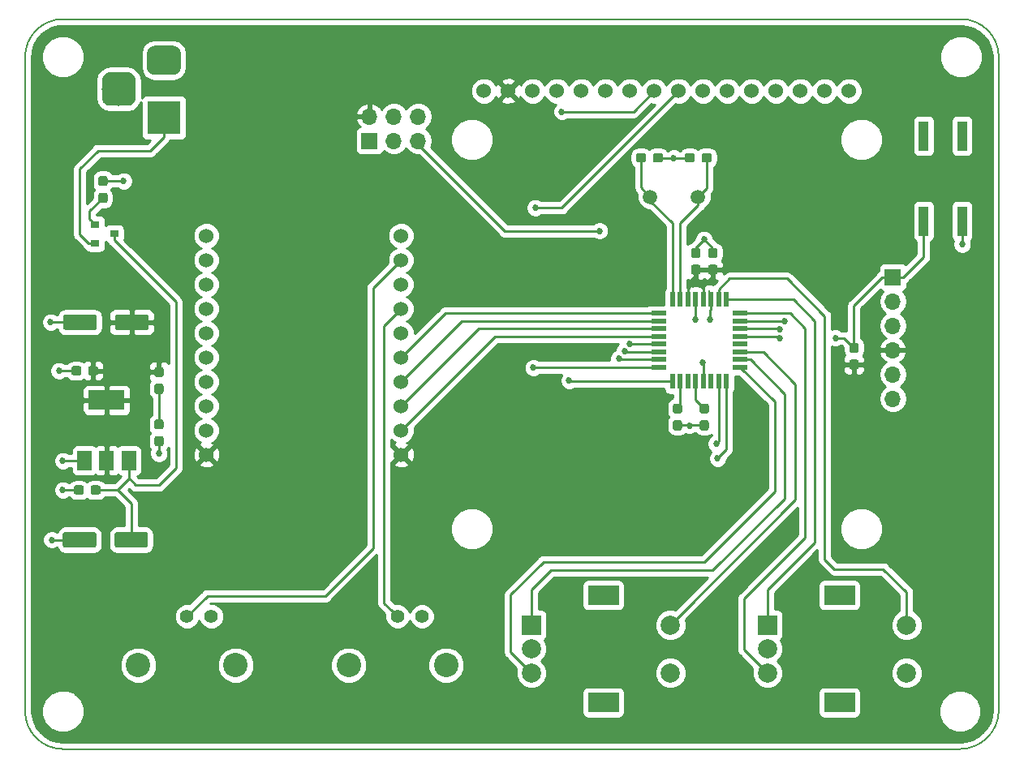
<source format=gbr>
%TF.GenerationSoftware,KiCad,Pcbnew,5.0.2-bee76a0~70~ubuntu18.04.1*%
%TF.CreationDate,2019-10-08T23:09:48-07:00*%
%TF.ProjectId,AD9850,41443938-3530-42e6-9b69-6361645f7063,rev?*%
%TF.SameCoordinates,Original*%
%TF.FileFunction,Copper,L1,Top*%
%TF.FilePolarity,Positive*%
%FSLAX46Y46*%
G04 Gerber Fmt 4.6, Leading zero omitted, Abs format (unit mm)*
G04 Created by KiCad (PCBNEW 5.0.2-bee76a0~70~ubuntu18.04.1) date Tue 08 Oct 2019 11:09:48 PM PDT*
%MOMM*%
%LPD*%
G01*
G04 APERTURE LIST*
%ADD10C,0.150000*%
%ADD11C,1.524000*%
%ADD12C,0.100000*%
%ADD13C,0.950000*%
%ADD14R,2.000000X2.000000*%
%ADD15C,2.000000*%
%ADD16R,3.200000X2.000000*%
%ADD17R,1.000000X3.100000*%
%ADD18R,0.900000X0.800000*%
%ADD19R,3.800000X2.000000*%
%ADD20R,1.500000X2.000000*%
%ADD21C,1.600000*%
%ADD22C,1.500000*%
%ADD23C,2.540000*%
%ADD24C,1.397000*%
%ADD25R,1.700000X1.700000*%
%ADD26O,1.700000X1.700000*%
%ADD27R,0.550000X1.600000*%
%ADD28R,1.600000X0.550000*%
%ADD29R,3.500000X3.500000*%
%ADD30C,3.000000*%
%ADD31C,3.500000*%
%ADD32C,0.685800*%
%ADD33C,0.254000*%
%ADD34C,0.152400*%
G04 APERTURE END LIST*
D10*
X54610000Y-121793000D02*
X54610000Y-53467000D01*
X152146000Y-125730000D02*
X58547000Y-125730000D01*
X156210000Y-53467000D02*
X156210000Y-121666000D01*
X58547000Y-49530000D02*
X152273000Y-49530000D01*
X54610000Y-53467000D02*
G75*
G02X58547000Y-49530000I3937000J0D01*
G01*
X58547000Y-125730000D02*
G75*
G02X54610000Y-121793000I0J3937000D01*
G01*
X156210000Y-121666000D02*
G75*
G02X152146000Y-125730000I-4064000J0D01*
G01*
X152273000Y-49530000D02*
G75*
G02X156210000Y-53467000I0J-3937000D01*
G01*
D11*
X102489000Y-57023000D03*
X105029000Y-57023000D03*
X107569000Y-57023000D03*
X110109000Y-57023000D03*
X112649000Y-57023000D03*
X115189000Y-57023000D03*
X117729000Y-57023000D03*
X120269000Y-57023000D03*
X122809000Y-57023000D03*
X125349000Y-57023000D03*
X127889000Y-57023000D03*
X130429000Y-57023000D03*
X132969000Y-57023000D03*
X135509000Y-57023000D03*
X138049000Y-57023000D03*
X140589000Y-57023000D03*
D12*
G36*
X120946779Y-63534144D02*
X120969834Y-63537563D01*
X120992443Y-63543227D01*
X121014387Y-63551079D01*
X121035457Y-63561044D01*
X121055448Y-63573026D01*
X121074168Y-63586910D01*
X121091438Y-63602562D01*
X121107090Y-63619832D01*
X121120974Y-63638552D01*
X121132956Y-63658543D01*
X121142921Y-63679613D01*
X121150773Y-63701557D01*
X121156437Y-63724166D01*
X121159856Y-63747221D01*
X121161000Y-63770500D01*
X121161000Y-64245500D01*
X121159856Y-64268779D01*
X121156437Y-64291834D01*
X121150773Y-64314443D01*
X121142921Y-64336387D01*
X121132956Y-64357457D01*
X121120974Y-64377448D01*
X121107090Y-64396168D01*
X121091438Y-64413438D01*
X121074168Y-64429090D01*
X121055448Y-64442974D01*
X121035457Y-64454956D01*
X121014387Y-64464921D01*
X120992443Y-64472773D01*
X120969834Y-64478437D01*
X120946779Y-64481856D01*
X120923500Y-64483000D01*
X120348500Y-64483000D01*
X120325221Y-64481856D01*
X120302166Y-64478437D01*
X120279557Y-64472773D01*
X120257613Y-64464921D01*
X120236543Y-64454956D01*
X120216552Y-64442974D01*
X120197832Y-64429090D01*
X120180562Y-64413438D01*
X120164910Y-64396168D01*
X120151026Y-64377448D01*
X120139044Y-64357457D01*
X120129079Y-64336387D01*
X120121227Y-64314443D01*
X120115563Y-64291834D01*
X120112144Y-64268779D01*
X120111000Y-64245500D01*
X120111000Y-63770500D01*
X120112144Y-63747221D01*
X120115563Y-63724166D01*
X120121227Y-63701557D01*
X120129079Y-63679613D01*
X120139044Y-63658543D01*
X120151026Y-63638552D01*
X120164910Y-63619832D01*
X120180562Y-63602562D01*
X120197832Y-63586910D01*
X120216552Y-63573026D01*
X120236543Y-63561044D01*
X120257613Y-63551079D01*
X120279557Y-63543227D01*
X120302166Y-63537563D01*
X120325221Y-63534144D01*
X120348500Y-63533000D01*
X120923500Y-63533000D01*
X120946779Y-63534144D01*
X120946779Y-63534144D01*
G37*
D13*
X120636000Y-64008000D03*
D12*
G36*
X119196779Y-63534144D02*
X119219834Y-63537563D01*
X119242443Y-63543227D01*
X119264387Y-63551079D01*
X119285457Y-63561044D01*
X119305448Y-63573026D01*
X119324168Y-63586910D01*
X119341438Y-63602562D01*
X119357090Y-63619832D01*
X119370974Y-63638552D01*
X119382956Y-63658543D01*
X119392921Y-63679613D01*
X119400773Y-63701557D01*
X119406437Y-63724166D01*
X119409856Y-63747221D01*
X119411000Y-63770500D01*
X119411000Y-64245500D01*
X119409856Y-64268779D01*
X119406437Y-64291834D01*
X119400773Y-64314443D01*
X119392921Y-64336387D01*
X119382956Y-64357457D01*
X119370974Y-64377448D01*
X119357090Y-64396168D01*
X119341438Y-64413438D01*
X119324168Y-64429090D01*
X119305448Y-64442974D01*
X119285457Y-64454956D01*
X119264387Y-64464921D01*
X119242443Y-64472773D01*
X119219834Y-64478437D01*
X119196779Y-64481856D01*
X119173500Y-64483000D01*
X118598500Y-64483000D01*
X118575221Y-64481856D01*
X118552166Y-64478437D01*
X118529557Y-64472773D01*
X118507613Y-64464921D01*
X118486543Y-64454956D01*
X118466552Y-64442974D01*
X118447832Y-64429090D01*
X118430562Y-64413438D01*
X118414910Y-64396168D01*
X118401026Y-64377448D01*
X118389044Y-64357457D01*
X118379079Y-64336387D01*
X118371227Y-64314443D01*
X118365563Y-64291834D01*
X118362144Y-64268779D01*
X118361000Y-64245500D01*
X118361000Y-63770500D01*
X118362144Y-63747221D01*
X118365563Y-63724166D01*
X118371227Y-63701557D01*
X118379079Y-63679613D01*
X118389044Y-63658543D01*
X118401026Y-63638552D01*
X118414910Y-63619832D01*
X118430562Y-63602562D01*
X118447832Y-63586910D01*
X118466552Y-63573026D01*
X118486543Y-63561044D01*
X118507613Y-63551079D01*
X118529557Y-63543227D01*
X118552166Y-63537563D01*
X118575221Y-63534144D01*
X118598500Y-63533000D01*
X119173500Y-63533000D01*
X119196779Y-63534144D01*
X119196779Y-63534144D01*
G37*
D13*
X118886000Y-64008000D03*
D14*
X132080000Y-112776000D03*
D15*
X132080000Y-115276000D03*
X132080000Y-117776000D03*
D16*
X139580000Y-109676000D03*
X139580000Y-120876000D03*
D15*
X146580000Y-112776000D03*
X146580000Y-117776000D03*
D14*
X107442000Y-112776000D03*
D15*
X107442000Y-115276000D03*
X107442000Y-117776000D03*
D16*
X114942000Y-109676000D03*
X114942000Y-120876000D03*
D15*
X121942000Y-112776000D03*
X121942000Y-117776000D03*
D17*
X148368000Y-61717000D03*
X152368000Y-61717000D03*
X148368000Y-70617000D03*
X152368000Y-70617000D03*
D18*
X61913107Y-70993353D03*
X61913107Y-72893353D03*
X63913107Y-71943353D03*
D19*
X63119000Y-89306000D03*
D20*
X63119000Y-95606000D03*
X65419000Y-95606000D03*
X60819000Y-95606000D03*
D11*
X93853000Y-94996000D03*
X93853000Y-92456000D03*
X93853000Y-89916000D03*
X93853000Y-87376000D03*
X93853000Y-84836000D03*
X93853000Y-82296000D03*
X93853000Y-79756000D03*
X93853000Y-77216000D03*
X93853000Y-74676000D03*
X93853000Y-72136000D03*
X73533000Y-94996000D03*
X73533000Y-92456000D03*
X73533000Y-89916000D03*
X73533000Y-87376000D03*
X73533000Y-84836000D03*
X73533000Y-82296000D03*
X73533000Y-79756000D03*
X73533000Y-77216000D03*
X73533000Y-74676000D03*
X73533000Y-72136000D03*
D12*
G36*
X67216504Y-103087204D02*
X67240773Y-103090804D01*
X67264571Y-103096765D01*
X67287671Y-103105030D01*
X67309849Y-103115520D01*
X67330893Y-103128133D01*
X67350598Y-103142747D01*
X67368777Y-103159223D01*
X67385253Y-103177402D01*
X67399867Y-103197107D01*
X67412480Y-103218151D01*
X67422970Y-103240329D01*
X67431235Y-103263429D01*
X67437196Y-103287227D01*
X67440796Y-103311496D01*
X67442000Y-103336000D01*
X67442000Y-104436000D01*
X67440796Y-104460504D01*
X67437196Y-104484773D01*
X67431235Y-104508571D01*
X67422970Y-104531671D01*
X67412480Y-104553849D01*
X67399867Y-104574893D01*
X67385253Y-104594598D01*
X67368777Y-104612777D01*
X67350598Y-104629253D01*
X67330893Y-104643867D01*
X67309849Y-104656480D01*
X67287671Y-104666970D01*
X67264571Y-104675235D01*
X67240773Y-104681196D01*
X67216504Y-104684796D01*
X67192000Y-104686000D01*
X64192000Y-104686000D01*
X64167496Y-104684796D01*
X64143227Y-104681196D01*
X64119429Y-104675235D01*
X64096329Y-104666970D01*
X64074151Y-104656480D01*
X64053107Y-104643867D01*
X64033402Y-104629253D01*
X64015223Y-104612777D01*
X63998747Y-104594598D01*
X63984133Y-104574893D01*
X63971520Y-104553849D01*
X63961030Y-104531671D01*
X63952765Y-104508571D01*
X63946804Y-104484773D01*
X63943204Y-104460504D01*
X63942000Y-104436000D01*
X63942000Y-103336000D01*
X63943204Y-103311496D01*
X63946804Y-103287227D01*
X63952765Y-103263429D01*
X63961030Y-103240329D01*
X63971520Y-103218151D01*
X63984133Y-103197107D01*
X63998747Y-103177402D01*
X64015223Y-103159223D01*
X64033402Y-103142747D01*
X64053107Y-103128133D01*
X64074151Y-103115520D01*
X64096329Y-103105030D01*
X64119429Y-103096765D01*
X64143227Y-103090804D01*
X64167496Y-103087204D01*
X64192000Y-103086000D01*
X67192000Y-103086000D01*
X67216504Y-103087204D01*
X67216504Y-103087204D01*
G37*
D21*
X65692000Y-103886000D03*
D12*
G36*
X61816504Y-103087204D02*
X61840773Y-103090804D01*
X61864571Y-103096765D01*
X61887671Y-103105030D01*
X61909849Y-103115520D01*
X61930893Y-103128133D01*
X61950598Y-103142747D01*
X61968777Y-103159223D01*
X61985253Y-103177402D01*
X61999867Y-103197107D01*
X62012480Y-103218151D01*
X62022970Y-103240329D01*
X62031235Y-103263429D01*
X62037196Y-103287227D01*
X62040796Y-103311496D01*
X62042000Y-103336000D01*
X62042000Y-104436000D01*
X62040796Y-104460504D01*
X62037196Y-104484773D01*
X62031235Y-104508571D01*
X62022970Y-104531671D01*
X62012480Y-104553849D01*
X61999867Y-104574893D01*
X61985253Y-104594598D01*
X61968777Y-104612777D01*
X61950598Y-104629253D01*
X61930893Y-104643867D01*
X61909849Y-104656480D01*
X61887671Y-104666970D01*
X61864571Y-104675235D01*
X61840773Y-104681196D01*
X61816504Y-104684796D01*
X61792000Y-104686000D01*
X58792000Y-104686000D01*
X58767496Y-104684796D01*
X58743227Y-104681196D01*
X58719429Y-104675235D01*
X58696329Y-104666970D01*
X58674151Y-104656480D01*
X58653107Y-104643867D01*
X58633402Y-104629253D01*
X58615223Y-104612777D01*
X58598747Y-104594598D01*
X58584133Y-104574893D01*
X58571520Y-104553849D01*
X58561030Y-104531671D01*
X58552765Y-104508571D01*
X58546804Y-104484773D01*
X58543204Y-104460504D01*
X58542000Y-104436000D01*
X58542000Y-103336000D01*
X58543204Y-103311496D01*
X58546804Y-103287227D01*
X58552765Y-103263429D01*
X58561030Y-103240329D01*
X58571520Y-103218151D01*
X58584133Y-103197107D01*
X58598747Y-103177402D01*
X58615223Y-103159223D01*
X58633402Y-103142747D01*
X58653107Y-103128133D01*
X58674151Y-103115520D01*
X58696329Y-103105030D01*
X58719429Y-103096765D01*
X58743227Y-103090804D01*
X58767496Y-103087204D01*
X58792000Y-103086000D01*
X61792000Y-103086000D01*
X61816504Y-103087204D01*
X61816504Y-103087204D01*
G37*
D21*
X60292000Y-103886000D03*
D12*
G36*
X61870619Y-80381549D02*
X61894888Y-80385149D01*
X61918686Y-80391110D01*
X61941786Y-80399375D01*
X61963964Y-80409865D01*
X61985008Y-80422478D01*
X62004713Y-80437092D01*
X62022892Y-80453568D01*
X62039368Y-80471747D01*
X62053982Y-80491452D01*
X62066595Y-80512496D01*
X62077085Y-80534674D01*
X62085350Y-80557774D01*
X62091311Y-80581572D01*
X62094911Y-80605841D01*
X62096115Y-80630345D01*
X62096115Y-81730345D01*
X62094911Y-81754849D01*
X62091311Y-81779118D01*
X62085350Y-81802916D01*
X62077085Y-81826016D01*
X62066595Y-81848194D01*
X62053982Y-81869238D01*
X62039368Y-81888943D01*
X62022892Y-81907122D01*
X62004713Y-81923598D01*
X61985008Y-81938212D01*
X61963964Y-81950825D01*
X61941786Y-81961315D01*
X61918686Y-81969580D01*
X61894888Y-81975541D01*
X61870619Y-81979141D01*
X61846115Y-81980345D01*
X58846115Y-81980345D01*
X58821611Y-81979141D01*
X58797342Y-81975541D01*
X58773544Y-81969580D01*
X58750444Y-81961315D01*
X58728266Y-81950825D01*
X58707222Y-81938212D01*
X58687517Y-81923598D01*
X58669338Y-81907122D01*
X58652862Y-81888943D01*
X58638248Y-81869238D01*
X58625635Y-81848194D01*
X58615145Y-81826016D01*
X58606880Y-81802916D01*
X58600919Y-81779118D01*
X58597319Y-81754849D01*
X58596115Y-81730345D01*
X58596115Y-80630345D01*
X58597319Y-80605841D01*
X58600919Y-80581572D01*
X58606880Y-80557774D01*
X58615145Y-80534674D01*
X58625635Y-80512496D01*
X58638248Y-80491452D01*
X58652862Y-80471747D01*
X58669338Y-80453568D01*
X58687517Y-80437092D01*
X58707222Y-80422478D01*
X58728266Y-80409865D01*
X58750444Y-80399375D01*
X58773544Y-80391110D01*
X58797342Y-80385149D01*
X58821611Y-80381549D01*
X58846115Y-80380345D01*
X61846115Y-80380345D01*
X61870619Y-80381549D01*
X61870619Y-80381549D01*
G37*
D21*
X60346115Y-81180345D03*
D12*
G36*
X67270619Y-80381549D02*
X67294888Y-80385149D01*
X67318686Y-80391110D01*
X67341786Y-80399375D01*
X67363964Y-80409865D01*
X67385008Y-80422478D01*
X67404713Y-80437092D01*
X67422892Y-80453568D01*
X67439368Y-80471747D01*
X67453982Y-80491452D01*
X67466595Y-80512496D01*
X67477085Y-80534674D01*
X67485350Y-80557774D01*
X67491311Y-80581572D01*
X67494911Y-80605841D01*
X67496115Y-80630345D01*
X67496115Y-81730345D01*
X67494911Y-81754849D01*
X67491311Y-81779118D01*
X67485350Y-81802916D01*
X67477085Y-81826016D01*
X67466595Y-81848194D01*
X67453982Y-81869238D01*
X67439368Y-81888943D01*
X67422892Y-81907122D01*
X67404713Y-81923598D01*
X67385008Y-81938212D01*
X67363964Y-81950825D01*
X67341786Y-81961315D01*
X67318686Y-81969580D01*
X67294888Y-81975541D01*
X67270619Y-81979141D01*
X67246115Y-81980345D01*
X64246115Y-81980345D01*
X64221611Y-81979141D01*
X64197342Y-81975541D01*
X64173544Y-81969580D01*
X64150444Y-81961315D01*
X64128266Y-81950825D01*
X64107222Y-81938212D01*
X64087517Y-81923598D01*
X64069338Y-81907122D01*
X64052862Y-81888943D01*
X64038248Y-81869238D01*
X64025635Y-81848194D01*
X64015145Y-81826016D01*
X64006880Y-81802916D01*
X64000919Y-81779118D01*
X63997319Y-81754849D01*
X63996115Y-81730345D01*
X63996115Y-80630345D01*
X63997319Y-80605841D01*
X64000919Y-80581572D01*
X64006880Y-80557774D01*
X64015145Y-80534674D01*
X64025635Y-80512496D01*
X64038248Y-80491452D01*
X64052862Y-80471747D01*
X64069338Y-80453568D01*
X64087517Y-80437092D01*
X64107222Y-80422478D01*
X64128266Y-80409865D01*
X64150444Y-80399375D01*
X64173544Y-80391110D01*
X64197342Y-80385149D01*
X64221611Y-80381549D01*
X64246115Y-80380345D01*
X67246115Y-80380345D01*
X67270619Y-80381549D01*
X67270619Y-80381549D01*
G37*
D21*
X65746115Y-81180345D03*
D22*
X124841000Y-68072000D03*
X119841000Y-68072000D03*
D23*
X66421000Y-116967000D03*
X76581000Y-116967000D03*
D24*
X74041000Y-111887000D03*
X71501000Y-111887000D03*
X93472000Y-111887000D03*
X96012000Y-111887000D03*
D23*
X98552000Y-116967000D03*
X88392000Y-116967000D03*
D25*
X145161000Y-76454000D03*
D26*
X145161000Y-78994000D03*
X145161000Y-81534000D03*
X145161000Y-84074000D03*
X145161000Y-86614000D03*
X145161000Y-89154000D03*
D12*
G36*
X62018779Y-85759144D02*
X62041834Y-85762563D01*
X62064443Y-85768227D01*
X62086387Y-85776079D01*
X62107457Y-85786044D01*
X62127448Y-85798026D01*
X62146168Y-85811910D01*
X62163438Y-85827562D01*
X62179090Y-85844832D01*
X62192974Y-85863552D01*
X62204956Y-85883543D01*
X62214921Y-85904613D01*
X62222773Y-85926557D01*
X62228437Y-85949166D01*
X62231856Y-85972221D01*
X62233000Y-85995500D01*
X62233000Y-86470500D01*
X62231856Y-86493779D01*
X62228437Y-86516834D01*
X62222773Y-86539443D01*
X62214921Y-86561387D01*
X62204956Y-86582457D01*
X62192974Y-86602448D01*
X62179090Y-86621168D01*
X62163438Y-86638438D01*
X62146168Y-86654090D01*
X62127448Y-86667974D01*
X62107457Y-86679956D01*
X62086387Y-86689921D01*
X62064443Y-86697773D01*
X62041834Y-86703437D01*
X62018779Y-86706856D01*
X61995500Y-86708000D01*
X61420500Y-86708000D01*
X61397221Y-86706856D01*
X61374166Y-86703437D01*
X61351557Y-86697773D01*
X61329613Y-86689921D01*
X61308543Y-86679956D01*
X61288552Y-86667974D01*
X61269832Y-86654090D01*
X61252562Y-86638438D01*
X61236910Y-86621168D01*
X61223026Y-86602448D01*
X61211044Y-86582457D01*
X61201079Y-86561387D01*
X61193227Y-86539443D01*
X61187563Y-86516834D01*
X61184144Y-86493779D01*
X61183000Y-86470500D01*
X61183000Y-85995500D01*
X61184144Y-85972221D01*
X61187563Y-85949166D01*
X61193227Y-85926557D01*
X61201079Y-85904613D01*
X61211044Y-85883543D01*
X61223026Y-85863552D01*
X61236910Y-85844832D01*
X61252562Y-85827562D01*
X61269832Y-85811910D01*
X61288552Y-85798026D01*
X61308543Y-85786044D01*
X61329613Y-85776079D01*
X61351557Y-85768227D01*
X61374166Y-85762563D01*
X61397221Y-85759144D01*
X61420500Y-85758000D01*
X61995500Y-85758000D01*
X62018779Y-85759144D01*
X62018779Y-85759144D01*
G37*
D13*
X61708000Y-86233000D03*
D12*
G36*
X60268779Y-85759144D02*
X60291834Y-85762563D01*
X60314443Y-85768227D01*
X60336387Y-85776079D01*
X60357457Y-85786044D01*
X60377448Y-85798026D01*
X60396168Y-85811910D01*
X60413438Y-85827562D01*
X60429090Y-85844832D01*
X60442974Y-85863552D01*
X60454956Y-85883543D01*
X60464921Y-85904613D01*
X60472773Y-85926557D01*
X60478437Y-85949166D01*
X60481856Y-85972221D01*
X60483000Y-85995500D01*
X60483000Y-86470500D01*
X60481856Y-86493779D01*
X60478437Y-86516834D01*
X60472773Y-86539443D01*
X60464921Y-86561387D01*
X60454956Y-86582457D01*
X60442974Y-86602448D01*
X60429090Y-86621168D01*
X60413438Y-86638438D01*
X60396168Y-86654090D01*
X60377448Y-86667974D01*
X60357457Y-86679956D01*
X60336387Y-86689921D01*
X60314443Y-86697773D01*
X60291834Y-86703437D01*
X60268779Y-86706856D01*
X60245500Y-86708000D01*
X59670500Y-86708000D01*
X59647221Y-86706856D01*
X59624166Y-86703437D01*
X59601557Y-86697773D01*
X59579613Y-86689921D01*
X59558543Y-86679956D01*
X59538552Y-86667974D01*
X59519832Y-86654090D01*
X59502562Y-86638438D01*
X59486910Y-86621168D01*
X59473026Y-86602448D01*
X59461044Y-86582457D01*
X59451079Y-86561387D01*
X59443227Y-86539443D01*
X59437563Y-86516834D01*
X59434144Y-86493779D01*
X59433000Y-86470500D01*
X59433000Y-85995500D01*
X59434144Y-85972221D01*
X59437563Y-85949166D01*
X59443227Y-85926557D01*
X59451079Y-85904613D01*
X59461044Y-85883543D01*
X59473026Y-85863552D01*
X59486910Y-85844832D01*
X59502562Y-85827562D01*
X59519832Y-85811910D01*
X59538552Y-85798026D01*
X59558543Y-85786044D01*
X59579613Y-85776079D01*
X59601557Y-85768227D01*
X59624166Y-85762563D01*
X59647221Y-85759144D01*
X59670500Y-85758000D01*
X60245500Y-85758000D01*
X60268779Y-85759144D01*
X60268779Y-85759144D01*
G37*
D13*
X59958000Y-86233000D03*
D12*
G36*
X62272779Y-98205144D02*
X62295834Y-98208563D01*
X62318443Y-98214227D01*
X62340387Y-98222079D01*
X62361457Y-98232044D01*
X62381448Y-98244026D01*
X62400168Y-98257910D01*
X62417438Y-98273562D01*
X62433090Y-98290832D01*
X62446974Y-98309552D01*
X62458956Y-98329543D01*
X62468921Y-98350613D01*
X62476773Y-98372557D01*
X62482437Y-98395166D01*
X62485856Y-98418221D01*
X62487000Y-98441500D01*
X62487000Y-98916500D01*
X62485856Y-98939779D01*
X62482437Y-98962834D01*
X62476773Y-98985443D01*
X62468921Y-99007387D01*
X62458956Y-99028457D01*
X62446974Y-99048448D01*
X62433090Y-99067168D01*
X62417438Y-99084438D01*
X62400168Y-99100090D01*
X62381448Y-99113974D01*
X62361457Y-99125956D01*
X62340387Y-99135921D01*
X62318443Y-99143773D01*
X62295834Y-99149437D01*
X62272779Y-99152856D01*
X62249500Y-99154000D01*
X61674500Y-99154000D01*
X61651221Y-99152856D01*
X61628166Y-99149437D01*
X61605557Y-99143773D01*
X61583613Y-99135921D01*
X61562543Y-99125956D01*
X61542552Y-99113974D01*
X61523832Y-99100090D01*
X61506562Y-99084438D01*
X61490910Y-99067168D01*
X61477026Y-99048448D01*
X61465044Y-99028457D01*
X61455079Y-99007387D01*
X61447227Y-98985443D01*
X61441563Y-98962834D01*
X61438144Y-98939779D01*
X61437000Y-98916500D01*
X61437000Y-98441500D01*
X61438144Y-98418221D01*
X61441563Y-98395166D01*
X61447227Y-98372557D01*
X61455079Y-98350613D01*
X61465044Y-98329543D01*
X61477026Y-98309552D01*
X61490910Y-98290832D01*
X61506562Y-98273562D01*
X61523832Y-98257910D01*
X61542552Y-98244026D01*
X61562543Y-98232044D01*
X61583613Y-98222079D01*
X61605557Y-98214227D01*
X61628166Y-98208563D01*
X61651221Y-98205144D01*
X61674500Y-98204000D01*
X62249500Y-98204000D01*
X62272779Y-98205144D01*
X62272779Y-98205144D01*
G37*
D13*
X61962000Y-98679000D03*
D12*
G36*
X60522779Y-98205144D02*
X60545834Y-98208563D01*
X60568443Y-98214227D01*
X60590387Y-98222079D01*
X60611457Y-98232044D01*
X60631448Y-98244026D01*
X60650168Y-98257910D01*
X60667438Y-98273562D01*
X60683090Y-98290832D01*
X60696974Y-98309552D01*
X60708956Y-98329543D01*
X60718921Y-98350613D01*
X60726773Y-98372557D01*
X60732437Y-98395166D01*
X60735856Y-98418221D01*
X60737000Y-98441500D01*
X60737000Y-98916500D01*
X60735856Y-98939779D01*
X60732437Y-98962834D01*
X60726773Y-98985443D01*
X60718921Y-99007387D01*
X60708956Y-99028457D01*
X60696974Y-99048448D01*
X60683090Y-99067168D01*
X60667438Y-99084438D01*
X60650168Y-99100090D01*
X60631448Y-99113974D01*
X60611457Y-99125956D01*
X60590387Y-99135921D01*
X60568443Y-99143773D01*
X60545834Y-99149437D01*
X60522779Y-99152856D01*
X60499500Y-99154000D01*
X59924500Y-99154000D01*
X59901221Y-99152856D01*
X59878166Y-99149437D01*
X59855557Y-99143773D01*
X59833613Y-99135921D01*
X59812543Y-99125956D01*
X59792552Y-99113974D01*
X59773832Y-99100090D01*
X59756562Y-99084438D01*
X59740910Y-99067168D01*
X59727026Y-99048448D01*
X59715044Y-99028457D01*
X59705079Y-99007387D01*
X59697227Y-98985443D01*
X59691563Y-98962834D01*
X59688144Y-98939779D01*
X59687000Y-98916500D01*
X59687000Y-98441500D01*
X59688144Y-98418221D01*
X59691563Y-98395166D01*
X59697227Y-98372557D01*
X59705079Y-98350613D01*
X59715044Y-98329543D01*
X59727026Y-98309552D01*
X59740910Y-98290832D01*
X59756562Y-98273562D01*
X59773832Y-98257910D01*
X59792552Y-98244026D01*
X59812543Y-98232044D01*
X59833613Y-98222079D01*
X59855557Y-98214227D01*
X59878166Y-98208563D01*
X59901221Y-98205144D01*
X59924500Y-98204000D01*
X60499500Y-98204000D01*
X60522779Y-98205144D01*
X60522779Y-98205144D01*
G37*
D13*
X60212000Y-98679000D03*
D12*
G36*
X126026779Y-63534144D02*
X126049834Y-63537563D01*
X126072443Y-63543227D01*
X126094387Y-63551079D01*
X126115457Y-63561044D01*
X126135448Y-63573026D01*
X126154168Y-63586910D01*
X126171438Y-63602562D01*
X126187090Y-63619832D01*
X126200974Y-63638552D01*
X126212956Y-63658543D01*
X126222921Y-63679613D01*
X126230773Y-63701557D01*
X126236437Y-63724166D01*
X126239856Y-63747221D01*
X126241000Y-63770500D01*
X126241000Y-64245500D01*
X126239856Y-64268779D01*
X126236437Y-64291834D01*
X126230773Y-64314443D01*
X126222921Y-64336387D01*
X126212956Y-64357457D01*
X126200974Y-64377448D01*
X126187090Y-64396168D01*
X126171438Y-64413438D01*
X126154168Y-64429090D01*
X126135448Y-64442974D01*
X126115457Y-64454956D01*
X126094387Y-64464921D01*
X126072443Y-64472773D01*
X126049834Y-64478437D01*
X126026779Y-64481856D01*
X126003500Y-64483000D01*
X125428500Y-64483000D01*
X125405221Y-64481856D01*
X125382166Y-64478437D01*
X125359557Y-64472773D01*
X125337613Y-64464921D01*
X125316543Y-64454956D01*
X125296552Y-64442974D01*
X125277832Y-64429090D01*
X125260562Y-64413438D01*
X125244910Y-64396168D01*
X125231026Y-64377448D01*
X125219044Y-64357457D01*
X125209079Y-64336387D01*
X125201227Y-64314443D01*
X125195563Y-64291834D01*
X125192144Y-64268779D01*
X125191000Y-64245500D01*
X125191000Y-63770500D01*
X125192144Y-63747221D01*
X125195563Y-63724166D01*
X125201227Y-63701557D01*
X125209079Y-63679613D01*
X125219044Y-63658543D01*
X125231026Y-63638552D01*
X125244910Y-63619832D01*
X125260562Y-63602562D01*
X125277832Y-63586910D01*
X125296552Y-63573026D01*
X125316543Y-63561044D01*
X125337613Y-63551079D01*
X125359557Y-63543227D01*
X125382166Y-63537563D01*
X125405221Y-63534144D01*
X125428500Y-63533000D01*
X126003500Y-63533000D01*
X126026779Y-63534144D01*
X126026779Y-63534144D01*
G37*
D13*
X125716000Y-64008000D03*
D12*
G36*
X124276779Y-63534144D02*
X124299834Y-63537563D01*
X124322443Y-63543227D01*
X124344387Y-63551079D01*
X124365457Y-63561044D01*
X124385448Y-63573026D01*
X124404168Y-63586910D01*
X124421438Y-63602562D01*
X124437090Y-63619832D01*
X124450974Y-63638552D01*
X124462956Y-63658543D01*
X124472921Y-63679613D01*
X124480773Y-63701557D01*
X124486437Y-63724166D01*
X124489856Y-63747221D01*
X124491000Y-63770500D01*
X124491000Y-64245500D01*
X124489856Y-64268779D01*
X124486437Y-64291834D01*
X124480773Y-64314443D01*
X124472921Y-64336387D01*
X124462956Y-64357457D01*
X124450974Y-64377448D01*
X124437090Y-64396168D01*
X124421438Y-64413438D01*
X124404168Y-64429090D01*
X124385448Y-64442974D01*
X124365457Y-64454956D01*
X124344387Y-64464921D01*
X124322443Y-64472773D01*
X124299834Y-64478437D01*
X124276779Y-64481856D01*
X124253500Y-64483000D01*
X123678500Y-64483000D01*
X123655221Y-64481856D01*
X123632166Y-64478437D01*
X123609557Y-64472773D01*
X123587613Y-64464921D01*
X123566543Y-64454956D01*
X123546552Y-64442974D01*
X123527832Y-64429090D01*
X123510562Y-64413438D01*
X123494910Y-64396168D01*
X123481026Y-64377448D01*
X123469044Y-64357457D01*
X123459079Y-64336387D01*
X123451227Y-64314443D01*
X123445563Y-64291834D01*
X123442144Y-64268779D01*
X123441000Y-64245500D01*
X123441000Y-63770500D01*
X123442144Y-63747221D01*
X123445563Y-63724166D01*
X123451227Y-63701557D01*
X123459079Y-63679613D01*
X123469044Y-63658543D01*
X123481026Y-63638552D01*
X123494910Y-63619832D01*
X123510562Y-63602562D01*
X123527832Y-63586910D01*
X123546552Y-63573026D01*
X123566543Y-63561044D01*
X123587613Y-63551079D01*
X123609557Y-63543227D01*
X123632166Y-63537563D01*
X123655221Y-63534144D01*
X123678500Y-63533000D01*
X124253500Y-63533000D01*
X124276779Y-63534144D01*
X124276779Y-63534144D01*
G37*
D13*
X123966000Y-64008000D03*
D12*
G36*
X126625779Y-75154144D02*
X126648834Y-75157563D01*
X126671443Y-75163227D01*
X126693387Y-75171079D01*
X126714457Y-75181044D01*
X126734448Y-75193026D01*
X126753168Y-75206910D01*
X126770438Y-75222562D01*
X126786090Y-75239832D01*
X126799974Y-75258552D01*
X126811956Y-75278543D01*
X126821921Y-75299613D01*
X126829773Y-75321557D01*
X126835437Y-75344166D01*
X126838856Y-75367221D01*
X126840000Y-75390500D01*
X126840000Y-75965500D01*
X126838856Y-75988779D01*
X126835437Y-76011834D01*
X126829773Y-76034443D01*
X126821921Y-76056387D01*
X126811956Y-76077457D01*
X126799974Y-76097448D01*
X126786090Y-76116168D01*
X126770438Y-76133438D01*
X126753168Y-76149090D01*
X126734448Y-76162974D01*
X126714457Y-76174956D01*
X126693387Y-76184921D01*
X126671443Y-76192773D01*
X126648834Y-76198437D01*
X126625779Y-76201856D01*
X126602500Y-76203000D01*
X126127500Y-76203000D01*
X126104221Y-76201856D01*
X126081166Y-76198437D01*
X126058557Y-76192773D01*
X126036613Y-76184921D01*
X126015543Y-76174956D01*
X125995552Y-76162974D01*
X125976832Y-76149090D01*
X125959562Y-76133438D01*
X125943910Y-76116168D01*
X125930026Y-76097448D01*
X125918044Y-76077457D01*
X125908079Y-76056387D01*
X125900227Y-76034443D01*
X125894563Y-76011834D01*
X125891144Y-75988779D01*
X125890000Y-75965500D01*
X125890000Y-75390500D01*
X125891144Y-75367221D01*
X125894563Y-75344166D01*
X125900227Y-75321557D01*
X125908079Y-75299613D01*
X125918044Y-75278543D01*
X125930026Y-75258552D01*
X125943910Y-75239832D01*
X125959562Y-75222562D01*
X125976832Y-75206910D01*
X125995552Y-75193026D01*
X126015543Y-75181044D01*
X126036613Y-75171079D01*
X126058557Y-75163227D01*
X126081166Y-75157563D01*
X126104221Y-75154144D01*
X126127500Y-75153000D01*
X126602500Y-75153000D01*
X126625779Y-75154144D01*
X126625779Y-75154144D01*
G37*
D13*
X126365000Y-75678000D03*
D12*
G36*
X126625779Y-73404144D02*
X126648834Y-73407563D01*
X126671443Y-73413227D01*
X126693387Y-73421079D01*
X126714457Y-73431044D01*
X126734448Y-73443026D01*
X126753168Y-73456910D01*
X126770438Y-73472562D01*
X126786090Y-73489832D01*
X126799974Y-73508552D01*
X126811956Y-73528543D01*
X126821921Y-73549613D01*
X126829773Y-73571557D01*
X126835437Y-73594166D01*
X126838856Y-73617221D01*
X126840000Y-73640500D01*
X126840000Y-74215500D01*
X126838856Y-74238779D01*
X126835437Y-74261834D01*
X126829773Y-74284443D01*
X126821921Y-74306387D01*
X126811956Y-74327457D01*
X126799974Y-74347448D01*
X126786090Y-74366168D01*
X126770438Y-74383438D01*
X126753168Y-74399090D01*
X126734448Y-74412974D01*
X126714457Y-74424956D01*
X126693387Y-74434921D01*
X126671443Y-74442773D01*
X126648834Y-74448437D01*
X126625779Y-74451856D01*
X126602500Y-74453000D01*
X126127500Y-74453000D01*
X126104221Y-74451856D01*
X126081166Y-74448437D01*
X126058557Y-74442773D01*
X126036613Y-74434921D01*
X126015543Y-74424956D01*
X125995552Y-74412974D01*
X125976832Y-74399090D01*
X125959562Y-74383438D01*
X125943910Y-74366168D01*
X125930026Y-74347448D01*
X125918044Y-74327457D01*
X125908079Y-74306387D01*
X125900227Y-74284443D01*
X125894563Y-74261834D01*
X125891144Y-74238779D01*
X125890000Y-74215500D01*
X125890000Y-73640500D01*
X125891144Y-73617221D01*
X125894563Y-73594166D01*
X125900227Y-73571557D01*
X125908079Y-73549613D01*
X125918044Y-73528543D01*
X125930026Y-73508552D01*
X125943910Y-73489832D01*
X125959562Y-73472562D01*
X125976832Y-73456910D01*
X125995552Y-73443026D01*
X126015543Y-73431044D01*
X126036613Y-73421079D01*
X126058557Y-73413227D01*
X126081166Y-73407563D01*
X126104221Y-73404144D01*
X126127500Y-73403000D01*
X126602500Y-73403000D01*
X126625779Y-73404144D01*
X126625779Y-73404144D01*
G37*
D13*
X126365000Y-73928000D03*
D12*
G36*
X62998779Y-67661144D02*
X63021834Y-67664563D01*
X63044443Y-67670227D01*
X63066387Y-67678079D01*
X63087457Y-67688044D01*
X63107448Y-67700026D01*
X63126168Y-67713910D01*
X63143438Y-67729562D01*
X63159090Y-67746832D01*
X63172974Y-67765552D01*
X63184956Y-67785543D01*
X63194921Y-67806613D01*
X63202773Y-67828557D01*
X63208437Y-67851166D01*
X63211856Y-67874221D01*
X63213000Y-67897500D01*
X63213000Y-68472500D01*
X63211856Y-68495779D01*
X63208437Y-68518834D01*
X63202773Y-68541443D01*
X63194921Y-68563387D01*
X63184956Y-68584457D01*
X63172974Y-68604448D01*
X63159090Y-68623168D01*
X63143438Y-68640438D01*
X63126168Y-68656090D01*
X63107448Y-68669974D01*
X63087457Y-68681956D01*
X63066387Y-68691921D01*
X63044443Y-68699773D01*
X63021834Y-68705437D01*
X62998779Y-68708856D01*
X62975500Y-68710000D01*
X62500500Y-68710000D01*
X62477221Y-68708856D01*
X62454166Y-68705437D01*
X62431557Y-68699773D01*
X62409613Y-68691921D01*
X62388543Y-68681956D01*
X62368552Y-68669974D01*
X62349832Y-68656090D01*
X62332562Y-68640438D01*
X62316910Y-68623168D01*
X62303026Y-68604448D01*
X62291044Y-68584457D01*
X62281079Y-68563387D01*
X62273227Y-68541443D01*
X62267563Y-68518834D01*
X62264144Y-68495779D01*
X62263000Y-68472500D01*
X62263000Y-67897500D01*
X62264144Y-67874221D01*
X62267563Y-67851166D01*
X62273227Y-67828557D01*
X62281079Y-67806613D01*
X62291044Y-67785543D01*
X62303026Y-67765552D01*
X62316910Y-67746832D01*
X62332562Y-67729562D01*
X62349832Y-67713910D01*
X62368552Y-67700026D01*
X62388543Y-67688044D01*
X62409613Y-67678079D01*
X62431557Y-67670227D01*
X62454166Y-67664563D01*
X62477221Y-67661144D01*
X62500500Y-67660000D01*
X62975500Y-67660000D01*
X62998779Y-67661144D01*
X62998779Y-67661144D01*
G37*
D13*
X62738000Y-68185000D03*
D12*
G36*
X62998779Y-65911144D02*
X63021834Y-65914563D01*
X63044443Y-65920227D01*
X63066387Y-65928079D01*
X63087457Y-65938044D01*
X63107448Y-65950026D01*
X63126168Y-65963910D01*
X63143438Y-65979562D01*
X63159090Y-65996832D01*
X63172974Y-66015552D01*
X63184956Y-66035543D01*
X63194921Y-66056613D01*
X63202773Y-66078557D01*
X63208437Y-66101166D01*
X63211856Y-66124221D01*
X63213000Y-66147500D01*
X63213000Y-66722500D01*
X63211856Y-66745779D01*
X63208437Y-66768834D01*
X63202773Y-66791443D01*
X63194921Y-66813387D01*
X63184956Y-66834457D01*
X63172974Y-66854448D01*
X63159090Y-66873168D01*
X63143438Y-66890438D01*
X63126168Y-66906090D01*
X63107448Y-66919974D01*
X63087457Y-66931956D01*
X63066387Y-66941921D01*
X63044443Y-66949773D01*
X63021834Y-66955437D01*
X62998779Y-66958856D01*
X62975500Y-66960000D01*
X62500500Y-66960000D01*
X62477221Y-66958856D01*
X62454166Y-66955437D01*
X62431557Y-66949773D01*
X62409613Y-66941921D01*
X62388543Y-66931956D01*
X62368552Y-66919974D01*
X62349832Y-66906090D01*
X62332562Y-66890438D01*
X62316910Y-66873168D01*
X62303026Y-66854448D01*
X62291044Y-66834457D01*
X62281079Y-66813387D01*
X62273227Y-66791443D01*
X62267563Y-66768834D01*
X62264144Y-66745779D01*
X62263000Y-66722500D01*
X62263000Y-66147500D01*
X62264144Y-66124221D01*
X62267563Y-66101166D01*
X62273227Y-66078557D01*
X62281079Y-66056613D01*
X62291044Y-66035543D01*
X62303026Y-66015552D01*
X62316910Y-65996832D01*
X62332562Y-65979562D01*
X62349832Y-65963910D01*
X62368552Y-65950026D01*
X62388543Y-65938044D01*
X62409613Y-65928079D01*
X62431557Y-65920227D01*
X62454166Y-65914563D01*
X62477221Y-65911144D01*
X62500500Y-65910000D01*
X62975500Y-65910000D01*
X62998779Y-65911144D01*
X62998779Y-65911144D01*
G37*
D13*
X62738000Y-66435000D03*
D12*
G36*
X141357779Y-83310144D02*
X141380834Y-83313563D01*
X141403443Y-83319227D01*
X141425387Y-83327079D01*
X141446457Y-83337044D01*
X141466448Y-83349026D01*
X141485168Y-83362910D01*
X141502438Y-83378562D01*
X141518090Y-83395832D01*
X141531974Y-83414552D01*
X141543956Y-83434543D01*
X141553921Y-83455613D01*
X141561773Y-83477557D01*
X141567437Y-83500166D01*
X141570856Y-83523221D01*
X141572000Y-83546500D01*
X141572000Y-84121500D01*
X141570856Y-84144779D01*
X141567437Y-84167834D01*
X141561773Y-84190443D01*
X141553921Y-84212387D01*
X141543956Y-84233457D01*
X141531974Y-84253448D01*
X141518090Y-84272168D01*
X141502438Y-84289438D01*
X141485168Y-84305090D01*
X141466448Y-84318974D01*
X141446457Y-84330956D01*
X141425387Y-84340921D01*
X141403443Y-84348773D01*
X141380834Y-84354437D01*
X141357779Y-84357856D01*
X141334500Y-84359000D01*
X140859500Y-84359000D01*
X140836221Y-84357856D01*
X140813166Y-84354437D01*
X140790557Y-84348773D01*
X140768613Y-84340921D01*
X140747543Y-84330956D01*
X140727552Y-84318974D01*
X140708832Y-84305090D01*
X140691562Y-84289438D01*
X140675910Y-84272168D01*
X140662026Y-84253448D01*
X140650044Y-84233457D01*
X140640079Y-84212387D01*
X140632227Y-84190443D01*
X140626563Y-84167834D01*
X140623144Y-84144779D01*
X140622000Y-84121500D01*
X140622000Y-83546500D01*
X140623144Y-83523221D01*
X140626563Y-83500166D01*
X140632227Y-83477557D01*
X140640079Y-83455613D01*
X140650044Y-83434543D01*
X140662026Y-83414552D01*
X140675910Y-83395832D01*
X140691562Y-83378562D01*
X140708832Y-83362910D01*
X140727552Y-83349026D01*
X140747543Y-83337044D01*
X140768613Y-83327079D01*
X140790557Y-83319227D01*
X140813166Y-83313563D01*
X140836221Y-83310144D01*
X140859500Y-83309000D01*
X141334500Y-83309000D01*
X141357779Y-83310144D01*
X141357779Y-83310144D01*
G37*
D13*
X141097000Y-83834000D03*
D12*
G36*
X141357779Y-85060144D02*
X141380834Y-85063563D01*
X141403443Y-85069227D01*
X141425387Y-85077079D01*
X141446457Y-85087044D01*
X141466448Y-85099026D01*
X141485168Y-85112910D01*
X141502438Y-85128562D01*
X141518090Y-85145832D01*
X141531974Y-85164552D01*
X141543956Y-85184543D01*
X141553921Y-85205613D01*
X141561773Y-85227557D01*
X141567437Y-85250166D01*
X141570856Y-85273221D01*
X141572000Y-85296500D01*
X141572000Y-85871500D01*
X141570856Y-85894779D01*
X141567437Y-85917834D01*
X141561773Y-85940443D01*
X141553921Y-85962387D01*
X141543956Y-85983457D01*
X141531974Y-86003448D01*
X141518090Y-86022168D01*
X141502438Y-86039438D01*
X141485168Y-86055090D01*
X141466448Y-86068974D01*
X141446457Y-86080956D01*
X141425387Y-86090921D01*
X141403443Y-86098773D01*
X141380834Y-86104437D01*
X141357779Y-86107856D01*
X141334500Y-86109000D01*
X140859500Y-86109000D01*
X140836221Y-86107856D01*
X140813166Y-86104437D01*
X140790557Y-86098773D01*
X140768613Y-86090921D01*
X140747543Y-86080956D01*
X140727552Y-86068974D01*
X140708832Y-86055090D01*
X140691562Y-86039438D01*
X140675910Y-86022168D01*
X140662026Y-86003448D01*
X140650044Y-85983457D01*
X140640079Y-85962387D01*
X140632227Y-85940443D01*
X140626563Y-85917834D01*
X140623144Y-85894779D01*
X140622000Y-85871500D01*
X140622000Y-85296500D01*
X140623144Y-85273221D01*
X140626563Y-85250166D01*
X140632227Y-85227557D01*
X140640079Y-85205613D01*
X140650044Y-85184543D01*
X140662026Y-85164552D01*
X140675910Y-85145832D01*
X140691562Y-85128562D01*
X140708832Y-85112910D01*
X140727552Y-85099026D01*
X140747543Y-85087044D01*
X140768613Y-85077079D01*
X140790557Y-85069227D01*
X140813166Y-85063563D01*
X140836221Y-85060144D01*
X140859500Y-85059000D01*
X141334500Y-85059000D01*
X141357779Y-85060144D01*
X141357779Y-85060144D01*
G37*
D13*
X141097000Y-85584000D03*
D12*
G36*
X68840779Y-91311144D02*
X68863834Y-91314563D01*
X68886443Y-91320227D01*
X68908387Y-91328079D01*
X68929457Y-91338044D01*
X68949448Y-91350026D01*
X68968168Y-91363910D01*
X68985438Y-91379562D01*
X69001090Y-91396832D01*
X69014974Y-91415552D01*
X69026956Y-91435543D01*
X69036921Y-91456613D01*
X69044773Y-91478557D01*
X69050437Y-91501166D01*
X69053856Y-91524221D01*
X69055000Y-91547500D01*
X69055000Y-92122500D01*
X69053856Y-92145779D01*
X69050437Y-92168834D01*
X69044773Y-92191443D01*
X69036921Y-92213387D01*
X69026956Y-92234457D01*
X69014974Y-92254448D01*
X69001090Y-92273168D01*
X68985438Y-92290438D01*
X68968168Y-92306090D01*
X68949448Y-92319974D01*
X68929457Y-92331956D01*
X68908387Y-92341921D01*
X68886443Y-92349773D01*
X68863834Y-92355437D01*
X68840779Y-92358856D01*
X68817500Y-92360000D01*
X68342500Y-92360000D01*
X68319221Y-92358856D01*
X68296166Y-92355437D01*
X68273557Y-92349773D01*
X68251613Y-92341921D01*
X68230543Y-92331956D01*
X68210552Y-92319974D01*
X68191832Y-92306090D01*
X68174562Y-92290438D01*
X68158910Y-92273168D01*
X68145026Y-92254448D01*
X68133044Y-92234457D01*
X68123079Y-92213387D01*
X68115227Y-92191443D01*
X68109563Y-92168834D01*
X68106144Y-92145779D01*
X68105000Y-92122500D01*
X68105000Y-91547500D01*
X68106144Y-91524221D01*
X68109563Y-91501166D01*
X68115227Y-91478557D01*
X68123079Y-91456613D01*
X68133044Y-91435543D01*
X68145026Y-91415552D01*
X68158910Y-91396832D01*
X68174562Y-91379562D01*
X68191832Y-91363910D01*
X68210552Y-91350026D01*
X68230543Y-91338044D01*
X68251613Y-91328079D01*
X68273557Y-91320227D01*
X68296166Y-91314563D01*
X68319221Y-91311144D01*
X68342500Y-91310000D01*
X68817500Y-91310000D01*
X68840779Y-91311144D01*
X68840779Y-91311144D01*
G37*
D13*
X68580000Y-91835000D03*
D12*
G36*
X68840779Y-93061144D02*
X68863834Y-93064563D01*
X68886443Y-93070227D01*
X68908387Y-93078079D01*
X68929457Y-93088044D01*
X68949448Y-93100026D01*
X68968168Y-93113910D01*
X68985438Y-93129562D01*
X69001090Y-93146832D01*
X69014974Y-93165552D01*
X69026956Y-93185543D01*
X69036921Y-93206613D01*
X69044773Y-93228557D01*
X69050437Y-93251166D01*
X69053856Y-93274221D01*
X69055000Y-93297500D01*
X69055000Y-93872500D01*
X69053856Y-93895779D01*
X69050437Y-93918834D01*
X69044773Y-93941443D01*
X69036921Y-93963387D01*
X69026956Y-93984457D01*
X69014974Y-94004448D01*
X69001090Y-94023168D01*
X68985438Y-94040438D01*
X68968168Y-94056090D01*
X68949448Y-94069974D01*
X68929457Y-94081956D01*
X68908387Y-94091921D01*
X68886443Y-94099773D01*
X68863834Y-94105437D01*
X68840779Y-94108856D01*
X68817500Y-94110000D01*
X68342500Y-94110000D01*
X68319221Y-94108856D01*
X68296166Y-94105437D01*
X68273557Y-94099773D01*
X68251613Y-94091921D01*
X68230543Y-94081956D01*
X68210552Y-94069974D01*
X68191832Y-94056090D01*
X68174562Y-94040438D01*
X68158910Y-94023168D01*
X68145026Y-94004448D01*
X68133044Y-93984457D01*
X68123079Y-93963387D01*
X68115227Y-93941443D01*
X68109563Y-93918834D01*
X68106144Y-93895779D01*
X68105000Y-93872500D01*
X68105000Y-93297500D01*
X68106144Y-93274221D01*
X68109563Y-93251166D01*
X68115227Y-93228557D01*
X68123079Y-93206613D01*
X68133044Y-93185543D01*
X68145026Y-93165552D01*
X68158910Y-93146832D01*
X68174562Y-93129562D01*
X68191832Y-93113910D01*
X68210552Y-93100026D01*
X68230543Y-93088044D01*
X68251613Y-93078079D01*
X68273557Y-93070227D01*
X68296166Y-93064563D01*
X68319221Y-93061144D01*
X68342500Y-93060000D01*
X68817500Y-93060000D01*
X68840779Y-93061144D01*
X68840779Y-93061144D01*
G37*
D13*
X68580000Y-93585000D03*
D12*
G36*
X68840779Y-87600144D02*
X68863834Y-87603563D01*
X68886443Y-87609227D01*
X68908387Y-87617079D01*
X68929457Y-87627044D01*
X68949448Y-87639026D01*
X68968168Y-87652910D01*
X68985438Y-87668562D01*
X69001090Y-87685832D01*
X69014974Y-87704552D01*
X69026956Y-87724543D01*
X69036921Y-87745613D01*
X69044773Y-87767557D01*
X69050437Y-87790166D01*
X69053856Y-87813221D01*
X69055000Y-87836500D01*
X69055000Y-88411500D01*
X69053856Y-88434779D01*
X69050437Y-88457834D01*
X69044773Y-88480443D01*
X69036921Y-88502387D01*
X69026956Y-88523457D01*
X69014974Y-88543448D01*
X69001090Y-88562168D01*
X68985438Y-88579438D01*
X68968168Y-88595090D01*
X68949448Y-88608974D01*
X68929457Y-88620956D01*
X68908387Y-88630921D01*
X68886443Y-88638773D01*
X68863834Y-88644437D01*
X68840779Y-88647856D01*
X68817500Y-88649000D01*
X68342500Y-88649000D01*
X68319221Y-88647856D01*
X68296166Y-88644437D01*
X68273557Y-88638773D01*
X68251613Y-88630921D01*
X68230543Y-88620956D01*
X68210552Y-88608974D01*
X68191832Y-88595090D01*
X68174562Y-88579438D01*
X68158910Y-88562168D01*
X68145026Y-88543448D01*
X68133044Y-88523457D01*
X68123079Y-88502387D01*
X68115227Y-88480443D01*
X68109563Y-88457834D01*
X68106144Y-88434779D01*
X68105000Y-88411500D01*
X68105000Y-87836500D01*
X68106144Y-87813221D01*
X68109563Y-87790166D01*
X68115227Y-87767557D01*
X68123079Y-87745613D01*
X68133044Y-87724543D01*
X68145026Y-87704552D01*
X68158910Y-87685832D01*
X68174562Y-87668562D01*
X68191832Y-87652910D01*
X68210552Y-87639026D01*
X68230543Y-87627044D01*
X68251613Y-87617079D01*
X68273557Y-87609227D01*
X68296166Y-87603563D01*
X68319221Y-87600144D01*
X68342500Y-87599000D01*
X68817500Y-87599000D01*
X68840779Y-87600144D01*
X68840779Y-87600144D01*
G37*
D13*
X68580000Y-88124000D03*
D12*
G36*
X68840779Y-85850144D02*
X68863834Y-85853563D01*
X68886443Y-85859227D01*
X68908387Y-85867079D01*
X68929457Y-85877044D01*
X68949448Y-85889026D01*
X68968168Y-85902910D01*
X68985438Y-85918562D01*
X69001090Y-85935832D01*
X69014974Y-85954552D01*
X69026956Y-85974543D01*
X69036921Y-85995613D01*
X69044773Y-86017557D01*
X69050437Y-86040166D01*
X69053856Y-86063221D01*
X69055000Y-86086500D01*
X69055000Y-86661500D01*
X69053856Y-86684779D01*
X69050437Y-86707834D01*
X69044773Y-86730443D01*
X69036921Y-86752387D01*
X69026956Y-86773457D01*
X69014974Y-86793448D01*
X69001090Y-86812168D01*
X68985438Y-86829438D01*
X68968168Y-86845090D01*
X68949448Y-86858974D01*
X68929457Y-86870956D01*
X68908387Y-86880921D01*
X68886443Y-86888773D01*
X68863834Y-86894437D01*
X68840779Y-86897856D01*
X68817500Y-86899000D01*
X68342500Y-86899000D01*
X68319221Y-86897856D01*
X68296166Y-86894437D01*
X68273557Y-86888773D01*
X68251613Y-86880921D01*
X68230543Y-86870956D01*
X68210552Y-86858974D01*
X68191832Y-86845090D01*
X68174562Y-86829438D01*
X68158910Y-86812168D01*
X68145026Y-86793448D01*
X68133044Y-86773457D01*
X68123079Y-86752387D01*
X68115227Y-86730443D01*
X68109563Y-86707834D01*
X68106144Y-86684779D01*
X68105000Y-86661500D01*
X68105000Y-86086500D01*
X68106144Y-86063221D01*
X68109563Y-86040166D01*
X68115227Y-86017557D01*
X68123079Y-85995613D01*
X68133044Y-85974543D01*
X68145026Y-85954552D01*
X68158910Y-85935832D01*
X68174562Y-85918562D01*
X68191832Y-85902910D01*
X68210552Y-85889026D01*
X68230543Y-85877044D01*
X68251613Y-85867079D01*
X68273557Y-85859227D01*
X68296166Y-85853563D01*
X68319221Y-85850144D01*
X68342500Y-85849000D01*
X68817500Y-85849000D01*
X68840779Y-85850144D01*
X68840779Y-85850144D01*
G37*
D13*
X68580000Y-86374000D03*
D12*
G36*
X122942779Y-91410144D02*
X122965834Y-91413563D01*
X122988443Y-91419227D01*
X123010387Y-91427079D01*
X123031457Y-91437044D01*
X123051448Y-91449026D01*
X123070168Y-91462910D01*
X123087438Y-91478562D01*
X123103090Y-91495832D01*
X123116974Y-91514552D01*
X123128956Y-91534543D01*
X123138921Y-91555613D01*
X123146773Y-91577557D01*
X123152437Y-91600166D01*
X123155856Y-91623221D01*
X123157000Y-91646500D01*
X123157000Y-92221500D01*
X123155856Y-92244779D01*
X123152437Y-92267834D01*
X123146773Y-92290443D01*
X123138921Y-92312387D01*
X123128956Y-92333457D01*
X123116974Y-92353448D01*
X123103090Y-92372168D01*
X123087438Y-92389438D01*
X123070168Y-92405090D01*
X123051448Y-92418974D01*
X123031457Y-92430956D01*
X123010387Y-92440921D01*
X122988443Y-92448773D01*
X122965834Y-92454437D01*
X122942779Y-92457856D01*
X122919500Y-92459000D01*
X122444500Y-92459000D01*
X122421221Y-92457856D01*
X122398166Y-92454437D01*
X122375557Y-92448773D01*
X122353613Y-92440921D01*
X122332543Y-92430956D01*
X122312552Y-92418974D01*
X122293832Y-92405090D01*
X122276562Y-92389438D01*
X122260910Y-92372168D01*
X122247026Y-92353448D01*
X122235044Y-92333457D01*
X122225079Y-92312387D01*
X122217227Y-92290443D01*
X122211563Y-92267834D01*
X122208144Y-92244779D01*
X122207000Y-92221500D01*
X122207000Y-91646500D01*
X122208144Y-91623221D01*
X122211563Y-91600166D01*
X122217227Y-91577557D01*
X122225079Y-91555613D01*
X122235044Y-91534543D01*
X122247026Y-91514552D01*
X122260910Y-91495832D01*
X122276562Y-91478562D01*
X122293832Y-91462910D01*
X122312552Y-91449026D01*
X122332543Y-91437044D01*
X122353613Y-91427079D01*
X122375557Y-91419227D01*
X122398166Y-91413563D01*
X122421221Y-91410144D01*
X122444500Y-91409000D01*
X122919500Y-91409000D01*
X122942779Y-91410144D01*
X122942779Y-91410144D01*
G37*
D13*
X122682000Y-91934000D03*
D12*
G36*
X122942779Y-89660144D02*
X122965834Y-89663563D01*
X122988443Y-89669227D01*
X123010387Y-89677079D01*
X123031457Y-89687044D01*
X123051448Y-89699026D01*
X123070168Y-89712910D01*
X123087438Y-89728562D01*
X123103090Y-89745832D01*
X123116974Y-89764552D01*
X123128956Y-89784543D01*
X123138921Y-89805613D01*
X123146773Y-89827557D01*
X123152437Y-89850166D01*
X123155856Y-89873221D01*
X123157000Y-89896500D01*
X123157000Y-90471500D01*
X123155856Y-90494779D01*
X123152437Y-90517834D01*
X123146773Y-90540443D01*
X123138921Y-90562387D01*
X123128956Y-90583457D01*
X123116974Y-90603448D01*
X123103090Y-90622168D01*
X123087438Y-90639438D01*
X123070168Y-90655090D01*
X123051448Y-90668974D01*
X123031457Y-90680956D01*
X123010387Y-90690921D01*
X122988443Y-90698773D01*
X122965834Y-90704437D01*
X122942779Y-90707856D01*
X122919500Y-90709000D01*
X122444500Y-90709000D01*
X122421221Y-90707856D01*
X122398166Y-90704437D01*
X122375557Y-90698773D01*
X122353613Y-90690921D01*
X122332543Y-90680956D01*
X122312552Y-90668974D01*
X122293832Y-90655090D01*
X122276562Y-90639438D01*
X122260910Y-90622168D01*
X122247026Y-90603448D01*
X122235044Y-90583457D01*
X122225079Y-90562387D01*
X122217227Y-90540443D01*
X122211563Y-90517834D01*
X122208144Y-90494779D01*
X122207000Y-90471500D01*
X122207000Y-89896500D01*
X122208144Y-89873221D01*
X122211563Y-89850166D01*
X122217227Y-89827557D01*
X122225079Y-89805613D01*
X122235044Y-89784543D01*
X122247026Y-89764552D01*
X122260910Y-89745832D01*
X122276562Y-89728562D01*
X122293832Y-89712910D01*
X122312552Y-89699026D01*
X122332543Y-89687044D01*
X122353613Y-89677079D01*
X122375557Y-89669227D01*
X122398166Y-89663563D01*
X122421221Y-89660144D01*
X122444500Y-89659000D01*
X122919500Y-89659000D01*
X122942779Y-89660144D01*
X122942779Y-89660144D01*
G37*
D13*
X122682000Y-90184000D03*
D12*
G36*
X125736779Y-91410144D02*
X125759834Y-91413563D01*
X125782443Y-91419227D01*
X125804387Y-91427079D01*
X125825457Y-91437044D01*
X125845448Y-91449026D01*
X125864168Y-91462910D01*
X125881438Y-91478562D01*
X125897090Y-91495832D01*
X125910974Y-91514552D01*
X125922956Y-91534543D01*
X125932921Y-91555613D01*
X125940773Y-91577557D01*
X125946437Y-91600166D01*
X125949856Y-91623221D01*
X125951000Y-91646500D01*
X125951000Y-92221500D01*
X125949856Y-92244779D01*
X125946437Y-92267834D01*
X125940773Y-92290443D01*
X125932921Y-92312387D01*
X125922956Y-92333457D01*
X125910974Y-92353448D01*
X125897090Y-92372168D01*
X125881438Y-92389438D01*
X125864168Y-92405090D01*
X125845448Y-92418974D01*
X125825457Y-92430956D01*
X125804387Y-92440921D01*
X125782443Y-92448773D01*
X125759834Y-92454437D01*
X125736779Y-92457856D01*
X125713500Y-92459000D01*
X125238500Y-92459000D01*
X125215221Y-92457856D01*
X125192166Y-92454437D01*
X125169557Y-92448773D01*
X125147613Y-92440921D01*
X125126543Y-92430956D01*
X125106552Y-92418974D01*
X125087832Y-92405090D01*
X125070562Y-92389438D01*
X125054910Y-92372168D01*
X125041026Y-92353448D01*
X125029044Y-92333457D01*
X125019079Y-92312387D01*
X125011227Y-92290443D01*
X125005563Y-92267834D01*
X125002144Y-92244779D01*
X125001000Y-92221500D01*
X125001000Y-91646500D01*
X125002144Y-91623221D01*
X125005563Y-91600166D01*
X125011227Y-91577557D01*
X125019079Y-91555613D01*
X125029044Y-91534543D01*
X125041026Y-91514552D01*
X125054910Y-91495832D01*
X125070562Y-91478562D01*
X125087832Y-91462910D01*
X125106552Y-91449026D01*
X125126543Y-91437044D01*
X125147613Y-91427079D01*
X125169557Y-91419227D01*
X125192166Y-91413563D01*
X125215221Y-91410144D01*
X125238500Y-91409000D01*
X125713500Y-91409000D01*
X125736779Y-91410144D01*
X125736779Y-91410144D01*
G37*
D13*
X125476000Y-91934000D03*
D12*
G36*
X125736779Y-89660144D02*
X125759834Y-89663563D01*
X125782443Y-89669227D01*
X125804387Y-89677079D01*
X125825457Y-89687044D01*
X125845448Y-89699026D01*
X125864168Y-89712910D01*
X125881438Y-89728562D01*
X125897090Y-89745832D01*
X125910974Y-89764552D01*
X125922956Y-89784543D01*
X125932921Y-89805613D01*
X125940773Y-89827557D01*
X125946437Y-89850166D01*
X125949856Y-89873221D01*
X125951000Y-89896500D01*
X125951000Y-90471500D01*
X125949856Y-90494779D01*
X125946437Y-90517834D01*
X125940773Y-90540443D01*
X125932921Y-90562387D01*
X125922956Y-90583457D01*
X125910974Y-90603448D01*
X125897090Y-90622168D01*
X125881438Y-90639438D01*
X125864168Y-90655090D01*
X125845448Y-90668974D01*
X125825457Y-90680956D01*
X125804387Y-90690921D01*
X125782443Y-90698773D01*
X125759834Y-90704437D01*
X125736779Y-90707856D01*
X125713500Y-90709000D01*
X125238500Y-90709000D01*
X125215221Y-90707856D01*
X125192166Y-90704437D01*
X125169557Y-90698773D01*
X125147613Y-90690921D01*
X125126543Y-90680956D01*
X125106552Y-90668974D01*
X125087832Y-90655090D01*
X125070562Y-90639438D01*
X125054910Y-90622168D01*
X125041026Y-90603448D01*
X125029044Y-90583457D01*
X125019079Y-90562387D01*
X125011227Y-90540443D01*
X125005563Y-90517834D01*
X125002144Y-90494779D01*
X125001000Y-90471500D01*
X125001000Y-89896500D01*
X125002144Y-89873221D01*
X125005563Y-89850166D01*
X125011227Y-89827557D01*
X125019079Y-89805613D01*
X125029044Y-89784543D01*
X125041026Y-89764552D01*
X125054910Y-89745832D01*
X125070562Y-89728562D01*
X125087832Y-89712910D01*
X125106552Y-89699026D01*
X125126543Y-89687044D01*
X125147613Y-89677079D01*
X125169557Y-89669227D01*
X125192166Y-89663563D01*
X125215221Y-89660144D01*
X125238500Y-89659000D01*
X125713500Y-89659000D01*
X125736779Y-89660144D01*
X125736779Y-89660144D01*
G37*
D13*
X125476000Y-90184000D03*
D12*
G36*
X124847779Y-73404144D02*
X124870834Y-73407563D01*
X124893443Y-73413227D01*
X124915387Y-73421079D01*
X124936457Y-73431044D01*
X124956448Y-73443026D01*
X124975168Y-73456910D01*
X124992438Y-73472562D01*
X125008090Y-73489832D01*
X125021974Y-73508552D01*
X125033956Y-73528543D01*
X125043921Y-73549613D01*
X125051773Y-73571557D01*
X125057437Y-73594166D01*
X125060856Y-73617221D01*
X125062000Y-73640500D01*
X125062000Y-74215500D01*
X125060856Y-74238779D01*
X125057437Y-74261834D01*
X125051773Y-74284443D01*
X125043921Y-74306387D01*
X125033956Y-74327457D01*
X125021974Y-74347448D01*
X125008090Y-74366168D01*
X124992438Y-74383438D01*
X124975168Y-74399090D01*
X124956448Y-74412974D01*
X124936457Y-74424956D01*
X124915387Y-74434921D01*
X124893443Y-74442773D01*
X124870834Y-74448437D01*
X124847779Y-74451856D01*
X124824500Y-74453000D01*
X124349500Y-74453000D01*
X124326221Y-74451856D01*
X124303166Y-74448437D01*
X124280557Y-74442773D01*
X124258613Y-74434921D01*
X124237543Y-74424956D01*
X124217552Y-74412974D01*
X124198832Y-74399090D01*
X124181562Y-74383438D01*
X124165910Y-74366168D01*
X124152026Y-74347448D01*
X124140044Y-74327457D01*
X124130079Y-74306387D01*
X124122227Y-74284443D01*
X124116563Y-74261834D01*
X124113144Y-74238779D01*
X124112000Y-74215500D01*
X124112000Y-73640500D01*
X124113144Y-73617221D01*
X124116563Y-73594166D01*
X124122227Y-73571557D01*
X124130079Y-73549613D01*
X124140044Y-73528543D01*
X124152026Y-73508552D01*
X124165910Y-73489832D01*
X124181562Y-73472562D01*
X124198832Y-73456910D01*
X124217552Y-73443026D01*
X124237543Y-73431044D01*
X124258613Y-73421079D01*
X124280557Y-73413227D01*
X124303166Y-73407563D01*
X124326221Y-73404144D01*
X124349500Y-73403000D01*
X124824500Y-73403000D01*
X124847779Y-73404144D01*
X124847779Y-73404144D01*
G37*
D13*
X124587000Y-73928000D03*
D12*
G36*
X124847779Y-75154144D02*
X124870834Y-75157563D01*
X124893443Y-75163227D01*
X124915387Y-75171079D01*
X124936457Y-75181044D01*
X124956448Y-75193026D01*
X124975168Y-75206910D01*
X124992438Y-75222562D01*
X125008090Y-75239832D01*
X125021974Y-75258552D01*
X125033956Y-75278543D01*
X125043921Y-75299613D01*
X125051773Y-75321557D01*
X125057437Y-75344166D01*
X125060856Y-75367221D01*
X125062000Y-75390500D01*
X125062000Y-75965500D01*
X125060856Y-75988779D01*
X125057437Y-76011834D01*
X125051773Y-76034443D01*
X125043921Y-76056387D01*
X125033956Y-76077457D01*
X125021974Y-76097448D01*
X125008090Y-76116168D01*
X124992438Y-76133438D01*
X124975168Y-76149090D01*
X124956448Y-76162974D01*
X124936457Y-76174956D01*
X124915387Y-76184921D01*
X124893443Y-76192773D01*
X124870834Y-76198437D01*
X124847779Y-76201856D01*
X124824500Y-76203000D01*
X124349500Y-76203000D01*
X124326221Y-76201856D01*
X124303166Y-76198437D01*
X124280557Y-76192773D01*
X124258613Y-76184921D01*
X124237543Y-76174956D01*
X124217552Y-76162974D01*
X124198832Y-76149090D01*
X124181562Y-76133438D01*
X124165910Y-76116168D01*
X124152026Y-76097448D01*
X124140044Y-76077457D01*
X124130079Y-76056387D01*
X124122227Y-76034443D01*
X124116563Y-76011834D01*
X124113144Y-75988779D01*
X124112000Y-75965500D01*
X124112000Y-75390500D01*
X124113144Y-75367221D01*
X124116563Y-75344166D01*
X124122227Y-75321557D01*
X124130079Y-75299613D01*
X124140044Y-75278543D01*
X124152026Y-75258552D01*
X124165910Y-75239832D01*
X124181562Y-75222562D01*
X124198832Y-75206910D01*
X124217552Y-75193026D01*
X124237543Y-75181044D01*
X124258613Y-75171079D01*
X124280557Y-75163227D01*
X124303166Y-75157563D01*
X124326221Y-75154144D01*
X124349500Y-75153000D01*
X124824500Y-75153000D01*
X124847779Y-75154144D01*
X124847779Y-75154144D01*
G37*
D13*
X124587000Y-75678000D03*
D25*
X90551000Y-62230000D03*
D26*
X90551000Y-59690000D03*
X93091000Y-62230000D03*
X93091000Y-59690000D03*
X95631000Y-62230000D03*
X95631000Y-59690000D03*
D27*
X127768000Y-78808000D03*
X126968000Y-78808000D03*
X126168000Y-78808000D03*
X125368000Y-78808000D03*
X124568000Y-78808000D03*
X123768000Y-78808000D03*
X122968000Y-78808000D03*
X122168000Y-78808000D03*
D28*
X120718000Y-80258000D03*
X120718000Y-81058000D03*
X120718000Y-81858000D03*
X120718000Y-82658000D03*
X120718000Y-83458000D03*
X120718000Y-84258000D03*
X120718000Y-85058000D03*
X120718000Y-85858000D03*
D27*
X122168000Y-87308000D03*
X122968000Y-87308000D03*
X123768000Y-87308000D03*
X124568000Y-87308000D03*
X125368000Y-87308000D03*
X126168000Y-87308000D03*
X126968000Y-87308000D03*
X127768000Y-87308000D03*
D28*
X129218000Y-85858000D03*
X129218000Y-85058000D03*
X129218000Y-84258000D03*
X129218000Y-83458000D03*
X129218000Y-82658000D03*
X129218000Y-81858000D03*
X129218000Y-81058000D03*
X129218000Y-80258000D03*
D29*
X69088000Y-59817000D03*
D12*
G36*
X70161513Y-52320611D02*
X70234318Y-52331411D01*
X70305714Y-52349295D01*
X70375013Y-52374090D01*
X70441548Y-52405559D01*
X70504678Y-52443398D01*
X70563795Y-52487242D01*
X70618330Y-52536670D01*
X70667758Y-52591205D01*
X70711602Y-52650322D01*
X70749441Y-52713452D01*
X70780910Y-52779987D01*
X70805705Y-52849286D01*
X70823589Y-52920682D01*
X70834389Y-52993487D01*
X70838000Y-53067000D01*
X70838000Y-54567000D01*
X70834389Y-54640513D01*
X70823589Y-54713318D01*
X70805705Y-54784714D01*
X70780910Y-54854013D01*
X70749441Y-54920548D01*
X70711602Y-54983678D01*
X70667758Y-55042795D01*
X70618330Y-55097330D01*
X70563795Y-55146758D01*
X70504678Y-55190602D01*
X70441548Y-55228441D01*
X70375013Y-55259910D01*
X70305714Y-55284705D01*
X70234318Y-55302589D01*
X70161513Y-55313389D01*
X70088000Y-55317000D01*
X68088000Y-55317000D01*
X68014487Y-55313389D01*
X67941682Y-55302589D01*
X67870286Y-55284705D01*
X67800987Y-55259910D01*
X67734452Y-55228441D01*
X67671322Y-55190602D01*
X67612205Y-55146758D01*
X67557670Y-55097330D01*
X67508242Y-55042795D01*
X67464398Y-54983678D01*
X67426559Y-54920548D01*
X67395090Y-54854013D01*
X67370295Y-54784714D01*
X67352411Y-54713318D01*
X67341611Y-54640513D01*
X67338000Y-54567000D01*
X67338000Y-53067000D01*
X67341611Y-52993487D01*
X67352411Y-52920682D01*
X67370295Y-52849286D01*
X67395090Y-52779987D01*
X67426559Y-52713452D01*
X67464398Y-52650322D01*
X67508242Y-52591205D01*
X67557670Y-52536670D01*
X67612205Y-52487242D01*
X67671322Y-52443398D01*
X67734452Y-52405559D01*
X67800987Y-52374090D01*
X67870286Y-52349295D01*
X67941682Y-52331411D01*
X68014487Y-52320611D01*
X68088000Y-52317000D01*
X70088000Y-52317000D01*
X70161513Y-52320611D01*
X70161513Y-52320611D01*
G37*
D30*
X69088000Y-53817000D03*
D12*
G36*
X65348765Y-55071213D02*
X65433704Y-55083813D01*
X65516999Y-55104677D01*
X65597848Y-55133605D01*
X65675472Y-55170319D01*
X65749124Y-55214464D01*
X65818094Y-55265616D01*
X65881718Y-55323282D01*
X65939384Y-55386906D01*
X65990536Y-55455876D01*
X66034681Y-55529528D01*
X66071395Y-55607152D01*
X66100323Y-55688001D01*
X66121187Y-55771296D01*
X66133787Y-55856235D01*
X66138000Y-55942000D01*
X66138000Y-57692000D01*
X66133787Y-57777765D01*
X66121187Y-57862704D01*
X66100323Y-57945999D01*
X66071395Y-58026848D01*
X66034681Y-58104472D01*
X65990536Y-58178124D01*
X65939384Y-58247094D01*
X65881718Y-58310718D01*
X65818094Y-58368384D01*
X65749124Y-58419536D01*
X65675472Y-58463681D01*
X65597848Y-58500395D01*
X65516999Y-58529323D01*
X65433704Y-58550187D01*
X65348765Y-58562787D01*
X65263000Y-58567000D01*
X63513000Y-58567000D01*
X63427235Y-58562787D01*
X63342296Y-58550187D01*
X63259001Y-58529323D01*
X63178152Y-58500395D01*
X63100528Y-58463681D01*
X63026876Y-58419536D01*
X62957906Y-58368384D01*
X62894282Y-58310718D01*
X62836616Y-58247094D01*
X62785464Y-58178124D01*
X62741319Y-58104472D01*
X62704605Y-58026848D01*
X62675677Y-57945999D01*
X62654813Y-57862704D01*
X62642213Y-57777765D01*
X62638000Y-57692000D01*
X62638000Y-55942000D01*
X62642213Y-55856235D01*
X62654813Y-55771296D01*
X62675677Y-55688001D01*
X62704605Y-55607152D01*
X62741319Y-55529528D01*
X62785464Y-55455876D01*
X62836616Y-55386906D01*
X62894282Y-55323282D01*
X62957906Y-55265616D01*
X63026876Y-55214464D01*
X63100528Y-55170319D01*
X63178152Y-55133605D01*
X63259001Y-55104677D01*
X63342296Y-55083813D01*
X63427235Y-55071213D01*
X63513000Y-55067000D01*
X65263000Y-55067000D01*
X65348765Y-55071213D01*
X65348765Y-55071213D01*
G37*
D31*
X64388000Y-56817000D03*
D32*
X152400000Y-73025000D03*
X58547000Y-98679000D03*
X58547000Y-95631000D03*
X58166000Y-86233000D03*
X68580000Y-94869000D03*
X117729000Y-83439000D03*
X117141910Y-84172862D03*
X116586000Y-84963000D03*
X111379000Y-87249000D03*
X107861090Y-69215000D03*
X122301000Y-64008000D03*
X125476000Y-72517000D03*
X124587000Y-80899000D03*
X126111000Y-80899000D03*
X125349000Y-85344000D03*
X123952000Y-91948000D03*
X57404000Y-103886000D03*
X57277000Y-81153000D03*
X64897000Y-66421000D03*
X133858000Y-81026000D03*
X133350000Y-81915000D03*
X110617000Y-59182000D03*
X114554000Y-71628000D03*
X126746000Y-93853000D03*
X126873000Y-95377000D03*
X133350000Y-82854803D03*
X139192000Y-82804000D03*
X107636382Y-85919382D03*
D33*
X152368000Y-72993000D02*
X152400000Y-73025000D01*
X152368000Y-70617000D02*
X152368000Y-72993000D01*
D34*
X63929107Y-71927353D02*
X63913107Y-71943353D01*
X125216000Y-78400000D02*
X125216000Y-78808000D01*
X61897107Y-70977353D02*
X61913107Y-70993353D01*
D33*
X120718000Y-83458000D02*
X117748000Y-83458000D01*
X117748000Y-83458000D02*
X117729000Y-83439000D01*
X120718000Y-84258000D02*
X117227048Y-84258000D01*
X117227048Y-84258000D02*
X117141910Y-84172862D01*
X120718000Y-85058000D02*
X116681000Y-85058000D01*
X116681000Y-85058000D02*
X116586000Y-84963000D01*
X122168000Y-87308000D02*
X111438000Y-87308000D01*
X111438000Y-87308000D02*
X111379000Y-87249000D01*
X110617000Y-69215000D02*
X122809000Y-57023000D01*
X107861090Y-69215000D02*
X110617000Y-69215000D01*
D34*
X126016000Y-77855600D02*
X126016000Y-78808000D01*
D33*
X120636000Y-64008000D02*
X122301000Y-64008000D01*
X123966000Y-64008000D02*
X122301000Y-64008000D01*
X124587000Y-73928000D02*
X124587000Y-73406000D01*
X124587000Y-73406000D02*
X125476000Y-72517000D01*
X126365000Y-73406000D02*
X125476000Y-72517000D01*
X126365000Y-73928000D02*
X126365000Y-73406000D01*
X124568000Y-79862000D02*
X124587000Y-79881000D01*
X124568000Y-78808000D02*
X124568000Y-79862000D01*
X124587000Y-79881000D02*
X124587000Y-80899000D01*
X126168000Y-79862000D02*
X126111000Y-79919000D01*
X126168000Y-78808000D02*
X126168000Y-79862000D01*
X126111000Y-79919000D02*
X126111000Y-80899000D01*
X125368000Y-87308000D02*
X125368000Y-85363000D01*
X125368000Y-85363000D02*
X125349000Y-85344000D01*
X122682000Y-91934000D02*
X123938000Y-91934000D01*
X123938000Y-91934000D02*
X123952000Y-91948000D01*
X123966000Y-91934000D02*
X123952000Y-91948000D01*
X125476000Y-91934000D02*
X123966000Y-91934000D01*
X60292000Y-103886000D02*
X57404000Y-103886000D01*
X60212000Y-98679000D02*
X58547000Y-98679000D01*
X58572000Y-95606000D02*
X58547000Y-95631000D01*
X60819000Y-95606000D02*
X58572000Y-95606000D01*
X59958000Y-86233000D02*
X58166000Y-86233000D01*
X60346115Y-81180345D02*
X57304345Y-81180345D01*
X57304345Y-81180345D02*
X57277000Y-81153000D01*
X68580000Y-93585000D02*
X68580000Y-94869000D01*
X62738000Y-66435000D02*
X64883000Y-66435000D01*
X64883000Y-66435000D02*
X64897000Y-66421000D01*
X64262000Y-98679000D02*
X61962000Y-98679000D01*
X65692000Y-103886000D02*
X65692000Y-100109000D01*
X65692000Y-100109000D02*
X64262000Y-98679000D01*
X65419000Y-97522000D02*
X65419000Y-95606000D01*
X64262000Y-98679000D02*
X65419000Y-97522000D01*
X65419000Y-97423000D02*
X65419000Y-95606000D01*
X63913107Y-72597353D02*
X70358000Y-79042246D01*
X63913107Y-71943353D02*
X63913107Y-72597353D01*
X70358000Y-79042246D02*
X70358000Y-96393000D01*
X70358000Y-96393000D02*
X68580000Y-98171000D01*
X66167000Y-98171000D02*
X65419000Y-97423000D01*
X68580000Y-98171000D02*
X66167000Y-98171000D01*
X123768000Y-77754000D02*
X123768000Y-78808000D01*
X123768000Y-77122000D02*
X123768000Y-77754000D01*
X124587000Y-76303000D02*
X123768000Y-77122000D01*
X124587000Y-75678000D02*
X124587000Y-76303000D01*
X125368000Y-77300000D02*
X125368000Y-77754000D01*
X125368000Y-77754000D02*
X125368000Y-78808000D01*
X126365000Y-76303000D02*
X125368000Y-77300000D01*
X126365000Y-75678000D02*
X126365000Y-76303000D01*
X118886000Y-67117000D02*
X119841000Y-68072000D01*
X118886000Y-64008000D02*
X118886000Y-67117000D01*
X122168000Y-70860000D02*
X122168000Y-78808000D01*
X119841000Y-68072000D02*
X119841000Y-68533000D01*
X119841000Y-68533000D02*
X122168000Y-70860000D01*
X61963107Y-70993353D02*
X61913107Y-70993353D01*
X61341000Y-70371246D02*
X61963107Y-70993353D01*
X62738000Y-68185000D02*
X61341000Y-69582000D01*
X61341000Y-69582000D02*
X61341000Y-70371246D01*
X129218000Y-81058000D02*
X133826000Y-81058000D01*
X133826000Y-81058000D02*
X133858000Y-81026000D01*
X129218000Y-81858000D02*
X133293000Y-81858000D01*
X133293000Y-81858000D02*
X133350000Y-81915000D01*
X132080000Y-109093000D02*
X132080000Y-112776000D01*
X137033000Y-104140000D02*
X132080000Y-109093000D01*
X137033000Y-81026000D02*
X137033000Y-104140000D01*
X127768000Y-78808000D02*
X134815000Y-78808000D01*
X134815000Y-78808000D02*
X137033000Y-81026000D01*
X144145000Y-106934000D02*
X146580000Y-109369000D01*
X126968000Y-77754000D02*
X128141000Y-76581000D01*
X126968000Y-78808000D02*
X126968000Y-77754000D01*
X139065000Y-106934000D02*
X144145000Y-106934000D01*
X138049000Y-105918000D02*
X139065000Y-106934000D01*
X128141000Y-76581000D02*
X134112000Y-76581000D01*
X146580000Y-109369000D02*
X146580000Y-112776000D01*
X134112000Y-76581000D02*
X138049000Y-80518000D01*
X138049000Y-80518000D02*
X138049000Y-105918000D01*
X98431000Y-80258000D02*
X120718000Y-80258000D01*
X93853000Y-84836000D02*
X98431000Y-80258000D01*
X100171000Y-81058000D02*
X120718000Y-81058000D01*
X93853000Y-87376000D02*
X100171000Y-81058000D01*
X101911000Y-81858000D02*
X120718000Y-81858000D01*
X93853000Y-89916000D02*
X101911000Y-81858000D01*
X103651000Y-82658000D02*
X120718000Y-82658000D01*
X93853000Y-92456000D02*
X103651000Y-82658000D01*
X118110000Y-59182000D02*
X120269000Y-57023000D01*
X110617000Y-59182000D02*
X118110000Y-59182000D01*
X125716000Y-67197000D02*
X124841000Y-68072000D01*
X125716000Y-64008000D02*
X125716000Y-67197000D01*
X122968000Y-70834000D02*
X122968000Y-78808000D01*
X124841000Y-68072000D02*
X124841000Y-68961000D01*
X124841000Y-68961000D02*
X122968000Y-70834000D01*
D34*
X148368000Y-70617000D02*
X148368000Y-71667000D01*
X148368000Y-69567000D02*
X148368000Y-70617000D01*
X147956500Y-70205500D02*
X148368000Y-70617000D01*
D33*
X148368000Y-74351000D02*
X148368000Y-72421000D01*
X148368000Y-72421000D02*
X148368000Y-70617000D01*
X146265000Y-76454000D02*
X148368000Y-74351000D01*
X145161000Y-76454000D02*
X146265000Y-76454000D01*
X145161000Y-76454000D02*
X144032000Y-76454000D01*
D34*
X90551000Y-62230000D02*
X90678000Y-62230000D01*
D33*
X120718000Y-85858000D02*
X116211000Y-85858000D01*
X116211000Y-85858000D02*
X116205000Y-85852000D01*
X116149618Y-85919382D02*
X112558551Y-85919382D01*
X116211000Y-85858000D02*
X116149618Y-85919382D01*
X112558551Y-85919382D02*
X112073618Y-85919382D01*
D34*
X127635000Y-87327000D02*
X127616000Y-87308000D01*
X125984000Y-87340000D02*
X126016000Y-87308000D01*
D33*
X127000000Y-87340000D02*
X126968000Y-87308000D01*
X126746000Y-93853000D02*
X127000000Y-93599000D01*
X127000000Y-93599000D02*
X127000000Y-87340000D01*
X106442001Y-116776001D02*
X107442000Y-117776000D01*
X105283000Y-115617000D02*
X106442001Y-116776001D01*
X129218000Y-85858000D02*
X132842000Y-89482000D01*
X132842000Y-89482000D02*
X132842000Y-98806000D01*
X132842000Y-98806000D02*
X125476000Y-106172000D01*
X125476000Y-106172000D02*
X108712000Y-106172000D01*
X108712000Y-106172000D02*
X105283000Y-109601000D01*
X105283000Y-109601000D02*
X105283000Y-115617000D01*
X130272000Y-85058000D02*
X129218000Y-85058000D01*
X107442000Y-109093000D02*
X109474000Y-107061000D01*
X109474000Y-107061000D02*
X126365000Y-107061000D01*
X126365000Y-107061000D02*
X133858000Y-99568000D01*
X133858000Y-88644000D02*
X130272000Y-85058000D01*
X107442000Y-112776000D02*
X107442000Y-109093000D01*
X133858000Y-99568000D02*
X133858000Y-88644000D01*
X122941999Y-111776001D02*
X121942000Y-112776000D01*
X129218000Y-84258000D02*
X131629000Y-84258000D01*
X135001000Y-99717000D02*
X122941999Y-111776001D01*
X135001000Y-87630000D02*
X135001000Y-99717000D01*
X131629000Y-84258000D02*
X135001000Y-87630000D01*
X134487000Y-80258000D02*
X136017000Y-81788000D01*
X136017000Y-81788000D02*
X136017000Y-103632000D01*
X129218000Y-80258000D02*
X134487000Y-80258000D01*
X136017000Y-103632000D02*
X129667000Y-109982000D01*
X129667000Y-109982000D02*
X129667000Y-115363000D01*
X131080001Y-116776001D02*
X132080000Y-117776000D01*
X129667000Y-115363000D02*
X131080001Y-116776001D01*
X93853000Y-74676000D02*
X93853000Y-74930000D01*
X91939873Y-76589127D02*
X93853000Y-74676000D01*
X90932000Y-77597000D02*
X91939873Y-76589127D01*
X85979000Y-109728000D02*
X90932000Y-104775000D01*
X71501000Y-111887000D02*
X73660000Y-109728000D01*
X90932000Y-104775000D02*
X90932000Y-77597000D01*
X73660000Y-109728000D02*
X85979000Y-109728000D01*
X92773501Y-111188501D02*
X93472000Y-111887000D01*
X92075000Y-110490000D02*
X92773501Y-111188501D01*
X93853000Y-79756000D02*
X92075000Y-81534000D01*
X92075000Y-81534000D02*
X92075000Y-110490000D01*
X69088000Y-61821000D02*
X67663000Y-63246000D01*
X61209353Y-72893353D02*
X61913107Y-72893353D01*
X69088000Y-59817000D02*
X69088000Y-61821000D01*
X60325000Y-65151000D02*
X60325000Y-72009000D01*
X67663000Y-63246000D02*
X62230000Y-63246000D01*
X62230000Y-63246000D02*
X60325000Y-65151000D01*
X60325000Y-72009000D02*
X61209353Y-72893353D01*
X127768000Y-94482000D02*
X127768000Y-87308000D01*
X126873000Y-95377000D02*
X127768000Y-94482000D01*
X129218000Y-82658000D02*
X133153197Y-82658000D01*
X133153197Y-82658000D02*
X133350000Y-82854803D01*
X140067000Y-82804000D02*
X141097000Y-83834000D01*
X139192000Y-82804000D02*
X140067000Y-82804000D01*
X144057000Y-76454000D02*
X145161000Y-76454000D01*
X141097000Y-79414000D02*
X144057000Y-76454000D01*
X141097000Y-83834000D02*
X141097000Y-79414000D01*
X114554000Y-71628000D02*
X104648000Y-71628000D01*
X95631000Y-62611000D02*
X95631000Y-62230000D01*
X104648000Y-71628000D02*
X95631000Y-62611000D01*
X112073618Y-85919382D02*
X107636382Y-85919382D01*
X68580000Y-88124000D02*
X68580000Y-91835000D01*
X124568000Y-89276000D02*
X125476000Y-90184000D01*
X124568000Y-87308000D02*
X124568000Y-89276000D01*
X122968000Y-89898000D02*
X122682000Y-90184000D01*
X122968000Y-87308000D02*
X122968000Y-89898000D01*
G36*
X152921141Y-50309489D02*
X153542812Y-50504309D01*
X154112608Y-50820153D01*
X154607257Y-51244117D01*
X155006554Y-51758888D01*
X155294184Y-52343432D01*
X155460610Y-52982349D01*
X155500000Y-53494269D01*
X155500001Y-121631261D01*
X155432784Y-122316798D01*
X155243779Y-122942812D01*
X154936780Y-123520193D01*
X154523486Y-124026941D01*
X154019629Y-124443769D01*
X153444408Y-124754790D01*
X152819731Y-124948160D01*
X152136217Y-125020000D01*
X58582963Y-125020000D01*
X57898859Y-124950511D01*
X57277190Y-124755692D01*
X56707394Y-124439849D01*
X56212741Y-124015881D01*
X55813448Y-123501114D01*
X55525815Y-122916569D01*
X55359390Y-122277651D01*
X55320000Y-121765730D01*
X55320000Y-121348431D01*
X56312000Y-121348431D01*
X56312000Y-122237569D01*
X56652259Y-123059026D01*
X57280974Y-123687741D01*
X58102431Y-124028000D01*
X58991569Y-124028000D01*
X59813026Y-123687741D01*
X60441741Y-123059026D01*
X60782000Y-122237569D01*
X60782000Y-121348431D01*
X60441741Y-120526974D01*
X59813026Y-119898259D01*
X59759289Y-119876000D01*
X112694560Y-119876000D01*
X112694560Y-121876000D01*
X112743843Y-122123765D01*
X112884191Y-122333809D01*
X113094235Y-122474157D01*
X113342000Y-122523440D01*
X116542000Y-122523440D01*
X116789765Y-122474157D01*
X116999809Y-122333809D01*
X117140157Y-122123765D01*
X117189440Y-121876000D01*
X117189440Y-119876000D01*
X137332560Y-119876000D01*
X137332560Y-121876000D01*
X137381843Y-122123765D01*
X137522191Y-122333809D01*
X137732235Y-122474157D01*
X137980000Y-122523440D01*
X141180000Y-122523440D01*
X141427765Y-122474157D01*
X141637809Y-122333809D01*
X141778157Y-122123765D01*
X141827440Y-121876000D01*
X141827440Y-121348431D01*
X149911000Y-121348431D01*
X149911000Y-122237569D01*
X150251259Y-123059026D01*
X150879974Y-123687741D01*
X151701431Y-124028000D01*
X152590569Y-124028000D01*
X153412026Y-123687741D01*
X154040741Y-123059026D01*
X154381000Y-122237569D01*
X154381000Y-121348431D01*
X154040741Y-120526974D01*
X153412026Y-119898259D01*
X152590569Y-119558000D01*
X151701431Y-119558000D01*
X150879974Y-119898259D01*
X150251259Y-120526974D01*
X149911000Y-121348431D01*
X141827440Y-121348431D01*
X141827440Y-119876000D01*
X141778157Y-119628235D01*
X141637809Y-119418191D01*
X141427765Y-119277843D01*
X141180000Y-119228560D01*
X137980000Y-119228560D01*
X137732235Y-119277843D01*
X137522191Y-119418191D01*
X137381843Y-119628235D01*
X137332560Y-119876000D01*
X117189440Y-119876000D01*
X117140157Y-119628235D01*
X116999809Y-119418191D01*
X116789765Y-119277843D01*
X116542000Y-119228560D01*
X113342000Y-119228560D01*
X113094235Y-119277843D01*
X112884191Y-119418191D01*
X112743843Y-119628235D01*
X112694560Y-119876000D01*
X59759289Y-119876000D01*
X58991569Y-119558000D01*
X58102431Y-119558000D01*
X57280974Y-119898259D01*
X56652259Y-120526974D01*
X56312000Y-121348431D01*
X55320000Y-121348431D01*
X55320000Y-116588072D01*
X64516000Y-116588072D01*
X64516000Y-117345928D01*
X64806019Y-118046096D01*
X65341904Y-118581981D01*
X66042072Y-118872000D01*
X66799928Y-118872000D01*
X67500096Y-118581981D01*
X68035981Y-118046096D01*
X68326000Y-117345928D01*
X68326000Y-116588072D01*
X74676000Y-116588072D01*
X74676000Y-117345928D01*
X74966019Y-118046096D01*
X75501904Y-118581981D01*
X76202072Y-118872000D01*
X76959928Y-118872000D01*
X77660096Y-118581981D01*
X78195981Y-118046096D01*
X78486000Y-117345928D01*
X78486000Y-116588072D01*
X86487000Y-116588072D01*
X86487000Y-117345928D01*
X86777019Y-118046096D01*
X87312904Y-118581981D01*
X88013072Y-118872000D01*
X88770928Y-118872000D01*
X89471096Y-118581981D01*
X90006981Y-118046096D01*
X90297000Y-117345928D01*
X90297000Y-116588072D01*
X96647000Y-116588072D01*
X96647000Y-117345928D01*
X96937019Y-118046096D01*
X97472904Y-118581981D01*
X98173072Y-118872000D01*
X98930928Y-118872000D01*
X99631096Y-118581981D01*
X100166981Y-118046096D01*
X100457000Y-117345928D01*
X100457000Y-116588072D01*
X100166981Y-115887904D01*
X99631096Y-115352019D01*
X98930928Y-115062000D01*
X98173072Y-115062000D01*
X97472904Y-115352019D01*
X96937019Y-115887904D01*
X96647000Y-116588072D01*
X90297000Y-116588072D01*
X90006981Y-115887904D01*
X89471096Y-115352019D01*
X88770928Y-115062000D01*
X88013072Y-115062000D01*
X87312904Y-115352019D01*
X86777019Y-115887904D01*
X86487000Y-116588072D01*
X78486000Y-116588072D01*
X78195981Y-115887904D01*
X77660096Y-115352019D01*
X76959928Y-115062000D01*
X76202072Y-115062000D01*
X75501904Y-115352019D01*
X74966019Y-115887904D01*
X74676000Y-116588072D01*
X68326000Y-116588072D01*
X68035981Y-115887904D01*
X67500096Y-115352019D01*
X66799928Y-115062000D01*
X66042072Y-115062000D01*
X65341904Y-115352019D01*
X64806019Y-115887904D01*
X64516000Y-116588072D01*
X55320000Y-116588072D01*
X55320000Y-111621750D01*
X70167500Y-111621750D01*
X70167500Y-112152250D01*
X70370513Y-112642367D01*
X70745633Y-113017487D01*
X71235750Y-113220500D01*
X71766250Y-113220500D01*
X72256367Y-113017487D01*
X72631487Y-112642367D01*
X72771000Y-112305553D01*
X72910513Y-112642367D01*
X73285633Y-113017487D01*
X73775750Y-113220500D01*
X74306250Y-113220500D01*
X74796367Y-113017487D01*
X75171487Y-112642367D01*
X75374500Y-112152250D01*
X75374500Y-111621750D01*
X75171487Y-111131633D01*
X74796367Y-110756513D01*
X74306250Y-110553500D01*
X73912131Y-110553500D01*
X73975631Y-110490000D01*
X85903957Y-110490000D01*
X85979000Y-110504927D01*
X86054043Y-110490000D01*
X86054048Y-110490000D01*
X86276317Y-110445788D01*
X86528371Y-110277371D01*
X86570883Y-110213747D01*
X91313001Y-105471630D01*
X91313001Y-110414952D01*
X91298073Y-110490000D01*
X91357213Y-110787317D01*
X91448385Y-110923765D01*
X91525630Y-111039371D01*
X91589251Y-111081881D01*
X92138500Y-111631131D01*
X92138500Y-112152250D01*
X92341513Y-112642367D01*
X92716633Y-113017487D01*
X93206750Y-113220500D01*
X93737250Y-113220500D01*
X94227367Y-113017487D01*
X94602487Y-112642367D01*
X94742000Y-112305553D01*
X94881513Y-112642367D01*
X95256633Y-113017487D01*
X95746750Y-113220500D01*
X96277250Y-113220500D01*
X96767367Y-113017487D01*
X97142487Y-112642367D01*
X97345500Y-112152250D01*
X97345500Y-111621750D01*
X97142487Y-111131633D01*
X96767367Y-110756513D01*
X96277250Y-110553500D01*
X95746750Y-110553500D01*
X95256633Y-110756513D01*
X94881513Y-111131633D01*
X94742000Y-111468447D01*
X94602487Y-111131633D01*
X94227367Y-110756513D01*
X93737250Y-110553500D01*
X93216131Y-110553500D01*
X92837000Y-110174370D01*
X92837000Y-102298431D01*
X98984000Y-102298431D01*
X98984000Y-103187569D01*
X99324259Y-104009026D01*
X99952974Y-104637741D01*
X100774431Y-104978000D01*
X101663569Y-104978000D01*
X102485026Y-104637741D01*
X103113741Y-104009026D01*
X103454000Y-103187569D01*
X103454000Y-102298431D01*
X103113741Y-101476974D01*
X102485026Y-100848259D01*
X101663569Y-100508000D01*
X100774431Y-100508000D01*
X99952974Y-100848259D01*
X99324259Y-101476974D01*
X98984000Y-102298431D01*
X92837000Y-102298431D01*
X92837000Y-95976213D01*
X93052392Y-95976213D01*
X93121857Y-96218397D01*
X93645302Y-96405144D01*
X94200368Y-96377362D01*
X94584143Y-96218397D01*
X94653608Y-95976213D01*
X93853000Y-95175605D01*
X93052392Y-95976213D01*
X92837000Y-95976213D01*
X92837000Y-95786343D01*
X92872787Y-95796608D01*
X93673395Y-94996000D01*
X94032605Y-94996000D01*
X94833213Y-95796608D01*
X95075397Y-95727143D01*
X95262144Y-95203698D01*
X95234362Y-94648632D01*
X95075397Y-94264857D01*
X94833213Y-94195392D01*
X94032605Y-94996000D01*
X93673395Y-94996000D01*
X92872787Y-94195392D01*
X92837000Y-94205657D01*
X92837000Y-93415657D01*
X93061663Y-93640320D01*
X93252647Y-93719428D01*
X93121857Y-93773603D01*
X93052392Y-94015787D01*
X93853000Y-94816395D01*
X94653608Y-94015787D01*
X94584143Y-93773603D01*
X94443607Y-93723465D01*
X94644337Y-93640320D01*
X95037320Y-93247337D01*
X95250000Y-92733881D01*
X95250000Y-92178119D01*
X95237848Y-92148782D01*
X103966630Y-83420000D01*
X116511813Y-83420000D01*
X116312887Y-83618926D01*
X116164010Y-83978346D01*
X116164010Y-84079323D01*
X116032064Y-84133977D01*
X115756977Y-84409064D01*
X115608100Y-84768484D01*
X115608100Y-85157382D01*
X108257341Y-85157382D01*
X108190318Y-85090359D01*
X107830898Y-84941482D01*
X107441866Y-84941482D01*
X107082446Y-85090359D01*
X106807359Y-85365446D01*
X106658482Y-85724866D01*
X106658482Y-86113898D01*
X106807359Y-86473318D01*
X107082446Y-86748405D01*
X107441866Y-86897282D01*
X107830898Y-86897282D01*
X108190318Y-86748405D01*
X108257341Y-86681382D01*
X110563659Y-86681382D01*
X110549977Y-86695064D01*
X110401100Y-87054484D01*
X110401100Y-87443516D01*
X110549977Y-87802936D01*
X110825064Y-88078023D01*
X111184484Y-88226900D01*
X111573516Y-88226900D01*
X111932936Y-88078023D01*
X111940959Y-88070000D01*
X121245560Y-88070000D01*
X121245560Y-88108000D01*
X121294843Y-88355765D01*
X121435191Y-88565809D01*
X121645235Y-88706157D01*
X121893000Y-88755440D01*
X122206001Y-88755440D01*
X122206001Y-89059000D01*
X122105848Y-89078922D01*
X121818753Y-89270753D01*
X121626922Y-89557848D01*
X121559560Y-89896500D01*
X121559560Y-90471500D01*
X121626922Y-90810152D01*
X121793197Y-91059000D01*
X121626922Y-91307848D01*
X121559560Y-91646500D01*
X121559560Y-92221500D01*
X121626922Y-92560152D01*
X121818753Y-92847247D01*
X122105848Y-93039078D01*
X122444500Y-93106440D01*
X122919500Y-93106440D01*
X123258152Y-93039078D01*
X123545247Y-92847247D01*
X123550092Y-92839995D01*
X123757484Y-92925900D01*
X124146516Y-92925900D01*
X124505936Y-92777023D01*
X124541840Y-92741119D01*
X124612753Y-92847247D01*
X124899848Y-93039078D01*
X125238500Y-93106440D01*
X125713500Y-93106440D01*
X126052152Y-93039078D01*
X126238000Y-92914898D01*
X126238000Y-93004950D01*
X126192064Y-93023977D01*
X125916977Y-93299064D01*
X125768100Y-93658484D01*
X125768100Y-94047516D01*
X125916977Y-94406936D01*
X126188541Y-94678500D01*
X126043977Y-94823064D01*
X125895100Y-95182484D01*
X125895100Y-95571516D01*
X126043977Y-95930936D01*
X126319064Y-96206023D01*
X126678484Y-96354900D01*
X127067516Y-96354900D01*
X127426936Y-96206023D01*
X127702023Y-95930936D01*
X127850900Y-95571516D01*
X127850900Y-95476730D01*
X128253750Y-95073881D01*
X128317371Y-95031371D01*
X128485788Y-94779317D01*
X128530000Y-94557048D01*
X128530000Y-94557044D01*
X128544927Y-94482001D01*
X128530000Y-94406958D01*
X128530000Y-88522122D01*
X128641157Y-88355765D01*
X128690440Y-88108000D01*
X128690440Y-86780440D01*
X129062810Y-86780440D01*
X132080000Y-89797631D01*
X132080001Y-98490368D01*
X125160370Y-105410000D01*
X108787042Y-105410000D01*
X108711999Y-105395073D01*
X108636956Y-105410000D01*
X108636952Y-105410000D01*
X108414683Y-105454212D01*
X108414682Y-105454213D01*
X108414681Y-105454213D01*
X108226251Y-105580118D01*
X108162629Y-105622629D01*
X108120118Y-105686251D01*
X104797253Y-109009117D01*
X104733629Y-109051629D01*
X104565212Y-109303684D01*
X104521000Y-109525953D01*
X104521000Y-109525957D01*
X104506073Y-109601000D01*
X104521000Y-109676043D01*
X104521001Y-115541952D01*
X104506073Y-115617000D01*
X104565213Y-115914317D01*
X104661362Y-116058214D01*
X104733630Y-116166371D01*
X104797251Y-116208881D01*
X105874994Y-117286625D01*
X105807000Y-117450778D01*
X105807000Y-118101222D01*
X106055914Y-118702153D01*
X106515847Y-119162086D01*
X107116778Y-119411000D01*
X107767222Y-119411000D01*
X108368153Y-119162086D01*
X108828086Y-118702153D01*
X109077000Y-118101222D01*
X109077000Y-117450778D01*
X120307000Y-117450778D01*
X120307000Y-118101222D01*
X120555914Y-118702153D01*
X121015847Y-119162086D01*
X121616778Y-119411000D01*
X122267222Y-119411000D01*
X122868153Y-119162086D01*
X123328086Y-118702153D01*
X123577000Y-118101222D01*
X123577000Y-117450778D01*
X123328086Y-116849847D01*
X122868153Y-116389914D01*
X122267222Y-116141000D01*
X121616778Y-116141000D01*
X121015847Y-116389914D01*
X120555914Y-116849847D01*
X120307000Y-117450778D01*
X109077000Y-117450778D01*
X108828086Y-116849847D01*
X108504239Y-116526000D01*
X108828086Y-116202153D01*
X109077000Y-115601222D01*
X109077000Y-114950778D01*
X108828086Y-114349847D01*
X108787255Y-114309016D01*
X108899809Y-114233809D01*
X109040157Y-114023765D01*
X109089440Y-113776000D01*
X109089440Y-111776000D01*
X109040157Y-111528235D01*
X108899809Y-111318191D01*
X108689765Y-111177843D01*
X108442000Y-111128560D01*
X108204000Y-111128560D01*
X108204000Y-109408630D01*
X108936630Y-108676000D01*
X112694560Y-108676000D01*
X112694560Y-110676000D01*
X112743843Y-110923765D01*
X112884191Y-111133809D01*
X113094235Y-111274157D01*
X113342000Y-111323440D01*
X116542000Y-111323440D01*
X116789765Y-111274157D01*
X116999809Y-111133809D01*
X117140157Y-110923765D01*
X117189440Y-110676000D01*
X117189440Y-108676000D01*
X117140157Y-108428235D01*
X116999809Y-108218191D01*
X116789765Y-108077843D01*
X116542000Y-108028560D01*
X113342000Y-108028560D01*
X113094235Y-108077843D01*
X112884191Y-108218191D01*
X112743843Y-108428235D01*
X112694560Y-108676000D01*
X108936630Y-108676000D01*
X109789631Y-107823000D01*
X125817370Y-107823000D01*
X122456253Y-111184117D01*
X122456250Y-111184119D01*
X122431375Y-111208994D01*
X122267222Y-111141000D01*
X121616778Y-111141000D01*
X121015847Y-111389914D01*
X120555914Y-111849847D01*
X120307000Y-112450778D01*
X120307000Y-113101222D01*
X120555914Y-113702153D01*
X121015847Y-114162086D01*
X121616778Y-114411000D01*
X122267222Y-114411000D01*
X122868153Y-114162086D01*
X123328086Y-113702153D01*
X123577000Y-113101222D01*
X123577000Y-112450778D01*
X123509006Y-112286625D01*
X123533881Y-112261750D01*
X123533883Y-112261747D01*
X135255001Y-100540630D01*
X135255001Y-103316368D01*
X129181253Y-109390117D01*
X129117629Y-109432629D01*
X128949212Y-109684684D01*
X128905000Y-109906953D01*
X128905000Y-109906957D01*
X128890073Y-109982000D01*
X128905000Y-110057043D01*
X128905001Y-115287952D01*
X128890073Y-115363000D01*
X128905001Y-115438048D01*
X128949213Y-115660317D01*
X129117630Y-115912371D01*
X129181251Y-115954881D01*
X130512994Y-117286625D01*
X130445000Y-117450778D01*
X130445000Y-118101222D01*
X130693914Y-118702153D01*
X131153847Y-119162086D01*
X131754778Y-119411000D01*
X132405222Y-119411000D01*
X133006153Y-119162086D01*
X133466086Y-118702153D01*
X133715000Y-118101222D01*
X133715000Y-117450778D01*
X144945000Y-117450778D01*
X144945000Y-118101222D01*
X145193914Y-118702153D01*
X145653847Y-119162086D01*
X146254778Y-119411000D01*
X146905222Y-119411000D01*
X147506153Y-119162086D01*
X147966086Y-118702153D01*
X148215000Y-118101222D01*
X148215000Y-117450778D01*
X147966086Y-116849847D01*
X147506153Y-116389914D01*
X146905222Y-116141000D01*
X146254778Y-116141000D01*
X145653847Y-116389914D01*
X145193914Y-116849847D01*
X144945000Y-117450778D01*
X133715000Y-117450778D01*
X133466086Y-116849847D01*
X133142239Y-116526000D01*
X133466086Y-116202153D01*
X133715000Y-115601222D01*
X133715000Y-114950778D01*
X133466086Y-114349847D01*
X133425255Y-114309016D01*
X133537809Y-114233809D01*
X133678157Y-114023765D01*
X133727440Y-113776000D01*
X133727440Y-111776000D01*
X133678157Y-111528235D01*
X133537809Y-111318191D01*
X133327765Y-111177843D01*
X133080000Y-111128560D01*
X132842000Y-111128560D01*
X132842000Y-109408630D01*
X133574630Y-108676000D01*
X137332560Y-108676000D01*
X137332560Y-110676000D01*
X137381843Y-110923765D01*
X137522191Y-111133809D01*
X137732235Y-111274157D01*
X137980000Y-111323440D01*
X141180000Y-111323440D01*
X141427765Y-111274157D01*
X141637809Y-111133809D01*
X141778157Y-110923765D01*
X141827440Y-110676000D01*
X141827440Y-108676000D01*
X141778157Y-108428235D01*
X141637809Y-108218191D01*
X141427765Y-108077843D01*
X141180000Y-108028560D01*
X137980000Y-108028560D01*
X137732235Y-108077843D01*
X137522191Y-108218191D01*
X137381843Y-108428235D01*
X137332560Y-108676000D01*
X133574630Y-108676000D01*
X137287001Y-104963630D01*
X137287001Y-105842952D01*
X137272073Y-105918000D01*
X137331213Y-106215317D01*
X137444344Y-106384629D01*
X137499630Y-106467371D01*
X137563251Y-106509881D01*
X138473117Y-107419748D01*
X138515629Y-107483371D01*
X138767683Y-107651788D01*
X138989952Y-107696000D01*
X138989957Y-107696000D01*
X139065000Y-107710927D01*
X139140043Y-107696000D01*
X143829370Y-107696000D01*
X145818000Y-109684631D01*
X145818001Y-111321919D01*
X145653847Y-111389914D01*
X145193914Y-111849847D01*
X144945000Y-112450778D01*
X144945000Y-113101222D01*
X145193914Y-113702153D01*
X145653847Y-114162086D01*
X146254778Y-114411000D01*
X146905222Y-114411000D01*
X147506153Y-114162086D01*
X147966086Y-113702153D01*
X148215000Y-113101222D01*
X148215000Y-112450778D01*
X147966086Y-111849847D01*
X147506153Y-111389914D01*
X147342000Y-111321920D01*
X147342000Y-109444042D01*
X147356927Y-109368999D01*
X147342000Y-109293956D01*
X147342000Y-109293952D01*
X147297788Y-109071683D01*
X147129371Y-108819629D01*
X147065750Y-108777119D01*
X144736883Y-106448253D01*
X144694371Y-106384629D01*
X144442317Y-106216212D01*
X144220048Y-106172000D01*
X144220043Y-106172000D01*
X144145000Y-106157073D01*
X144069957Y-106172000D01*
X139380631Y-106172000D01*
X138811000Y-105602370D01*
X138811000Y-102298431D01*
X139624000Y-102298431D01*
X139624000Y-103187569D01*
X139964259Y-104009026D01*
X140592974Y-104637741D01*
X141414431Y-104978000D01*
X142303569Y-104978000D01*
X143125026Y-104637741D01*
X143753741Y-104009026D01*
X144094000Y-103187569D01*
X144094000Y-102298431D01*
X143753741Y-101476974D01*
X143125026Y-100848259D01*
X142303569Y-100508000D01*
X141414431Y-100508000D01*
X140592974Y-100848259D01*
X139964259Y-101476974D01*
X139624000Y-102298431D01*
X138811000Y-102298431D01*
X138811000Y-85869750D01*
X139987000Y-85869750D01*
X139987000Y-86235309D01*
X140083673Y-86468698D01*
X140262301Y-86647327D01*
X140495690Y-86744000D01*
X140811250Y-86744000D01*
X140970000Y-86585250D01*
X140970000Y-85711000D01*
X141224000Y-85711000D01*
X141224000Y-86585250D01*
X141382750Y-86744000D01*
X141698310Y-86744000D01*
X141931699Y-86647327D01*
X141965025Y-86614000D01*
X143646908Y-86614000D01*
X143762161Y-87193418D01*
X144090375Y-87684625D01*
X144388761Y-87884000D01*
X144090375Y-88083375D01*
X143762161Y-88574582D01*
X143646908Y-89154000D01*
X143762161Y-89733418D01*
X144090375Y-90224625D01*
X144581582Y-90552839D01*
X145014744Y-90639000D01*
X145307256Y-90639000D01*
X145740418Y-90552839D01*
X146231625Y-90224625D01*
X146559839Y-89733418D01*
X146675092Y-89154000D01*
X146559839Y-88574582D01*
X146231625Y-88083375D01*
X145933239Y-87884000D01*
X146231625Y-87684625D01*
X146559839Y-87193418D01*
X146675092Y-86614000D01*
X146559839Y-86034582D01*
X146231625Y-85543375D01*
X145912522Y-85330157D01*
X146042358Y-85269183D01*
X146432645Y-84840924D01*
X146602476Y-84430890D01*
X146481155Y-84201000D01*
X145288000Y-84201000D01*
X145288000Y-84221000D01*
X145034000Y-84221000D01*
X145034000Y-84201000D01*
X143840845Y-84201000D01*
X143719524Y-84430890D01*
X143889355Y-84840924D01*
X144279642Y-85269183D01*
X144409478Y-85330157D01*
X144090375Y-85543375D01*
X143762161Y-86034582D01*
X143646908Y-86614000D01*
X141965025Y-86614000D01*
X142110327Y-86468698D01*
X142207000Y-86235309D01*
X142207000Y-85869750D01*
X142048250Y-85711000D01*
X141224000Y-85711000D01*
X140970000Y-85711000D01*
X140145750Y-85711000D01*
X139987000Y-85869750D01*
X138811000Y-85869750D01*
X138811000Y-83704656D01*
X138997484Y-83781900D01*
X139386516Y-83781900D01*
X139745936Y-83633023D01*
X139782164Y-83596795D01*
X139974560Y-83789190D01*
X139974560Y-84121500D01*
X140041922Y-84460152D01*
X140154435Y-84628540D01*
X140083673Y-84699302D01*
X139987000Y-84932691D01*
X139987000Y-85298250D01*
X140145750Y-85457000D01*
X140970000Y-85457000D01*
X140970000Y-85437000D01*
X141224000Y-85437000D01*
X141224000Y-85457000D01*
X142048250Y-85457000D01*
X142207000Y-85298250D01*
X142207000Y-84932691D01*
X142110327Y-84699302D01*
X142039565Y-84628540D01*
X142152078Y-84460152D01*
X142219440Y-84121500D01*
X142219440Y-83546500D01*
X142152078Y-83207848D01*
X141960247Y-82920753D01*
X141859000Y-82853102D01*
X141859000Y-79729630D01*
X143842629Y-77746002D01*
X143853191Y-77761809D01*
X144063235Y-77902157D01*
X144108619Y-77911184D01*
X144090375Y-77923375D01*
X143762161Y-78414582D01*
X143646908Y-78994000D01*
X143762161Y-79573418D01*
X144090375Y-80064625D01*
X144388761Y-80264000D01*
X144090375Y-80463375D01*
X143762161Y-80954582D01*
X143646908Y-81534000D01*
X143762161Y-82113418D01*
X144090375Y-82604625D01*
X144409478Y-82817843D01*
X144279642Y-82878817D01*
X143889355Y-83307076D01*
X143719524Y-83717110D01*
X143840845Y-83947000D01*
X145034000Y-83947000D01*
X145034000Y-83927000D01*
X145288000Y-83927000D01*
X145288000Y-83947000D01*
X146481155Y-83947000D01*
X146602476Y-83717110D01*
X146432645Y-83307076D01*
X146042358Y-82878817D01*
X145912522Y-82817843D01*
X146231625Y-82604625D01*
X146559839Y-82113418D01*
X146675092Y-81534000D01*
X146559839Y-80954582D01*
X146231625Y-80463375D01*
X145933239Y-80264000D01*
X146231625Y-80064625D01*
X146559839Y-79573418D01*
X146675092Y-78994000D01*
X146559839Y-78414582D01*
X146231625Y-77923375D01*
X146213381Y-77911184D01*
X146258765Y-77902157D01*
X146468809Y-77761809D01*
X146609157Y-77551765D01*
X146658440Y-77304000D01*
X146658440Y-77107561D01*
X146814371Y-77003371D01*
X146856883Y-76939747D01*
X148853750Y-74942881D01*
X148917371Y-74900371D01*
X149085788Y-74648317D01*
X149130000Y-74426048D01*
X149130000Y-74426044D01*
X149144927Y-74351001D01*
X149130000Y-74275958D01*
X149130000Y-72755645D01*
X149325809Y-72624809D01*
X149466157Y-72414765D01*
X149515440Y-72167000D01*
X149515440Y-69067000D01*
X151220560Y-69067000D01*
X151220560Y-72167000D01*
X151269843Y-72414765D01*
X151410191Y-72624809D01*
X151486244Y-72675627D01*
X151422100Y-72830484D01*
X151422100Y-73219516D01*
X151570977Y-73578936D01*
X151846064Y-73854023D01*
X152205484Y-74002900D01*
X152594516Y-74002900D01*
X152953936Y-73854023D01*
X153229023Y-73578936D01*
X153377900Y-73219516D01*
X153377900Y-72830484D01*
X153299882Y-72642133D01*
X153325809Y-72624809D01*
X153466157Y-72414765D01*
X153515440Y-72167000D01*
X153515440Y-69067000D01*
X153466157Y-68819235D01*
X153325809Y-68609191D01*
X153115765Y-68468843D01*
X152868000Y-68419560D01*
X151868000Y-68419560D01*
X151620235Y-68468843D01*
X151410191Y-68609191D01*
X151269843Y-68819235D01*
X151220560Y-69067000D01*
X149515440Y-69067000D01*
X149466157Y-68819235D01*
X149325809Y-68609191D01*
X149115765Y-68468843D01*
X148868000Y-68419560D01*
X147868000Y-68419560D01*
X147620235Y-68468843D01*
X147410191Y-68609191D01*
X147269843Y-68819235D01*
X147220560Y-69067000D01*
X147220560Y-72167000D01*
X147269843Y-72414765D01*
X147410191Y-72624809D01*
X147606001Y-72755646D01*
X147606000Y-74035369D01*
X146479371Y-75161998D01*
X146468809Y-75146191D01*
X146258765Y-75005843D01*
X146011000Y-74956560D01*
X144311000Y-74956560D01*
X144063235Y-75005843D01*
X143853191Y-75146191D01*
X143712843Y-75356235D01*
X143663560Y-75604000D01*
X143663560Y-75783735D01*
X143482629Y-75904629D01*
X143389777Y-76043592D01*
X140611251Y-78822119D01*
X140547630Y-78864629D01*
X140505119Y-78928251D01*
X140505118Y-78928252D01*
X140379213Y-79116683D01*
X140320073Y-79414000D01*
X140335001Y-79489048D01*
X140335000Y-82080381D01*
X140142048Y-82042000D01*
X140142043Y-82042000D01*
X140067000Y-82027073D01*
X139991957Y-82042000D01*
X139812959Y-82042000D01*
X139745936Y-81974977D01*
X139386516Y-81826100D01*
X138997484Y-81826100D01*
X138811000Y-81903344D01*
X138811000Y-80593047D01*
X138825928Y-80518000D01*
X138811000Y-80442952D01*
X138766788Y-80220683D01*
X138663305Y-80065809D01*
X138640882Y-80032251D01*
X138598371Y-79968629D01*
X138534750Y-79926119D01*
X134703883Y-76095253D01*
X134661371Y-76031629D01*
X134409317Y-75863212D01*
X134187048Y-75819000D01*
X134187043Y-75819000D01*
X134112000Y-75804073D01*
X134036957Y-75819000D01*
X128216047Y-75819000D01*
X128141000Y-75804072D01*
X128065953Y-75819000D01*
X128065952Y-75819000D01*
X127843683Y-75863212D01*
X127591629Y-76031629D01*
X127549118Y-76095251D01*
X127475000Y-76169369D01*
X127475000Y-75963750D01*
X127316250Y-75805000D01*
X126492000Y-75805000D01*
X126492000Y-76679250D01*
X126650750Y-76838000D01*
X126806370Y-76838000D01*
X126482251Y-77162119D01*
X126418630Y-77204629D01*
X126388767Y-77249323D01*
X126293495Y-77185664D01*
X126016000Y-77130467D01*
X125738504Y-77185664D01*
X125503254Y-77342855D01*
X125346064Y-77578105D01*
X125339961Y-77608786D01*
X125300809Y-77550191D01*
X125176138Y-77466888D01*
X125082250Y-77373000D01*
X124966690Y-77373000D01*
X124946852Y-77381217D01*
X124843000Y-77360560D01*
X124293000Y-77360560D01*
X124189148Y-77381217D01*
X124169310Y-77373000D01*
X124053750Y-77373000D01*
X123959862Y-77466888D01*
X123835191Y-77550191D01*
X123768000Y-77650749D01*
X123730000Y-77593878D01*
X123730000Y-76719026D01*
X123752301Y-76741327D01*
X123985690Y-76838000D01*
X124301250Y-76838000D01*
X124460000Y-76679250D01*
X124460000Y-75805000D01*
X124714000Y-75805000D01*
X124714000Y-76679250D01*
X124872750Y-76838000D01*
X125188310Y-76838000D01*
X125421699Y-76741327D01*
X125476000Y-76687026D01*
X125530301Y-76741327D01*
X125763690Y-76838000D01*
X126079250Y-76838000D01*
X126238000Y-76679250D01*
X126238000Y-75805000D01*
X124714000Y-75805000D01*
X124460000Y-75805000D01*
X124440000Y-75805000D01*
X124440000Y-75551000D01*
X124460000Y-75551000D01*
X124460000Y-75531000D01*
X124714000Y-75531000D01*
X124714000Y-75551000D01*
X126238000Y-75551000D01*
X126238000Y-75531000D01*
X126492000Y-75531000D01*
X126492000Y-75551000D01*
X127316250Y-75551000D01*
X127475000Y-75392250D01*
X127475000Y-75026691D01*
X127378327Y-74793302D01*
X127307565Y-74722540D01*
X127420078Y-74554152D01*
X127487440Y-74215500D01*
X127487440Y-73640500D01*
X127420078Y-73301848D01*
X127228247Y-73014753D01*
X126941152Y-72822922D01*
X126839292Y-72802661D01*
X126453900Y-72417270D01*
X126453900Y-72322484D01*
X126305023Y-71963064D01*
X126029936Y-71687977D01*
X125670516Y-71539100D01*
X125281484Y-71539100D01*
X124922064Y-71687977D01*
X124646977Y-71963064D01*
X124498100Y-72322484D01*
X124498100Y-72417269D01*
X124112709Y-72802661D01*
X124010848Y-72822922D01*
X123730000Y-73010579D01*
X123730000Y-71149630D01*
X125326749Y-69552882D01*
X125390371Y-69510371D01*
X125544487Y-69279720D01*
X125625540Y-69246147D01*
X126015147Y-68856540D01*
X126226000Y-68347494D01*
X126226000Y-67796506D01*
X126218270Y-67777843D01*
X126265371Y-67746371D01*
X126433788Y-67494317D01*
X126478000Y-67272048D01*
X126478000Y-67272047D01*
X126492928Y-67197000D01*
X126478000Y-67121953D01*
X126478000Y-64972307D01*
X126629247Y-64871247D01*
X126821078Y-64584152D01*
X126888440Y-64245500D01*
X126888440Y-63770500D01*
X126821078Y-63431848D01*
X126629247Y-63144753D01*
X126342152Y-62952922D01*
X126003500Y-62885560D01*
X125428500Y-62885560D01*
X125089848Y-62952922D01*
X124841000Y-63119197D01*
X124592152Y-62952922D01*
X124253500Y-62885560D01*
X123678500Y-62885560D01*
X123339848Y-62952922D01*
X123052753Y-63144753D01*
X122985102Y-63246000D01*
X122921959Y-63246000D01*
X122854936Y-63178977D01*
X122495516Y-63030100D01*
X122106484Y-63030100D01*
X121747064Y-63178977D01*
X121680041Y-63246000D01*
X121616898Y-63246000D01*
X121549247Y-63144753D01*
X121262152Y-62952922D01*
X120923500Y-62885560D01*
X120348500Y-62885560D01*
X120009848Y-62952922D01*
X119761000Y-63119197D01*
X119512152Y-62952922D01*
X119173500Y-62885560D01*
X118598500Y-62885560D01*
X118259848Y-62952922D01*
X117972753Y-63144753D01*
X117780922Y-63431848D01*
X117713560Y-63770500D01*
X117713560Y-64245500D01*
X117780922Y-64584152D01*
X117972753Y-64871247D01*
X118124000Y-64972307D01*
X118124001Y-67041952D01*
X118109073Y-67117000D01*
X118168213Y-67414317D01*
X118287684Y-67593118D01*
X118336630Y-67666371D01*
X118400251Y-67708881D01*
X118465336Y-67773966D01*
X118456000Y-67796506D01*
X118456000Y-68347494D01*
X118666853Y-68856540D01*
X119056460Y-69246147D01*
X119565506Y-69457000D01*
X119687370Y-69457000D01*
X121406000Y-71175631D01*
X121406001Y-77593877D01*
X121294843Y-77760235D01*
X121245560Y-78008000D01*
X121245560Y-79335560D01*
X119918000Y-79335560D01*
X119670235Y-79384843D01*
X119503878Y-79496000D01*
X98506047Y-79496000D01*
X98431000Y-79481072D01*
X98355953Y-79496000D01*
X98355952Y-79496000D01*
X98133683Y-79540212D01*
X97881629Y-79708629D01*
X97839118Y-79772251D01*
X95250000Y-82361370D01*
X95250000Y-82018119D01*
X95037320Y-81504663D01*
X94644337Y-81111680D01*
X94437487Y-81026000D01*
X94644337Y-80940320D01*
X95037320Y-80547337D01*
X95250000Y-80033881D01*
X95250000Y-79478119D01*
X95037320Y-78964663D01*
X94644337Y-78571680D01*
X94437487Y-78486000D01*
X94644337Y-78400320D01*
X95037320Y-78007337D01*
X95250000Y-77493881D01*
X95250000Y-76938119D01*
X95037320Y-76424663D01*
X94644337Y-76031680D01*
X94437487Y-75946000D01*
X94644337Y-75860320D01*
X95037320Y-75467337D01*
X95250000Y-74953881D01*
X95250000Y-74398119D01*
X95037320Y-73884663D01*
X94644337Y-73491680D01*
X94437487Y-73406000D01*
X94644337Y-73320320D01*
X95037320Y-72927337D01*
X95250000Y-72413881D01*
X95250000Y-71858119D01*
X95037320Y-71344663D01*
X94644337Y-70951680D01*
X94130881Y-70739000D01*
X93575119Y-70739000D01*
X93061663Y-70951680D01*
X92668680Y-71344663D01*
X92456000Y-71858119D01*
X92456000Y-72413881D01*
X92668680Y-72927337D01*
X93061663Y-73320320D01*
X93268513Y-73406000D01*
X93061663Y-73491680D01*
X92668680Y-73884663D01*
X92456000Y-74398119D01*
X92456000Y-74953881D01*
X92468152Y-74983218D01*
X91454127Y-75997243D01*
X91454124Y-75997245D01*
X90446251Y-77005119D01*
X90382630Y-77047629D01*
X90340119Y-77111251D01*
X90340118Y-77111252D01*
X90214213Y-77299683D01*
X90155073Y-77597000D01*
X90170001Y-77672048D01*
X90170000Y-104459369D01*
X85663370Y-108966000D01*
X73735042Y-108966000D01*
X73659999Y-108951073D01*
X73584956Y-108966000D01*
X73584952Y-108966000D01*
X73362683Y-109010212D01*
X73110629Y-109178629D01*
X73068118Y-109242251D01*
X71756870Y-110553500D01*
X71235750Y-110553500D01*
X70745633Y-110756513D01*
X70370513Y-111131633D01*
X70167500Y-111621750D01*
X55320000Y-111621750D01*
X55320000Y-103691484D01*
X56426100Y-103691484D01*
X56426100Y-104080516D01*
X56574977Y-104439936D01*
X56850064Y-104715023D01*
X57209484Y-104863900D01*
X57598516Y-104863900D01*
X57950661Y-104718036D01*
X57962874Y-104779435D01*
X58157414Y-105070586D01*
X58448565Y-105265126D01*
X58792000Y-105333440D01*
X61792000Y-105333440D01*
X62135435Y-105265126D01*
X62426586Y-105070586D01*
X62621126Y-104779435D01*
X62689440Y-104436000D01*
X62689440Y-103336000D01*
X62621126Y-102992565D01*
X62426586Y-102701414D01*
X62135435Y-102506874D01*
X61792000Y-102438560D01*
X58792000Y-102438560D01*
X58448565Y-102506874D01*
X58157414Y-102701414D01*
X57962874Y-102992565D01*
X57950661Y-103053964D01*
X57598516Y-102908100D01*
X57209484Y-102908100D01*
X56850064Y-103056977D01*
X56574977Y-103332064D01*
X56426100Y-103691484D01*
X55320000Y-103691484D01*
X55320000Y-98484484D01*
X57569100Y-98484484D01*
X57569100Y-98873516D01*
X57717977Y-99232936D01*
X57993064Y-99508023D01*
X58352484Y-99656900D01*
X58741516Y-99656900D01*
X59100936Y-99508023D01*
X59167959Y-99441000D01*
X59231102Y-99441000D01*
X59298753Y-99542247D01*
X59585848Y-99734078D01*
X59924500Y-99801440D01*
X60499500Y-99801440D01*
X60838152Y-99734078D01*
X61087000Y-99567803D01*
X61335848Y-99734078D01*
X61674500Y-99801440D01*
X62249500Y-99801440D01*
X62588152Y-99734078D01*
X62875247Y-99542247D01*
X62942898Y-99441000D01*
X63946370Y-99441000D01*
X64930001Y-100424632D01*
X64930000Y-102438560D01*
X64192000Y-102438560D01*
X63848565Y-102506874D01*
X63557414Y-102701414D01*
X63362874Y-102992565D01*
X63294560Y-103336000D01*
X63294560Y-104436000D01*
X63362874Y-104779435D01*
X63557414Y-105070586D01*
X63848565Y-105265126D01*
X64192000Y-105333440D01*
X67192000Y-105333440D01*
X67535435Y-105265126D01*
X67826586Y-105070586D01*
X68021126Y-104779435D01*
X68089440Y-104436000D01*
X68089440Y-103336000D01*
X68021126Y-102992565D01*
X67826586Y-102701414D01*
X67535435Y-102506874D01*
X67192000Y-102438560D01*
X66454000Y-102438560D01*
X66454000Y-100184042D01*
X66468927Y-100108999D01*
X66454000Y-100033956D01*
X66454000Y-100033952D01*
X66409788Y-99811683D01*
X66396669Y-99792048D01*
X66283882Y-99623251D01*
X66241371Y-99559629D01*
X66177749Y-99517118D01*
X65339630Y-98679000D01*
X65468500Y-98550131D01*
X65575118Y-98656749D01*
X65617629Y-98720371D01*
X65869683Y-98888788D01*
X66091952Y-98933000D01*
X66091953Y-98933000D01*
X66167000Y-98947928D01*
X66242047Y-98933000D01*
X68504957Y-98933000D01*
X68580000Y-98947927D01*
X68655043Y-98933000D01*
X68655048Y-98933000D01*
X68877317Y-98888788D01*
X69129371Y-98720371D01*
X69171883Y-98656747D01*
X70843749Y-96984882D01*
X70907371Y-96942371D01*
X71075788Y-96690317D01*
X71120000Y-96468048D01*
X71120000Y-96468047D01*
X71134928Y-96393000D01*
X71120000Y-96317953D01*
X71120000Y-95976213D01*
X72732392Y-95976213D01*
X72801857Y-96218397D01*
X73325302Y-96405144D01*
X73880368Y-96377362D01*
X74264143Y-96218397D01*
X74333608Y-95976213D01*
X73533000Y-95175605D01*
X72732392Y-95976213D01*
X71120000Y-95976213D01*
X71120000Y-94788302D01*
X72123856Y-94788302D01*
X72151638Y-95343368D01*
X72310603Y-95727143D01*
X72552787Y-95796608D01*
X73353395Y-94996000D01*
X73712605Y-94996000D01*
X74513213Y-95796608D01*
X74755397Y-95727143D01*
X74942144Y-95203698D01*
X74914362Y-94648632D01*
X74755397Y-94264857D01*
X74513213Y-94195392D01*
X73712605Y-94996000D01*
X73353395Y-94996000D01*
X72552787Y-94195392D01*
X72310603Y-94264857D01*
X72123856Y-94788302D01*
X71120000Y-94788302D01*
X71120000Y-79117288D01*
X71134927Y-79042245D01*
X71120000Y-78967202D01*
X71120000Y-78967198D01*
X71075788Y-78744929D01*
X70907371Y-78492875D01*
X70843750Y-78450365D01*
X64965119Y-72571735D01*
X65010547Y-72343353D01*
X65010547Y-71858119D01*
X72136000Y-71858119D01*
X72136000Y-72413881D01*
X72348680Y-72927337D01*
X72741663Y-73320320D01*
X72948513Y-73406000D01*
X72741663Y-73491680D01*
X72348680Y-73884663D01*
X72136000Y-74398119D01*
X72136000Y-74953881D01*
X72348680Y-75467337D01*
X72741663Y-75860320D01*
X72948513Y-75946000D01*
X72741663Y-76031680D01*
X72348680Y-76424663D01*
X72136000Y-76938119D01*
X72136000Y-77493881D01*
X72348680Y-78007337D01*
X72741663Y-78400320D01*
X72948513Y-78486000D01*
X72741663Y-78571680D01*
X72348680Y-78964663D01*
X72136000Y-79478119D01*
X72136000Y-80033881D01*
X72348680Y-80547337D01*
X72741663Y-80940320D01*
X72948513Y-81026000D01*
X72741663Y-81111680D01*
X72348680Y-81504663D01*
X72136000Y-82018119D01*
X72136000Y-82573881D01*
X72348680Y-83087337D01*
X72741663Y-83480320D01*
X72948513Y-83566000D01*
X72741663Y-83651680D01*
X72348680Y-84044663D01*
X72136000Y-84558119D01*
X72136000Y-85113881D01*
X72348680Y-85627337D01*
X72741663Y-86020320D01*
X72948513Y-86106000D01*
X72741663Y-86191680D01*
X72348680Y-86584663D01*
X72136000Y-87098119D01*
X72136000Y-87653881D01*
X72348680Y-88167337D01*
X72741663Y-88560320D01*
X72948513Y-88646000D01*
X72741663Y-88731680D01*
X72348680Y-89124663D01*
X72136000Y-89638119D01*
X72136000Y-90193881D01*
X72348680Y-90707337D01*
X72741663Y-91100320D01*
X72948513Y-91186000D01*
X72741663Y-91271680D01*
X72348680Y-91664663D01*
X72136000Y-92178119D01*
X72136000Y-92733881D01*
X72348680Y-93247337D01*
X72741663Y-93640320D01*
X72932647Y-93719428D01*
X72801857Y-93773603D01*
X72732392Y-94015787D01*
X73533000Y-94816395D01*
X74333608Y-94015787D01*
X74264143Y-93773603D01*
X74123607Y-93723465D01*
X74324337Y-93640320D01*
X74717320Y-93247337D01*
X74930000Y-92733881D01*
X74930000Y-92178119D01*
X74717320Y-91664663D01*
X74324337Y-91271680D01*
X74117487Y-91186000D01*
X74324337Y-91100320D01*
X74717320Y-90707337D01*
X74930000Y-90193881D01*
X74930000Y-89638119D01*
X74717320Y-89124663D01*
X74324337Y-88731680D01*
X74117487Y-88646000D01*
X74324337Y-88560320D01*
X74717320Y-88167337D01*
X74930000Y-87653881D01*
X74930000Y-87098119D01*
X74717320Y-86584663D01*
X74324337Y-86191680D01*
X74117487Y-86106000D01*
X74324337Y-86020320D01*
X74717320Y-85627337D01*
X74930000Y-85113881D01*
X74930000Y-84558119D01*
X74717320Y-84044663D01*
X74324337Y-83651680D01*
X74117487Y-83566000D01*
X74324337Y-83480320D01*
X74717320Y-83087337D01*
X74930000Y-82573881D01*
X74930000Y-82018119D01*
X74717320Y-81504663D01*
X74324337Y-81111680D01*
X74117487Y-81026000D01*
X74324337Y-80940320D01*
X74717320Y-80547337D01*
X74930000Y-80033881D01*
X74930000Y-79478119D01*
X74717320Y-78964663D01*
X74324337Y-78571680D01*
X74117487Y-78486000D01*
X74324337Y-78400320D01*
X74717320Y-78007337D01*
X74930000Y-77493881D01*
X74930000Y-76938119D01*
X74717320Y-76424663D01*
X74324337Y-76031680D01*
X74117487Y-75946000D01*
X74324337Y-75860320D01*
X74717320Y-75467337D01*
X74930000Y-74953881D01*
X74930000Y-74398119D01*
X74717320Y-73884663D01*
X74324337Y-73491680D01*
X74117487Y-73406000D01*
X74324337Y-73320320D01*
X74717320Y-72927337D01*
X74930000Y-72413881D01*
X74930000Y-71858119D01*
X74717320Y-71344663D01*
X74324337Y-70951680D01*
X73810881Y-70739000D01*
X73255119Y-70739000D01*
X72741663Y-70951680D01*
X72348680Y-71344663D01*
X72136000Y-71858119D01*
X65010547Y-71858119D01*
X65010547Y-71543353D01*
X64961264Y-71295588D01*
X64820916Y-71085544D01*
X64610872Y-70945196D01*
X64363107Y-70895913D01*
X63463107Y-70895913D01*
X63215342Y-70945196D01*
X63010547Y-71082037D01*
X63010547Y-70593353D01*
X62961264Y-70345588D01*
X62820916Y-70135544D01*
X62610872Y-69995196D01*
X62363107Y-69945913D01*
X62103000Y-69945913D01*
X62103000Y-69897630D01*
X62643191Y-69357440D01*
X62975500Y-69357440D01*
X63314152Y-69290078D01*
X63601247Y-69098247D01*
X63793078Y-68811152D01*
X63860440Y-68472500D01*
X63860440Y-67897500D01*
X63793078Y-67558848D01*
X63626803Y-67310000D01*
X63702307Y-67197000D01*
X64290041Y-67197000D01*
X64343064Y-67250023D01*
X64702484Y-67398900D01*
X65091516Y-67398900D01*
X65450936Y-67250023D01*
X65726023Y-66974936D01*
X65874900Y-66615516D01*
X65874900Y-66226484D01*
X65726023Y-65867064D01*
X65450936Y-65591977D01*
X65091516Y-65443100D01*
X64702484Y-65443100D01*
X64343064Y-65591977D01*
X64262041Y-65673000D01*
X63702307Y-65673000D01*
X63601247Y-65521753D01*
X63314152Y-65329922D01*
X62975500Y-65262560D01*
X62500500Y-65262560D01*
X62161848Y-65329922D01*
X61874753Y-65521753D01*
X61682922Y-65808848D01*
X61615560Y-66147500D01*
X61615560Y-66722500D01*
X61682922Y-67061152D01*
X61849197Y-67310000D01*
X61682922Y-67558848D01*
X61615560Y-67897500D01*
X61615560Y-68229809D01*
X61087000Y-68758370D01*
X61087000Y-65466630D01*
X62545631Y-64008000D01*
X67587957Y-64008000D01*
X67663000Y-64022927D01*
X67738043Y-64008000D01*
X67738048Y-64008000D01*
X67960317Y-63963788D01*
X68212371Y-63795371D01*
X68254883Y-63731747D01*
X69573749Y-62412882D01*
X69637371Y-62370371D01*
X69741561Y-62214440D01*
X70838000Y-62214440D01*
X71085765Y-62165157D01*
X71295809Y-62024809D01*
X71436157Y-61814765D01*
X71485440Y-61567000D01*
X71485440Y-61380000D01*
X89053560Y-61380000D01*
X89053560Y-63080000D01*
X89102843Y-63327765D01*
X89243191Y-63537809D01*
X89453235Y-63678157D01*
X89701000Y-63727440D01*
X91401000Y-63727440D01*
X91648765Y-63678157D01*
X91858809Y-63537809D01*
X91999157Y-63327765D01*
X92008184Y-63282381D01*
X92020375Y-63300625D01*
X92511582Y-63628839D01*
X92944744Y-63715000D01*
X93237256Y-63715000D01*
X93670418Y-63628839D01*
X94161625Y-63300625D01*
X94361000Y-63002239D01*
X94560375Y-63300625D01*
X95051582Y-63628839D01*
X95484744Y-63715000D01*
X95657370Y-63715000D01*
X104056118Y-72113749D01*
X104098629Y-72177371D01*
X104350683Y-72345788D01*
X104572952Y-72390000D01*
X104572953Y-72390000D01*
X104648000Y-72404928D01*
X104723047Y-72390000D01*
X113933041Y-72390000D01*
X114000064Y-72457023D01*
X114359484Y-72605900D01*
X114748516Y-72605900D01*
X115107936Y-72457023D01*
X115383023Y-72181936D01*
X115531900Y-71822516D01*
X115531900Y-71433484D01*
X115383023Y-71074064D01*
X115107936Y-70798977D01*
X114748516Y-70650100D01*
X114359484Y-70650100D01*
X114000064Y-70798977D01*
X113933041Y-70866000D01*
X104963631Y-70866000D01*
X96980656Y-62883026D01*
X97029839Y-62809418D01*
X97145092Y-62230000D01*
X97031401Y-61658431D01*
X98984000Y-61658431D01*
X98984000Y-62547569D01*
X99324259Y-63369026D01*
X99952974Y-63997741D01*
X100774431Y-64338000D01*
X101663569Y-64338000D01*
X102485026Y-63997741D01*
X103113741Y-63369026D01*
X103454000Y-62547569D01*
X103454000Y-61658431D01*
X103113741Y-60836974D01*
X102485026Y-60208259D01*
X101663569Y-59868000D01*
X100774431Y-59868000D01*
X99952974Y-60208259D01*
X99324259Y-60836974D01*
X98984000Y-61658431D01*
X97031401Y-61658431D01*
X97029839Y-61650582D01*
X96701625Y-61159375D01*
X96403239Y-60960000D01*
X96701625Y-60760625D01*
X97029839Y-60269418D01*
X97145092Y-59690000D01*
X97029839Y-59110582D01*
X96701625Y-58619375D01*
X96210418Y-58291161D01*
X95777256Y-58205000D01*
X95484744Y-58205000D01*
X95051582Y-58291161D01*
X94560375Y-58619375D01*
X94361000Y-58917761D01*
X94161625Y-58619375D01*
X93670418Y-58291161D01*
X93237256Y-58205000D01*
X92944744Y-58205000D01*
X92511582Y-58291161D01*
X92020375Y-58619375D01*
X91807157Y-58938478D01*
X91746183Y-58808642D01*
X91317924Y-58418355D01*
X90907890Y-58248524D01*
X90678000Y-58369845D01*
X90678000Y-59563000D01*
X90698000Y-59563000D01*
X90698000Y-59817000D01*
X90678000Y-59817000D01*
X90678000Y-59837000D01*
X90424000Y-59837000D01*
X90424000Y-59817000D01*
X89230181Y-59817000D01*
X89109514Y-60046892D01*
X89355817Y-60571358D01*
X89562855Y-60760039D01*
X89453235Y-60781843D01*
X89243191Y-60922191D01*
X89102843Y-61132235D01*
X89053560Y-61380000D01*
X71485440Y-61380000D01*
X71485440Y-59333108D01*
X89109514Y-59333108D01*
X89230181Y-59563000D01*
X90424000Y-59563000D01*
X90424000Y-58369845D01*
X90194110Y-58248524D01*
X89784076Y-58418355D01*
X89355817Y-58808642D01*
X89109514Y-59333108D01*
X71485440Y-59333108D01*
X71485440Y-58067000D01*
X71436157Y-57819235D01*
X71295809Y-57609191D01*
X71085765Y-57468843D01*
X70838000Y-57419560D01*
X67338000Y-57419560D01*
X67090235Y-57468843D01*
X66880191Y-57609191D01*
X66768731Y-57776001D01*
X66785440Y-57692000D01*
X66785440Y-56745119D01*
X101092000Y-56745119D01*
X101092000Y-57300881D01*
X101304680Y-57814337D01*
X101697663Y-58207320D01*
X102211119Y-58420000D01*
X102766881Y-58420000D01*
X103280337Y-58207320D01*
X103484444Y-58003213D01*
X104228392Y-58003213D01*
X104297857Y-58245397D01*
X104821302Y-58432144D01*
X105376368Y-58404362D01*
X105760143Y-58245397D01*
X105829608Y-58003213D01*
X105029000Y-57202605D01*
X104228392Y-58003213D01*
X103484444Y-58003213D01*
X103673320Y-57814337D01*
X103752428Y-57623353D01*
X103806603Y-57754143D01*
X104048787Y-57823608D01*
X104849395Y-57023000D01*
X105208605Y-57023000D01*
X106009213Y-57823608D01*
X106251397Y-57754143D01*
X106301535Y-57613607D01*
X106384680Y-57814337D01*
X106777663Y-58207320D01*
X107291119Y-58420000D01*
X107846881Y-58420000D01*
X108360337Y-58207320D01*
X108753320Y-57814337D01*
X108839000Y-57607487D01*
X108924680Y-57814337D01*
X109317663Y-58207320D01*
X109831119Y-58420000D01*
X109996041Y-58420000D01*
X109787977Y-58628064D01*
X109639100Y-58987484D01*
X109639100Y-59376516D01*
X109787977Y-59735936D01*
X110063064Y-60011023D01*
X110422484Y-60159900D01*
X110811516Y-60159900D01*
X111170936Y-60011023D01*
X111237959Y-59944000D01*
X118034957Y-59944000D01*
X118110000Y-59958927D01*
X118185043Y-59944000D01*
X118185048Y-59944000D01*
X118407317Y-59899788D01*
X118659371Y-59731371D01*
X118701883Y-59667747D01*
X119961782Y-58407848D01*
X119991119Y-58420000D01*
X120334369Y-58420000D01*
X110301370Y-68453000D01*
X108482049Y-68453000D01*
X108415026Y-68385977D01*
X108055606Y-68237100D01*
X107666574Y-68237100D01*
X107307154Y-68385977D01*
X107032067Y-68661064D01*
X106883190Y-69020484D01*
X106883190Y-69409516D01*
X107032067Y-69768936D01*
X107307154Y-70044023D01*
X107666574Y-70192900D01*
X108055606Y-70192900D01*
X108415026Y-70044023D01*
X108482049Y-69977000D01*
X110541957Y-69977000D01*
X110617000Y-69991927D01*
X110692043Y-69977000D01*
X110692048Y-69977000D01*
X110914317Y-69932788D01*
X111166371Y-69764371D01*
X111208884Y-69700747D01*
X119251199Y-61658431D01*
X139624000Y-61658431D01*
X139624000Y-62547569D01*
X139964259Y-63369026D01*
X140592974Y-63997741D01*
X141414431Y-64338000D01*
X142303569Y-64338000D01*
X143125026Y-63997741D01*
X143753741Y-63369026D01*
X144094000Y-62547569D01*
X144094000Y-61658431D01*
X143753741Y-60836974D01*
X143125026Y-60208259D01*
X143025419Y-60167000D01*
X147220560Y-60167000D01*
X147220560Y-63267000D01*
X147269843Y-63514765D01*
X147410191Y-63724809D01*
X147620235Y-63865157D01*
X147868000Y-63914440D01*
X148868000Y-63914440D01*
X149115765Y-63865157D01*
X149325809Y-63724809D01*
X149466157Y-63514765D01*
X149515440Y-63267000D01*
X149515440Y-60167000D01*
X151220560Y-60167000D01*
X151220560Y-63267000D01*
X151269843Y-63514765D01*
X151410191Y-63724809D01*
X151620235Y-63865157D01*
X151868000Y-63914440D01*
X152868000Y-63914440D01*
X153115765Y-63865157D01*
X153325809Y-63724809D01*
X153466157Y-63514765D01*
X153515440Y-63267000D01*
X153515440Y-60167000D01*
X153466157Y-59919235D01*
X153325809Y-59709191D01*
X153115765Y-59568843D01*
X152868000Y-59519560D01*
X151868000Y-59519560D01*
X151620235Y-59568843D01*
X151410191Y-59709191D01*
X151269843Y-59919235D01*
X151220560Y-60167000D01*
X149515440Y-60167000D01*
X149466157Y-59919235D01*
X149325809Y-59709191D01*
X149115765Y-59568843D01*
X148868000Y-59519560D01*
X147868000Y-59519560D01*
X147620235Y-59568843D01*
X147410191Y-59709191D01*
X147269843Y-59919235D01*
X147220560Y-60167000D01*
X143025419Y-60167000D01*
X142303569Y-59868000D01*
X141414431Y-59868000D01*
X140592974Y-60208259D01*
X139964259Y-60836974D01*
X139624000Y-61658431D01*
X119251199Y-61658431D01*
X122501782Y-58407848D01*
X122531119Y-58420000D01*
X123086881Y-58420000D01*
X123600337Y-58207320D01*
X123993320Y-57814337D01*
X124079000Y-57607487D01*
X124164680Y-57814337D01*
X124557663Y-58207320D01*
X125071119Y-58420000D01*
X125626881Y-58420000D01*
X126140337Y-58207320D01*
X126533320Y-57814337D01*
X126619000Y-57607487D01*
X126704680Y-57814337D01*
X127097663Y-58207320D01*
X127611119Y-58420000D01*
X128166881Y-58420000D01*
X128680337Y-58207320D01*
X129073320Y-57814337D01*
X129159000Y-57607487D01*
X129244680Y-57814337D01*
X129637663Y-58207320D01*
X130151119Y-58420000D01*
X130706881Y-58420000D01*
X131220337Y-58207320D01*
X131613320Y-57814337D01*
X131699000Y-57607487D01*
X131784680Y-57814337D01*
X132177663Y-58207320D01*
X132691119Y-58420000D01*
X133246881Y-58420000D01*
X133760337Y-58207320D01*
X134153320Y-57814337D01*
X134239000Y-57607487D01*
X134324680Y-57814337D01*
X134717663Y-58207320D01*
X135231119Y-58420000D01*
X135786881Y-58420000D01*
X136300337Y-58207320D01*
X136693320Y-57814337D01*
X136779000Y-57607487D01*
X136864680Y-57814337D01*
X137257663Y-58207320D01*
X137771119Y-58420000D01*
X138326881Y-58420000D01*
X138840337Y-58207320D01*
X139233320Y-57814337D01*
X139319000Y-57607487D01*
X139404680Y-57814337D01*
X139797663Y-58207320D01*
X140311119Y-58420000D01*
X140866881Y-58420000D01*
X141380337Y-58207320D01*
X141773320Y-57814337D01*
X141986000Y-57300881D01*
X141986000Y-56745119D01*
X141773320Y-56231663D01*
X141380337Y-55838680D01*
X140866881Y-55626000D01*
X140311119Y-55626000D01*
X139797663Y-55838680D01*
X139404680Y-56231663D01*
X139319000Y-56438513D01*
X139233320Y-56231663D01*
X138840337Y-55838680D01*
X138326881Y-55626000D01*
X137771119Y-55626000D01*
X137257663Y-55838680D01*
X136864680Y-56231663D01*
X136779000Y-56438513D01*
X136693320Y-56231663D01*
X136300337Y-55838680D01*
X135786881Y-55626000D01*
X135231119Y-55626000D01*
X134717663Y-55838680D01*
X134324680Y-56231663D01*
X134239000Y-56438513D01*
X134153320Y-56231663D01*
X133760337Y-55838680D01*
X133246881Y-55626000D01*
X132691119Y-55626000D01*
X132177663Y-55838680D01*
X131784680Y-56231663D01*
X131699000Y-56438513D01*
X131613320Y-56231663D01*
X131220337Y-55838680D01*
X130706881Y-55626000D01*
X130151119Y-55626000D01*
X129637663Y-55838680D01*
X129244680Y-56231663D01*
X129159000Y-56438513D01*
X129073320Y-56231663D01*
X128680337Y-55838680D01*
X128166881Y-55626000D01*
X127611119Y-55626000D01*
X127097663Y-55838680D01*
X126704680Y-56231663D01*
X126619000Y-56438513D01*
X126533320Y-56231663D01*
X126140337Y-55838680D01*
X125626881Y-55626000D01*
X125071119Y-55626000D01*
X124557663Y-55838680D01*
X124164680Y-56231663D01*
X124079000Y-56438513D01*
X123993320Y-56231663D01*
X123600337Y-55838680D01*
X123086881Y-55626000D01*
X122531119Y-55626000D01*
X122017663Y-55838680D01*
X121624680Y-56231663D01*
X121539000Y-56438513D01*
X121453320Y-56231663D01*
X121060337Y-55838680D01*
X120546881Y-55626000D01*
X119991119Y-55626000D01*
X119477663Y-55838680D01*
X119084680Y-56231663D01*
X118999000Y-56438513D01*
X118913320Y-56231663D01*
X118520337Y-55838680D01*
X118006881Y-55626000D01*
X117451119Y-55626000D01*
X116937663Y-55838680D01*
X116544680Y-56231663D01*
X116459000Y-56438513D01*
X116373320Y-56231663D01*
X115980337Y-55838680D01*
X115466881Y-55626000D01*
X114911119Y-55626000D01*
X114397663Y-55838680D01*
X114004680Y-56231663D01*
X113919000Y-56438513D01*
X113833320Y-56231663D01*
X113440337Y-55838680D01*
X112926881Y-55626000D01*
X112371119Y-55626000D01*
X111857663Y-55838680D01*
X111464680Y-56231663D01*
X111379000Y-56438513D01*
X111293320Y-56231663D01*
X110900337Y-55838680D01*
X110386881Y-55626000D01*
X109831119Y-55626000D01*
X109317663Y-55838680D01*
X108924680Y-56231663D01*
X108839000Y-56438513D01*
X108753320Y-56231663D01*
X108360337Y-55838680D01*
X107846881Y-55626000D01*
X107291119Y-55626000D01*
X106777663Y-55838680D01*
X106384680Y-56231663D01*
X106305572Y-56422647D01*
X106251397Y-56291857D01*
X106009213Y-56222392D01*
X105208605Y-57023000D01*
X104849395Y-57023000D01*
X104048787Y-56222392D01*
X103806603Y-56291857D01*
X103756465Y-56432393D01*
X103673320Y-56231663D01*
X103484444Y-56042787D01*
X104228392Y-56042787D01*
X105029000Y-56843395D01*
X105829608Y-56042787D01*
X105760143Y-55800603D01*
X105236698Y-55613856D01*
X104681632Y-55641638D01*
X104297857Y-55800603D01*
X104228392Y-56042787D01*
X103484444Y-56042787D01*
X103280337Y-55838680D01*
X102766881Y-55626000D01*
X102211119Y-55626000D01*
X101697663Y-55838680D01*
X101304680Y-56231663D01*
X101092000Y-56745119D01*
X66785440Y-56745119D01*
X66785440Y-55942000D01*
X66669551Y-55359387D01*
X66339528Y-54865472D01*
X65845613Y-54535449D01*
X65263000Y-54419560D01*
X63513000Y-54419560D01*
X62930387Y-54535449D01*
X62436472Y-54865472D01*
X62106449Y-55359387D01*
X61990560Y-55942000D01*
X61990560Y-57692000D01*
X62106449Y-58274613D01*
X62436472Y-58768528D01*
X62930387Y-59098551D01*
X63513000Y-59214440D01*
X65263000Y-59214440D01*
X65845613Y-59098551D01*
X66339528Y-58768528D01*
X66669551Y-58274613D01*
X66690560Y-58168994D01*
X66690560Y-61567000D01*
X66739843Y-61814765D01*
X66880191Y-62024809D01*
X67090235Y-62165157D01*
X67338000Y-62214440D01*
X67616930Y-62214440D01*
X67347370Y-62484000D01*
X62305047Y-62484000D01*
X62230000Y-62469072D01*
X62154953Y-62484000D01*
X62154952Y-62484000D01*
X61932683Y-62528212D01*
X61680629Y-62696629D01*
X61638118Y-62760251D01*
X59839253Y-64559117D01*
X59775629Y-64601629D01*
X59607212Y-64853684D01*
X59563000Y-65075953D01*
X59563000Y-65075957D01*
X59548073Y-65151000D01*
X59563000Y-65226043D01*
X59563001Y-71933952D01*
X59548073Y-72009000D01*
X59607213Y-72306317D01*
X59679676Y-72414765D01*
X59775630Y-72558371D01*
X59839251Y-72600881D01*
X60617471Y-73379102D01*
X60659982Y-73442724D01*
X60911498Y-73610782D01*
X61005298Y-73751162D01*
X61215342Y-73891510D01*
X61463107Y-73940793D01*
X62363107Y-73940793D01*
X62610872Y-73891510D01*
X62820916Y-73751162D01*
X62961264Y-73541118D01*
X63010547Y-73293353D01*
X63010547Y-72804669D01*
X63215342Y-72941510D01*
X63228346Y-72944097D01*
X63282404Y-73025000D01*
X63363737Y-73146724D01*
X63427358Y-73189234D01*
X69596000Y-79357877D01*
X69596000Y-85495756D01*
X69593327Y-85489302D01*
X69414699Y-85310673D01*
X69181310Y-85214000D01*
X68865750Y-85214000D01*
X68707000Y-85372750D01*
X68707000Y-86247000D01*
X68727000Y-86247000D01*
X68727000Y-86501000D01*
X68707000Y-86501000D01*
X68707000Y-86521000D01*
X68453000Y-86521000D01*
X68453000Y-86501000D01*
X67628750Y-86501000D01*
X67470000Y-86659750D01*
X67470000Y-87025309D01*
X67566673Y-87258698D01*
X67637435Y-87329460D01*
X67524922Y-87497848D01*
X67457560Y-87836500D01*
X67457560Y-88411500D01*
X67524922Y-88750152D01*
X67716753Y-89037247D01*
X67818000Y-89104898D01*
X67818001Y-90854101D01*
X67716753Y-90921753D01*
X67524922Y-91208848D01*
X67457560Y-91547500D01*
X67457560Y-92122500D01*
X67524922Y-92461152D01*
X67691197Y-92710000D01*
X67524922Y-92958848D01*
X67457560Y-93297500D01*
X67457560Y-93872500D01*
X67524922Y-94211152D01*
X67691040Y-94459765D01*
X67602100Y-94674484D01*
X67602100Y-95063516D01*
X67750977Y-95422936D01*
X68026064Y-95698023D01*
X68385484Y-95846900D01*
X68774516Y-95846900D01*
X69133936Y-95698023D01*
X69409023Y-95422936D01*
X69557900Y-95063516D01*
X69557900Y-94674484D01*
X69468960Y-94459765D01*
X69596001Y-94269635D01*
X69596001Y-96077368D01*
X68264370Y-97409000D01*
X66482631Y-97409000D01*
X66300845Y-97227215D01*
X66416765Y-97204157D01*
X66626809Y-97063809D01*
X66767157Y-96853765D01*
X66816440Y-96606000D01*
X66816440Y-94606000D01*
X66767157Y-94358235D01*
X66626809Y-94148191D01*
X66416765Y-94007843D01*
X66169000Y-93958560D01*
X64669000Y-93958560D01*
X64421235Y-94007843D01*
X64269953Y-94108927D01*
X64228699Y-94067673D01*
X63995310Y-93971000D01*
X63404750Y-93971000D01*
X63246000Y-94129750D01*
X63246000Y-95479000D01*
X63266000Y-95479000D01*
X63266000Y-95733000D01*
X63246000Y-95733000D01*
X63246000Y-97082250D01*
X63404750Y-97241000D01*
X63995310Y-97241000D01*
X64228699Y-97144327D01*
X64269953Y-97103073D01*
X64421235Y-97204157D01*
X64619730Y-97243640D01*
X63946370Y-97917000D01*
X62942898Y-97917000D01*
X62875247Y-97815753D01*
X62588152Y-97623922D01*
X62249500Y-97556560D01*
X61674500Y-97556560D01*
X61335848Y-97623922D01*
X61087000Y-97790197D01*
X60838152Y-97623922D01*
X60499500Y-97556560D01*
X59924500Y-97556560D01*
X59585848Y-97623922D01*
X59298753Y-97815753D01*
X59231102Y-97917000D01*
X59167959Y-97917000D01*
X59100936Y-97849977D01*
X58741516Y-97701100D01*
X58352484Y-97701100D01*
X57993064Y-97849977D01*
X57717977Y-98125064D01*
X57569100Y-98484484D01*
X55320000Y-98484484D01*
X55320000Y-95436484D01*
X57569100Y-95436484D01*
X57569100Y-95825516D01*
X57717977Y-96184936D01*
X57993064Y-96460023D01*
X58352484Y-96608900D01*
X58741516Y-96608900D01*
X59100936Y-96460023D01*
X59192959Y-96368000D01*
X59421560Y-96368000D01*
X59421560Y-96606000D01*
X59470843Y-96853765D01*
X59611191Y-97063809D01*
X59821235Y-97204157D01*
X60069000Y-97253440D01*
X61569000Y-97253440D01*
X61816765Y-97204157D01*
X61968047Y-97103073D01*
X62009301Y-97144327D01*
X62242690Y-97241000D01*
X62833250Y-97241000D01*
X62992000Y-97082250D01*
X62992000Y-95733000D01*
X62972000Y-95733000D01*
X62972000Y-95479000D01*
X62992000Y-95479000D01*
X62992000Y-94129750D01*
X62833250Y-93971000D01*
X62242690Y-93971000D01*
X62009301Y-94067673D01*
X61968047Y-94108927D01*
X61816765Y-94007843D01*
X61569000Y-93958560D01*
X60069000Y-93958560D01*
X59821235Y-94007843D01*
X59611191Y-94148191D01*
X59470843Y-94358235D01*
X59421560Y-94606000D01*
X59421560Y-94844000D01*
X59142959Y-94844000D01*
X59100936Y-94801977D01*
X58741516Y-94653100D01*
X58352484Y-94653100D01*
X57993064Y-94801977D01*
X57717977Y-95077064D01*
X57569100Y-95436484D01*
X55320000Y-95436484D01*
X55320000Y-89591750D01*
X60584000Y-89591750D01*
X60584000Y-90432309D01*
X60680673Y-90665698D01*
X60859301Y-90844327D01*
X61092690Y-90941000D01*
X62833250Y-90941000D01*
X62992000Y-90782250D01*
X62992000Y-89433000D01*
X63246000Y-89433000D01*
X63246000Y-90782250D01*
X63404750Y-90941000D01*
X65145310Y-90941000D01*
X65378699Y-90844327D01*
X65557327Y-90665698D01*
X65654000Y-90432309D01*
X65654000Y-89591750D01*
X65495250Y-89433000D01*
X63246000Y-89433000D01*
X62992000Y-89433000D01*
X60742750Y-89433000D01*
X60584000Y-89591750D01*
X55320000Y-89591750D01*
X55320000Y-88179691D01*
X60584000Y-88179691D01*
X60584000Y-89020250D01*
X60742750Y-89179000D01*
X62992000Y-89179000D01*
X62992000Y-87829750D01*
X63246000Y-87829750D01*
X63246000Y-89179000D01*
X65495250Y-89179000D01*
X65654000Y-89020250D01*
X65654000Y-88179691D01*
X65557327Y-87946302D01*
X65378699Y-87767673D01*
X65145310Y-87671000D01*
X63404750Y-87671000D01*
X63246000Y-87829750D01*
X62992000Y-87829750D01*
X62833250Y-87671000D01*
X61092690Y-87671000D01*
X60859301Y-87767673D01*
X60680673Y-87946302D01*
X60584000Y-88179691D01*
X55320000Y-88179691D01*
X55320000Y-86038484D01*
X57188100Y-86038484D01*
X57188100Y-86427516D01*
X57336977Y-86786936D01*
X57612064Y-87062023D01*
X57971484Y-87210900D01*
X58360516Y-87210900D01*
X58719936Y-87062023D01*
X58786959Y-86995000D01*
X58977102Y-86995000D01*
X59044753Y-87096247D01*
X59331848Y-87288078D01*
X59670500Y-87355440D01*
X60245500Y-87355440D01*
X60584152Y-87288078D01*
X60752540Y-87175565D01*
X60823302Y-87246327D01*
X61056691Y-87343000D01*
X61422250Y-87343000D01*
X61581000Y-87184250D01*
X61581000Y-86360000D01*
X61835000Y-86360000D01*
X61835000Y-87184250D01*
X61993750Y-87343000D01*
X62359309Y-87343000D01*
X62592698Y-87246327D01*
X62771327Y-87067699D01*
X62868000Y-86834310D01*
X62868000Y-86518750D01*
X62709250Y-86360000D01*
X61835000Y-86360000D01*
X61581000Y-86360000D01*
X61561000Y-86360000D01*
X61561000Y-86106000D01*
X61581000Y-86106000D01*
X61581000Y-85281750D01*
X61835000Y-85281750D01*
X61835000Y-86106000D01*
X62709250Y-86106000D01*
X62868000Y-85947250D01*
X62868000Y-85722691D01*
X67470000Y-85722691D01*
X67470000Y-86088250D01*
X67628750Y-86247000D01*
X68453000Y-86247000D01*
X68453000Y-85372750D01*
X68294250Y-85214000D01*
X67978690Y-85214000D01*
X67745301Y-85310673D01*
X67566673Y-85489302D01*
X67470000Y-85722691D01*
X62868000Y-85722691D01*
X62868000Y-85631690D01*
X62771327Y-85398301D01*
X62592698Y-85219673D01*
X62359309Y-85123000D01*
X61993750Y-85123000D01*
X61835000Y-85281750D01*
X61581000Y-85281750D01*
X61422250Y-85123000D01*
X61056691Y-85123000D01*
X60823302Y-85219673D01*
X60752540Y-85290435D01*
X60584152Y-85177922D01*
X60245500Y-85110560D01*
X59670500Y-85110560D01*
X59331848Y-85177922D01*
X59044753Y-85369753D01*
X58977102Y-85471000D01*
X58786959Y-85471000D01*
X58719936Y-85403977D01*
X58360516Y-85255100D01*
X57971484Y-85255100D01*
X57612064Y-85403977D01*
X57336977Y-85679064D01*
X57188100Y-86038484D01*
X55320000Y-86038484D01*
X55320000Y-80958484D01*
X56299100Y-80958484D01*
X56299100Y-81347516D01*
X56447977Y-81706936D01*
X56723064Y-81982023D01*
X57082484Y-82130900D01*
X57471516Y-82130900D01*
X57830936Y-81982023D01*
X57870614Y-81942345D01*
X57990845Y-81942345D01*
X58016989Y-82073780D01*
X58211529Y-82364931D01*
X58502680Y-82559471D01*
X58846115Y-82627785D01*
X61846115Y-82627785D01*
X62189550Y-82559471D01*
X62480701Y-82364931D01*
X62675241Y-82073780D01*
X62743555Y-81730345D01*
X62743555Y-81466095D01*
X63361115Y-81466095D01*
X63361115Y-82106655D01*
X63457788Y-82340044D01*
X63636417Y-82518672D01*
X63869806Y-82615345D01*
X65460365Y-82615345D01*
X65619115Y-82456595D01*
X65619115Y-81307345D01*
X65873115Y-81307345D01*
X65873115Y-82456595D01*
X66031865Y-82615345D01*
X67622424Y-82615345D01*
X67855813Y-82518672D01*
X68034442Y-82340044D01*
X68131115Y-82106655D01*
X68131115Y-81466095D01*
X67972365Y-81307345D01*
X65873115Y-81307345D01*
X65619115Y-81307345D01*
X63519865Y-81307345D01*
X63361115Y-81466095D01*
X62743555Y-81466095D01*
X62743555Y-80630345D01*
X62675241Y-80286910D01*
X62653275Y-80254035D01*
X63361115Y-80254035D01*
X63361115Y-80894595D01*
X63519865Y-81053345D01*
X65619115Y-81053345D01*
X65619115Y-79904095D01*
X65873115Y-79904095D01*
X65873115Y-81053345D01*
X67972365Y-81053345D01*
X68131115Y-80894595D01*
X68131115Y-80254035D01*
X68034442Y-80020646D01*
X67855813Y-79842018D01*
X67622424Y-79745345D01*
X66031865Y-79745345D01*
X65873115Y-79904095D01*
X65619115Y-79904095D01*
X65460365Y-79745345D01*
X63869806Y-79745345D01*
X63636417Y-79842018D01*
X63457788Y-80020646D01*
X63361115Y-80254035D01*
X62653275Y-80254035D01*
X62480701Y-79995759D01*
X62189550Y-79801219D01*
X61846115Y-79732905D01*
X58846115Y-79732905D01*
X58502680Y-79801219D01*
X58211529Y-79995759D01*
X58016989Y-80286910D01*
X57990845Y-80418345D01*
X57925304Y-80418345D01*
X57830936Y-80323977D01*
X57471516Y-80175100D01*
X57082484Y-80175100D01*
X56723064Y-80323977D01*
X56447977Y-80599064D01*
X56299100Y-80958484D01*
X55320000Y-80958484D01*
X55320000Y-53502964D01*
X55368810Y-53022431D01*
X56312000Y-53022431D01*
X56312000Y-53911569D01*
X56652259Y-54733026D01*
X57280974Y-55361741D01*
X58102431Y-55702000D01*
X58991569Y-55702000D01*
X59813026Y-55361741D01*
X60441741Y-54733026D01*
X60782000Y-53911569D01*
X60782000Y-53067000D01*
X66690560Y-53067000D01*
X66690560Y-54567000D01*
X66796934Y-55101777D01*
X67099861Y-55555139D01*
X67553223Y-55858066D01*
X68088000Y-55964440D01*
X70088000Y-55964440D01*
X70622777Y-55858066D01*
X71076139Y-55555139D01*
X71379066Y-55101777D01*
X71485440Y-54567000D01*
X71485440Y-53067000D01*
X71476575Y-53022431D01*
X150038000Y-53022431D01*
X150038000Y-53911569D01*
X150378259Y-54733026D01*
X151006974Y-55361741D01*
X151828431Y-55702000D01*
X152717569Y-55702000D01*
X153539026Y-55361741D01*
X154167741Y-54733026D01*
X154508000Y-53911569D01*
X154508000Y-53022431D01*
X154167741Y-52200974D01*
X153539026Y-51572259D01*
X152717569Y-51232000D01*
X151828431Y-51232000D01*
X151006974Y-51572259D01*
X150378259Y-52200974D01*
X150038000Y-53022431D01*
X71476575Y-53022431D01*
X71379066Y-52532223D01*
X71076139Y-52078861D01*
X70622777Y-51775934D01*
X70088000Y-51669560D01*
X68088000Y-51669560D01*
X67553223Y-51775934D01*
X67099861Y-52078861D01*
X66796934Y-52532223D01*
X66690560Y-53067000D01*
X60782000Y-53067000D01*
X60782000Y-53022431D01*
X60441741Y-52200974D01*
X59813026Y-51572259D01*
X58991569Y-51232000D01*
X58102431Y-51232000D01*
X57280974Y-51572259D01*
X56652259Y-52200974D01*
X56312000Y-53022431D01*
X55368810Y-53022431D01*
X55389489Y-52818859D01*
X55584309Y-52197188D01*
X55900153Y-51627392D01*
X56324117Y-51132743D01*
X56838888Y-50733446D01*
X57423432Y-50445816D01*
X58062349Y-50279390D01*
X58574269Y-50240000D01*
X152237036Y-50240000D01*
X152921141Y-50309489D01*
X152921141Y-50309489D01*
G37*
X152921141Y-50309489D02*
X153542812Y-50504309D01*
X154112608Y-50820153D01*
X154607257Y-51244117D01*
X155006554Y-51758888D01*
X155294184Y-52343432D01*
X155460610Y-52982349D01*
X155500000Y-53494269D01*
X155500001Y-121631261D01*
X155432784Y-122316798D01*
X155243779Y-122942812D01*
X154936780Y-123520193D01*
X154523486Y-124026941D01*
X154019629Y-124443769D01*
X153444408Y-124754790D01*
X152819731Y-124948160D01*
X152136217Y-125020000D01*
X58582963Y-125020000D01*
X57898859Y-124950511D01*
X57277190Y-124755692D01*
X56707394Y-124439849D01*
X56212741Y-124015881D01*
X55813448Y-123501114D01*
X55525815Y-122916569D01*
X55359390Y-122277651D01*
X55320000Y-121765730D01*
X55320000Y-121348431D01*
X56312000Y-121348431D01*
X56312000Y-122237569D01*
X56652259Y-123059026D01*
X57280974Y-123687741D01*
X58102431Y-124028000D01*
X58991569Y-124028000D01*
X59813026Y-123687741D01*
X60441741Y-123059026D01*
X60782000Y-122237569D01*
X60782000Y-121348431D01*
X60441741Y-120526974D01*
X59813026Y-119898259D01*
X59759289Y-119876000D01*
X112694560Y-119876000D01*
X112694560Y-121876000D01*
X112743843Y-122123765D01*
X112884191Y-122333809D01*
X113094235Y-122474157D01*
X113342000Y-122523440D01*
X116542000Y-122523440D01*
X116789765Y-122474157D01*
X116999809Y-122333809D01*
X117140157Y-122123765D01*
X117189440Y-121876000D01*
X117189440Y-119876000D01*
X137332560Y-119876000D01*
X137332560Y-121876000D01*
X137381843Y-122123765D01*
X137522191Y-122333809D01*
X137732235Y-122474157D01*
X137980000Y-122523440D01*
X141180000Y-122523440D01*
X141427765Y-122474157D01*
X141637809Y-122333809D01*
X141778157Y-122123765D01*
X141827440Y-121876000D01*
X141827440Y-121348431D01*
X149911000Y-121348431D01*
X149911000Y-122237569D01*
X150251259Y-123059026D01*
X150879974Y-123687741D01*
X151701431Y-124028000D01*
X152590569Y-124028000D01*
X153412026Y-123687741D01*
X154040741Y-123059026D01*
X154381000Y-122237569D01*
X154381000Y-121348431D01*
X154040741Y-120526974D01*
X153412026Y-119898259D01*
X152590569Y-119558000D01*
X151701431Y-119558000D01*
X150879974Y-119898259D01*
X150251259Y-120526974D01*
X149911000Y-121348431D01*
X141827440Y-121348431D01*
X141827440Y-119876000D01*
X141778157Y-119628235D01*
X141637809Y-119418191D01*
X141427765Y-119277843D01*
X141180000Y-119228560D01*
X137980000Y-119228560D01*
X137732235Y-119277843D01*
X137522191Y-119418191D01*
X137381843Y-119628235D01*
X137332560Y-119876000D01*
X117189440Y-119876000D01*
X117140157Y-119628235D01*
X116999809Y-119418191D01*
X116789765Y-119277843D01*
X116542000Y-119228560D01*
X113342000Y-119228560D01*
X113094235Y-119277843D01*
X112884191Y-119418191D01*
X112743843Y-119628235D01*
X112694560Y-119876000D01*
X59759289Y-119876000D01*
X58991569Y-119558000D01*
X58102431Y-119558000D01*
X57280974Y-119898259D01*
X56652259Y-120526974D01*
X56312000Y-121348431D01*
X55320000Y-121348431D01*
X55320000Y-116588072D01*
X64516000Y-116588072D01*
X64516000Y-117345928D01*
X64806019Y-118046096D01*
X65341904Y-118581981D01*
X66042072Y-118872000D01*
X66799928Y-118872000D01*
X67500096Y-118581981D01*
X68035981Y-118046096D01*
X68326000Y-117345928D01*
X68326000Y-116588072D01*
X74676000Y-116588072D01*
X74676000Y-117345928D01*
X74966019Y-118046096D01*
X75501904Y-118581981D01*
X76202072Y-118872000D01*
X76959928Y-118872000D01*
X77660096Y-118581981D01*
X78195981Y-118046096D01*
X78486000Y-117345928D01*
X78486000Y-116588072D01*
X86487000Y-116588072D01*
X86487000Y-117345928D01*
X86777019Y-118046096D01*
X87312904Y-118581981D01*
X88013072Y-118872000D01*
X88770928Y-118872000D01*
X89471096Y-118581981D01*
X90006981Y-118046096D01*
X90297000Y-117345928D01*
X90297000Y-116588072D01*
X96647000Y-116588072D01*
X96647000Y-117345928D01*
X96937019Y-118046096D01*
X97472904Y-118581981D01*
X98173072Y-118872000D01*
X98930928Y-118872000D01*
X99631096Y-118581981D01*
X100166981Y-118046096D01*
X100457000Y-117345928D01*
X100457000Y-116588072D01*
X100166981Y-115887904D01*
X99631096Y-115352019D01*
X98930928Y-115062000D01*
X98173072Y-115062000D01*
X97472904Y-115352019D01*
X96937019Y-115887904D01*
X96647000Y-116588072D01*
X90297000Y-116588072D01*
X90006981Y-115887904D01*
X89471096Y-115352019D01*
X88770928Y-115062000D01*
X88013072Y-115062000D01*
X87312904Y-115352019D01*
X86777019Y-115887904D01*
X86487000Y-116588072D01*
X78486000Y-116588072D01*
X78195981Y-115887904D01*
X77660096Y-115352019D01*
X76959928Y-115062000D01*
X76202072Y-115062000D01*
X75501904Y-115352019D01*
X74966019Y-115887904D01*
X74676000Y-116588072D01*
X68326000Y-116588072D01*
X68035981Y-115887904D01*
X67500096Y-115352019D01*
X66799928Y-115062000D01*
X66042072Y-115062000D01*
X65341904Y-115352019D01*
X64806019Y-115887904D01*
X64516000Y-116588072D01*
X55320000Y-116588072D01*
X55320000Y-111621750D01*
X70167500Y-111621750D01*
X70167500Y-112152250D01*
X70370513Y-112642367D01*
X70745633Y-113017487D01*
X71235750Y-113220500D01*
X71766250Y-113220500D01*
X72256367Y-113017487D01*
X72631487Y-112642367D01*
X72771000Y-112305553D01*
X72910513Y-112642367D01*
X73285633Y-113017487D01*
X73775750Y-113220500D01*
X74306250Y-113220500D01*
X74796367Y-113017487D01*
X75171487Y-112642367D01*
X75374500Y-112152250D01*
X75374500Y-111621750D01*
X75171487Y-111131633D01*
X74796367Y-110756513D01*
X74306250Y-110553500D01*
X73912131Y-110553500D01*
X73975631Y-110490000D01*
X85903957Y-110490000D01*
X85979000Y-110504927D01*
X86054043Y-110490000D01*
X86054048Y-110490000D01*
X86276317Y-110445788D01*
X86528371Y-110277371D01*
X86570883Y-110213747D01*
X91313001Y-105471630D01*
X91313001Y-110414952D01*
X91298073Y-110490000D01*
X91357213Y-110787317D01*
X91448385Y-110923765D01*
X91525630Y-111039371D01*
X91589251Y-111081881D01*
X92138500Y-111631131D01*
X92138500Y-112152250D01*
X92341513Y-112642367D01*
X92716633Y-113017487D01*
X93206750Y-113220500D01*
X93737250Y-113220500D01*
X94227367Y-113017487D01*
X94602487Y-112642367D01*
X94742000Y-112305553D01*
X94881513Y-112642367D01*
X95256633Y-113017487D01*
X95746750Y-113220500D01*
X96277250Y-113220500D01*
X96767367Y-113017487D01*
X97142487Y-112642367D01*
X97345500Y-112152250D01*
X97345500Y-111621750D01*
X97142487Y-111131633D01*
X96767367Y-110756513D01*
X96277250Y-110553500D01*
X95746750Y-110553500D01*
X95256633Y-110756513D01*
X94881513Y-111131633D01*
X94742000Y-111468447D01*
X94602487Y-111131633D01*
X94227367Y-110756513D01*
X93737250Y-110553500D01*
X93216131Y-110553500D01*
X92837000Y-110174370D01*
X92837000Y-102298431D01*
X98984000Y-102298431D01*
X98984000Y-103187569D01*
X99324259Y-104009026D01*
X99952974Y-104637741D01*
X100774431Y-104978000D01*
X101663569Y-104978000D01*
X102485026Y-104637741D01*
X103113741Y-104009026D01*
X103454000Y-103187569D01*
X103454000Y-102298431D01*
X103113741Y-101476974D01*
X102485026Y-100848259D01*
X101663569Y-100508000D01*
X100774431Y-100508000D01*
X99952974Y-100848259D01*
X99324259Y-101476974D01*
X98984000Y-102298431D01*
X92837000Y-102298431D01*
X92837000Y-95976213D01*
X93052392Y-95976213D01*
X93121857Y-96218397D01*
X93645302Y-96405144D01*
X94200368Y-96377362D01*
X94584143Y-96218397D01*
X94653608Y-95976213D01*
X93853000Y-95175605D01*
X93052392Y-95976213D01*
X92837000Y-95976213D01*
X92837000Y-95786343D01*
X92872787Y-95796608D01*
X93673395Y-94996000D01*
X94032605Y-94996000D01*
X94833213Y-95796608D01*
X95075397Y-95727143D01*
X95262144Y-95203698D01*
X95234362Y-94648632D01*
X95075397Y-94264857D01*
X94833213Y-94195392D01*
X94032605Y-94996000D01*
X93673395Y-94996000D01*
X92872787Y-94195392D01*
X92837000Y-94205657D01*
X92837000Y-93415657D01*
X93061663Y-93640320D01*
X93252647Y-93719428D01*
X93121857Y-93773603D01*
X93052392Y-94015787D01*
X93853000Y-94816395D01*
X94653608Y-94015787D01*
X94584143Y-93773603D01*
X94443607Y-93723465D01*
X94644337Y-93640320D01*
X95037320Y-93247337D01*
X95250000Y-92733881D01*
X95250000Y-92178119D01*
X95237848Y-92148782D01*
X103966630Y-83420000D01*
X116511813Y-83420000D01*
X116312887Y-83618926D01*
X116164010Y-83978346D01*
X116164010Y-84079323D01*
X116032064Y-84133977D01*
X115756977Y-84409064D01*
X115608100Y-84768484D01*
X115608100Y-85157382D01*
X108257341Y-85157382D01*
X108190318Y-85090359D01*
X107830898Y-84941482D01*
X107441866Y-84941482D01*
X107082446Y-85090359D01*
X106807359Y-85365446D01*
X106658482Y-85724866D01*
X106658482Y-86113898D01*
X106807359Y-86473318D01*
X107082446Y-86748405D01*
X107441866Y-86897282D01*
X107830898Y-86897282D01*
X108190318Y-86748405D01*
X108257341Y-86681382D01*
X110563659Y-86681382D01*
X110549977Y-86695064D01*
X110401100Y-87054484D01*
X110401100Y-87443516D01*
X110549977Y-87802936D01*
X110825064Y-88078023D01*
X111184484Y-88226900D01*
X111573516Y-88226900D01*
X111932936Y-88078023D01*
X111940959Y-88070000D01*
X121245560Y-88070000D01*
X121245560Y-88108000D01*
X121294843Y-88355765D01*
X121435191Y-88565809D01*
X121645235Y-88706157D01*
X121893000Y-88755440D01*
X122206001Y-88755440D01*
X122206001Y-89059000D01*
X122105848Y-89078922D01*
X121818753Y-89270753D01*
X121626922Y-89557848D01*
X121559560Y-89896500D01*
X121559560Y-90471500D01*
X121626922Y-90810152D01*
X121793197Y-91059000D01*
X121626922Y-91307848D01*
X121559560Y-91646500D01*
X121559560Y-92221500D01*
X121626922Y-92560152D01*
X121818753Y-92847247D01*
X122105848Y-93039078D01*
X122444500Y-93106440D01*
X122919500Y-93106440D01*
X123258152Y-93039078D01*
X123545247Y-92847247D01*
X123550092Y-92839995D01*
X123757484Y-92925900D01*
X124146516Y-92925900D01*
X124505936Y-92777023D01*
X124541840Y-92741119D01*
X124612753Y-92847247D01*
X124899848Y-93039078D01*
X125238500Y-93106440D01*
X125713500Y-93106440D01*
X126052152Y-93039078D01*
X126238000Y-92914898D01*
X126238000Y-93004950D01*
X126192064Y-93023977D01*
X125916977Y-93299064D01*
X125768100Y-93658484D01*
X125768100Y-94047516D01*
X125916977Y-94406936D01*
X126188541Y-94678500D01*
X126043977Y-94823064D01*
X125895100Y-95182484D01*
X125895100Y-95571516D01*
X126043977Y-95930936D01*
X126319064Y-96206023D01*
X126678484Y-96354900D01*
X127067516Y-96354900D01*
X127426936Y-96206023D01*
X127702023Y-95930936D01*
X127850900Y-95571516D01*
X127850900Y-95476730D01*
X128253750Y-95073881D01*
X128317371Y-95031371D01*
X128485788Y-94779317D01*
X128530000Y-94557048D01*
X128530000Y-94557044D01*
X128544927Y-94482001D01*
X128530000Y-94406958D01*
X128530000Y-88522122D01*
X128641157Y-88355765D01*
X128690440Y-88108000D01*
X128690440Y-86780440D01*
X129062810Y-86780440D01*
X132080000Y-89797631D01*
X132080001Y-98490368D01*
X125160370Y-105410000D01*
X108787042Y-105410000D01*
X108711999Y-105395073D01*
X108636956Y-105410000D01*
X108636952Y-105410000D01*
X108414683Y-105454212D01*
X108414682Y-105454213D01*
X108414681Y-105454213D01*
X108226251Y-105580118D01*
X108162629Y-105622629D01*
X108120118Y-105686251D01*
X104797253Y-109009117D01*
X104733629Y-109051629D01*
X104565212Y-109303684D01*
X104521000Y-109525953D01*
X104521000Y-109525957D01*
X104506073Y-109601000D01*
X104521000Y-109676043D01*
X104521001Y-115541952D01*
X104506073Y-115617000D01*
X104565213Y-115914317D01*
X104661362Y-116058214D01*
X104733630Y-116166371D01*
X104797251Y-116208881D01*
X105874994Y-117286625D01*
X105807000Y-117450778D01*
X105807000Y-118101222D01*
X106055914Y-118702153D01*
X106515847Y-119162086D01*
X107116778Y-119411000D01*
X107767222Y-119411000D01*
X108368153Y-119162086D01*
X108828086Y-118702153D01*
X109077000Y-118101222D01*
X109077000Y-117450778D01*
X120307000Y-117450778D01*
X120307000Y-118101222D01*
X120555914Y-118702153D01*
X121015847Y-119162086D01*
X121616778Y-119411000D01*
X122267222Y-119411000D01*
X122868153Y-119162086D01*
X123328086Y-118702153D01*
X123577000Y-118101222D01*
X123577000Y-117450778D01*
X123328086Y-116849847D01*
X122868153Y-116389914D01*
X122267222Y-116141000D01*
X121616778Y-116141000D01*
X121015847Y-116389914D01*
X120555914Y-116849847D01*
X120307000Y-117450778D01*
X109077000Y-117450778D01*
X108828086Y-116849847D01*
X108504239Y-116526000D01*
X108828086Y-116202153D01*
X109077000Y-115601222D01*
X109077000Y-114950778D01*
X108828086Y-114349847D01*
X108787255Y-114309016D01*
X108899809Y-114233809D01*
X109040157Y-114023765D01*
X109089440Y-113776000D01*
X109089440Y-111776000D01*
X109040157Y-111528235D01*
X108899809Y-111318191D01*
X108689765Y-111177843D01*
X108442000Y-111128560D01*
X108204000Y-111128560D01*
X108204000Y-109408630D01*
X108936630Y-108676000D01*
X112694560Y-108676000D01*
X112694560Y-110676000D01*
X112743843Y-110923765D01*
X112884191Y-111133809D01*
X113094235Y-111274157D01*
X113342000Y-111323440D01*
X116542000Y-111323440D01*
X116789765Y-111274157D01*
X116999809Y-111133809D01*
X117140157Y-110923765D01*
X117189440Y-110676000D01*
X117189440Y-108676000D01*
X117140157Y-108428235D01*
X116999809Y-108218191D01*
X116789765Y-108077843D01*
X116542000Y-108028560D01*
X113342000Y-108028560D01*
X113094235Y-108077843D01*
X112884191Y-108218191D01*
X112743843Y-108428235D01*
X112694560Y-108676000D01*
X108936630Y-108676000D01*
X109789631Y-107823000D01*
X125817370Y-107823000D01*
X122456253Y-111184117D01*
X122456250Y-111184119D01*
X122431375Y-111208994D01*
X122267222Y-111141000D01*
X121616778Y-111141000D01*
X121015847Y-111389914D01*
X120555914Y-111849847D01*
X120307000Y-112450778D01*
X120307000Y-113101222D01*
X120555914Y-113702153D01*
X121015847Y-114162086D01*
X121616778Y-114411000D01*
X122267222Y-114411000D01*
X122868153Y-114162086D01*
X123328086Y-113702153D01*
X123577000Y-113101222D01*
X123577000Y-112450778D01*
X123509006Y-112286625D01*
X123533881Y-112261750D01*
X123533883Y-112261747D01*
X135255001Y-100540630D01*
X135255001Y-103316368D01*
X129181253Y-109390117D01*
X129117629Y-109432629D01*
X128949212Y-109684684D01*
X128905000Y-109906953D01*
X128905000Y-109906957D01*
X128890073Y-109982000D01*
X128905000Y-110057043D01*
X128905001Y-115287952D01*
X128890073Y-115363000D01*
X128905001Y-115438048D01*
X128949213Y-115660317D01*
X129117630Y-115912371D01*
X129181251Y-115954881D01*
X130512994Y-117286625D01*
X130445000Y-117450778D01*
X130445000Y-118101222D01*
X130693914Y-118702153D01*
X131153847Y-119162086D01*
X131754778Y-119411000D01*
X132405222Y-119411000D01*
X133006153Y-119162086D01*
X133466086Y-118702153D01*
X133715000Y-118101222D01*
X133715000Y-117450778D01*
X144945000Y-117450778D01*
X144945000Y-118101222D01*
X145193914Y-118702153D01*
X145653847Y-119162086D01*
X146254778Y-119411000D01*
X146905222Y-119411000D01*
X147506153Y-119162086D01*
X147966086Y-118702153D01*
X148215000Y-118101222D01*
X148215000Y-117450778D01*
X147966086Y-116849847D01*
X147506153Y-116389914D01*
X146905222Y-116141000D01*
X146254778Y-116141000D01*
X145653847Y-116389914D01*
X145193914Y-116849847D01*
X144945000Y-117450778D01*
X133715000Y-117450778D01*
X133466086Y-116849847D01*
X133142239Y-116526000D01*
X133466086Y-116202153D01*
X133715000Y-115601222D01*
X133715000Y-114950778D01*
X133466086Y-114349847D01*
X133425255Y-114309016D01*
X133537809Y-114233809D01*
X133678157Y-114023765D01*
X133727440Y-113776000D01*
X133727440Y-111776000D01*
X133678157Y-111528235D01*
X133537809Y-111318191D01*
X133327765Y-111177843D01*
X133080000Y-111128560D01*
X132842000Y-111128560D01*
X132842000Y-109408630D01*
X133574630Y-108676000D01*
X137332560Y-108676000D01*
X137332560Y-110676000D01*
X137381843Y-110923765D01*
X137522191Y-111133809D01*
X137732235Y-111274157D01*
X137980000Y-111323440D01*
X141180000Y-111323440D01*
X141427765Y-111274157D01*
X141637809Y-111133809D01*
X141778157Y-110923765D01*
X141827440Y-110676000D01*
X141827440Y-108676000D01*
X141778157Y-108428235D01*
X141637809Y-108218191D01*
X141427765Y-108077843D01*
X141180000Y-108028560D01*
X137980000Y-108028560D01*
X137732235Y-108077843D01*
X137522191Y-108218191D01*
X137381843Y-108428235D01*
X137332560Y-108676000D01*
X133574630Y-108676000D01*
X137287001Y-104963630D01*
X137287001Y-105842952D01*
X137272073Y-105918000D01*
X137331213Y-106215317D01*
X137444344Y-106384629D01*
X137499630Y-106467371D01*
X137563251Y-106509881D01*
X138473117Y-107419748D01*
X138515629Y-107483371D01*
X138767683Y-107651788D01*
X138989952Y-107696000D01*
X138989957Y-107696000D01*
X139065000Y-107710927D01*
X139140043Y-107696000D01*
X143829370Y-107696000D01*
X145818000Y-109684631D01*
X145818001Y-111321919D01*
X145653847Y-111389914D01*
X145193914Y-111849847D01*
X144945000Y-112450778D01*
X144945000Y-113101222D01*
X145193914Y-113702153D01*
X145653847Y-114162086D01*
X146254778Y-114411000D01*
X146905222Y-114411000D01*
X147506153Y-114162086D01*
X147966086Y-113702153D01*
X148215000Y-113101222D01*
X148215000Y-112450778D01*
X147966086Y-111849847D01*
X147506153Y-111389914D01*
X147342000Y-111321920D01*
X147342000Y-109444042D01*
X147356927Y-109368999D01*
X147342000Y-109293956D01*
X147342000Y-109293952D01*
X147297788Y-109071683D01*
X147129371Y-108819629D01*
X147065750Y-108777119D01*
X144736883Y-106448253D01*
X144694371Y-106384629D01*
X144442317Y-106216212D01*
X144220048Y-106172000D01*
X144220043Y-106172000D01*
X144145000Y-106157073D01*
X144069957Y-106172000D01*
X139380631Y-106172000D01*
X138811000Y-105602370D01*
X138811000Y-102298431D01*
X139624000Y-102298431D01*
X139624000Y-103187569D01*
X139964259Y-104009026D01*
X140592974Y-104637741D01*
X141414431Y-104978000D01*
X142303569Y-104978000D01*
X143125026Y-104637741D01*
X143753741Y-104009026D01*
X144094000Y-103187569D01*
X144094000Y-102298431D01*
X143753741Y-101476974D01*
X143125026Y-100848259D01*
X142303569Y-100508000D01*
X141414431Y-100508000D01*
X140592974Y-100848259D01*
X139964259Y-101476974D01*
X139624000Y-102298431D01*
X138811000Y-102298431D01*
X138811000Y-85869750D01*
X139987000Y-85869750D01*
X139987000Y-86235309D01*
X140083673Y-86468698D01*
X140262301Y-86647327D01*
X140495690Y-86744000D01*
X140811250Y-86744000D01*
X140970000Y-86585250D01*
X140970000Y-85711000D01*
X141224000Y-85711000D01*
X141224000Y-86585250D01*
X141382750Y-86744000D01*
X141698310Y-86744000D01*
X141931699Y-86647327D01*
X141965025Y-86614000D01*
X143646908Y-86614000D01*
X143762161Y-87193418D01*
X144090375Y-87684625D01*
X144388761Y-87884000D01*
X144090375Y-88083375D01*
X143762161Y-88574582D01*
X143646908Y-89154000D01*
X143762161Y-89733418D01*
X144090375Y-90224625D01*
X144581582Y-90552839D01*
X145014744Y-90639000D01*
X145307256Y-90639000D01*
X145740418Y-90552839D01*
X146231625Y-90224625D01*
X146559839Y-89733418D01*
X146675092Y-89154000D01*
X146559839Y-88574582D01*
X146231625Y-88083375D01*
X145933239Y-87884000D01*
X146231625Y-87684625D01*
X146559839Y-87193418D01*
X146675092Y-86614000D01*
X146559839Y-86034582D01*
X146231625Y-85543375D01*
X145912522Y-85330157D01*
X146042358Y-85269183D01*
X146432645Y-84840924D01*
X146602476Y-84430890D01*
X146481155Y-84201000D01*
X145288000Y-84201000D01*
X145288000Y-84221000D01*
X145034000Y-84221000D01*
X145034000Y-84201000D01*
X143840845Y-84201000D01*
X143719524Y-84430890D01*
X143889355Y-84840924D01*
X144279642Y-85269183D01*
X144409478Y-85330157D01*
X144090375Y-85543375D01*
X143762161Y-86034582D01*
X143646908Y-86614000D01*
X141965025Y-86614000D01*
X142110327Y-86468698D01*
X142207000Y-86235309D01*
X142207000Y-85869750D01*
X142048250Y-85711000D01*
X141224000Y-85711000D01*
X140970000Y-85711000D01*
X140145750Y-85711000D01*
X139987000Y-85869750D01*
X138811000Y-85869750D01*
X138811000Y-83704656D01*
X138997484Y-83781900D01*
X139386516Y-83781900D01*
X139745936Y-83633023D01*
X139782164Y-83596795D01*
X139974560Y-83789190D01*
X139974560Y-84121500D01*
X140041922Y-84460152D01*
X140154435Y-84628540D01*
X140083673Y-84699302D01*
X139987000Y-84932691D01*
X139987000Y-85298250D01*
X140145750Y-85457000D01*
X140970000Y-85457000D01*
X140970000Y-85437000D01*
X141224000Y-85437000D01*
X141224000Y-85457000D01*
X142048250Y-85457000D01*
X142207000Y-85298250D01*
X142207000Y-84932691D01*
X142110327Y-84699302D01*
X142039565Y-84628540D01*
X142152078Y-84460152D01*
X142219440Y-84121500D01*
X142219440Y-83546500D01*
X142152078Y-83207848D01*
X141960247Y-82920753D01*
X141859000Y-82853102D01*
X141859000Y-79729630D01*
X143842629Y-77746002D01*
X143853191Y-77761809D01*
X144063235Y-77902157D01*
X144108619Y-77911184D01*
X144090375Y-77923375D01*
X143762161Y-78414582D01*
X143646908Y-78994000D01*
X143762161Y-79573418D01*
X144090375Y-80064625D01*
X144388761Y-80264000D01*
X144090375Y-80463375D01*
X143762161Y-80954582D01*
X143646908Y-81534000D01*
X143762161Y-82113418D01*
X144090375Y-82604625D01*
X144409478Y-82817843D01*
X144279642Y-82878817D01*
X143889355Y-83307076D01*
X143719524Y-83717110D01*
X143840845Y-83947000D01*
X145034000Y-83947000D01*
X145034000Y-83927000D01*
X145288000Y-83927000D01*
X145288000Y-83947000D01*
X146481155Y-83947000D01*
X146602476Y-83717110D01*
X146432645Y-83307076D01*
X146042358Y-82878817D01*
X145912522Y-82817843D01*
X146231625Y-82604625D01*
X146559839Y-82113418D01*
X146675092Y-81534000D01*
X146559839Y-80954582D01*
X146231625Y-80463375D01*
X145933239Y-80264000D01*
X146231625Y-80064625D01*
X146559839Y-79573418D01*
X146675092Y-78994000D01*
X146559839Y-78414582D01*
X146231625Y-77923375D01*
X146213381Y-77911184D01*
X146258765Y-77902157D01*
X146468809Y-77761809D01*
X146609157Y-77551765D01*
X146658440Y-77304000D01*
X146658440Y-77107561D01*
X146814371Y-77003371D01*
X146856883Y-76939747D01*
X148853750Y-74942881D01*
X148917371Y-74900371D01*
X149085788Y-74648317D01*
X149130000Y-74426048D01*
X149130000Y-74426044D01*
X149144927Y-74351001D01*
X149130000Y-74275958D01*
X149130000Y-72755645D01*
X149325809Y-72624809D01*
X149466157Y-72414765D01*
X149515440Y-72167000D01*
X149515440Y-69067000D01*
X151220560Y-69067000D01*
X151220560Y-72167000D01*
X151269843Y-72414765D01*
X151410191Y-72624809D01*
X151486244Y-72675627D01*
X151422100Y-72830484D01*
X151422100Y-73219516D01*
X151570977Y-73578936D01*
X151846064Y-73854023D01*
X152205484Y-74002900D01*
X152594516Y-74002900D01*
X152953936Y-73854023D01*
X153229023Y-73578936D01*
X153377900Y-73219516D01*
X153377900Y-72830484D01*
X153299882Y-72642133D01*
X153325809Y-72624809D01*
X153466157Y-72414765D01*
X153515440Y-72167000D01*
X153515440Y-69067000D01*
X153466157Y-68819235D01*
X153325809Y-68609191D01*
X153115765Y-68468843D01*
X152868000Y-68419560D01*
X151868000Y-68419560D01*
X151620235Y-68468843D01*
X151410191Y-68609191D01*
X151269843Y-68819235D01*
X151220560Y-69067000D01*
X149515440Y-69067000D01*
X149466157Y-68819235D01*
X149325809Y-68609191D01*
X149115765Y-68468843D01*
X148868000Y-68419560D01*
X147868000Y-68419560D01*
X147620235Y-68468843D01*
X147410191Y-68609191D01*
X147269843Y-68819235D01*
X147220560Y-69067000D01*
X147220560Y-72167000D01*
X147269843Y-72414765D01*
X147410191Y-72624809D01*
X147606001Y-72755646D01*
X147606000Y-74035369D01*
X146479371Y-75161998D01*
X146468809Y-75146191D01*
X146258765Y-75005843D01*
X146011000Y-74956560D01*
X144311000Y-74956560D01*
X144063235Y-75005843D01*
X143853191Y-75146191D01*
X143712843Y-75356235D01*
X143663560Y-75604000D01*
X143663560Y-75783735D01*
X143482629Y-75904629D01*
X143389777Y-76043592D01*
X140611251Y-78822119D01*
X140547630Y-78864629D01*
X140505119Y-78928251D01*
X140505118Y-78928252D01*
X140379213Y-79116683D01*
X140320073Y-79414000D01*
X140335001Y-79489048D01*
X140335000Y-82080381D01*
X140142048Y-82042000D01*
X140142043Y-82042000D01*
X140067000Y-82027073D01*
X139991957Y-82042000D01*
X139812959Y-82042000D01*
X139745936Y-81974977D01*
X139386516Y-81826100D01*
X138997484Y-81826100D01*
X138811000Y-81903344D01*
X138811000Y-80593047D01*
X138825928Y-80518000D01*
X138811000Y-80442952D01*
X138766788Y-80220683D01*
X138663305Y-80065809D01*
X138640882Y-80032251D01*
X138598371Y-79968629D01*
X138534750Y-79926119D01*
X134703883Y-76095253D01*
X134661371Y-76031629D01*
X134409317Y-75863212D01*
X134187048Y-75819000D01*
X134187043Y-75819000D01*
X134112000Y-75804073D01*
X134036957Y-75819000D01*
X128216047Y-75819000D01*
X128141000Y-75804072D01*
X128065953Y-75819000D01*
X128065952Y-75819000D01*
X127843683Y-75863212D01*
X127591629Y-76031629D01*
X127549118Y-76095251D01*
X127475000Y-76169369D01*
X127475000Y-75963750D01*
X127316250Y-75805000D01*
X126492000Y-75805000D01*
X126492000Y-76679250D01*
X126650750Y-76838000D01*
X126806370Y-76838000D01*
X126482251Y-77162119D01*
X126418630Y-77204629D01*
X126388767Y-77249323D01*
X126293495Y-77185664D01*
X126016000Y-77130467D01*
X125738504Y-77185664D01*
X125503254Y-77342855D01*
X125346064Y-77578105D01*
X125339961Y-77608786D01*
X125300809Y-77550191D01*
X125176138Y-77466888D01*
X125082250Y-77373000D01*
X124966690Y-77373000D01*
X124946852Y-77381217D01*
X124843000Y-77360560D01*
X124293000Y-77360560D01*
X124189148Y-77381217D01*
X124169310Y-77373000D01*
X124053750Y-77373000D01*
X123959862Y-77466888D01*
X123835191Y-77550191D01*
X123768000Y-77650749D01*
X123730000Y-77593878D01*
X123730000Y-76719026D01*
X123752301Y-76741327D01*
X123985690Y-76838000D01*
X124301250Y-76838000D01*
X124460000Y-76679250D01*
X124460000Y-75805000D01*
X124714000Y-75805000D01*
X124714000Y-76679250D01*
X124872750Y-76838000D01*
X125188310Y-76838000D01*
X125421699Y-76741327D01*
X125476000Y-76687026D01*
X125530301Y-76741327D01*
X125763690Y-76838000D01*
X126079250Y-76838000D01*
X126238000Y-76679250D01*
X126238000Y-75805000D01*
X124714000Y-75805000D01*
X124460000Y-75805000D01*
X124440000Y-75805000D01*
X124440000Y-75551000D01*
X124460000Y-75551000D01*
X124460000Y-75531000D01*
X124714000Y-75531000D01*
X124714000Y-75551000D01*
X126238000Y-75551000D01*
X126238000Y-75531000D01*
X126492000Y-75531000D01*
X126492000Y-75551000D01*
X127316250Y-75551000D01*
X127475000Y-75392250D01*
X127475000Y-75026691D01*
X127378327Y-74793302D01*
X127307565Y-74722540D01*
X127420078Y-74554152D01*
X127487440Y-74215500D01*
X127487440Y-73640500D01*
X127420078Y-73301848D01*
X127228247Y-73014753D01*
X126941152Y-72822922D01*
X126839292Y-72802661D01*
X126453900Y-72417270D01*
X126453900Y-72322484D01*
X126305023Y-71963064D01*
X126029936Y-71687977D01*
X125670516Y-71539100D01*
X125281484Y-71539100D01*
X124922064Y-71687977D01*
X124646977Y-71963064D01*
X124498100Y-72322484D01*
X124498100Y-72417269D01*
X124112709Y-72802661D01*
X124010848Y-72822922D01*
X123730000Y-73010579D01*
X123730000Y-71149630D01*
X125326749Y-69552882D01*
X125390371Y-69510371D01*
X125544487Y-69279720D01*
X125625540Y-69246147D01*
X126015147Y-68856540D01*
X126226000Y-68347494D01*
X126226000Y-67796506D01*
X126218270Y-67777843D01*
X126265371Y-67746371D01*
X126433788Y-67494317D01*
X126478000Y-67272048D01*
X126478000Y-67272047D01*
X126492928Y-67197000D01*
X126478000Y-67121953D01*
X126478000Y-64972307D01*
X126629247Y-64871247D01*
X126821078Y-64584152D01*
X126888440Y-64245500D01*
X126888440Y-63770500D01*
X126821078Y-63431848D01*
X126629247Y-63144753D01*
X126342152Y-62952922D01*
X126003500Y-62885560D01*
X125428500Y-62885560D01*
X125089848Y-62952922D01*
X124841000Y-63119197D01*
X124592152Y-62952922D01*
X124253500Y-62885560D01*
X123678500Y-62885560D01*
X123339848Y-62952922D01*
X123052753Y-63144753D01*
X122985102Y-63246000D01*
X122921959Y-63246000D01*
X122854936Y-63178977D01*
X122495516Y-63030100D01*
X122106484Y-63030100D01*
X121747064Y-63178977D01*
X121680041Y-63246000D01*
X121616898Y-63246000D01*
X121549247Y-63144753D01*
X121262152Y-62952922D01*
X120923500Y-62885560D01*
X120348500Y-62885560D01*
X120009848Y-62952922D01*
X119761000Y-63119197D01*
X119512152Y-62952922D01*
X119173500Y-62885560D01*
X118598500Y-62885560D01*
X118259848Y-62952922D01*
X117972753Y-63144753D01*
X117780922Y-63431848D01*
X117713560Y-63770500D01*
X117713560Y-64245500D01*
X117780922Y-64584152D01*
X117972753Y-64871247D01*
X118124000Y-64972307D01*
X118124001Y-67041952D01*
X118109073Y-67117000D01*
X118168213Y-67414317D01*
X118287684Y-67593118D01*
X118336630Y-67666371D01*
X118400251Y-67708881D01*
X118465336Y-67773966D01*
X118456000Y-67796506D01*
X118456000Y-68347494D01*
X118666853Y-68856540D01*
X119056460Y-69246147D01*
X119565506Y-69457000D01*
X119687370Y-69457000D01*
X121406000Y-71175631D01*
X121406001Y-77593877D01*
X121294843Y-77760235D01*
X121245560Y-78008000D01*
X121245560Y-79335560D01*
X119918000Y-79335560D01*
X119670235Y-79384843D01*
X119503878Y-79496000D01*
X98506047Y-79496000D01*
X98431000Y-79481072D01*
X98355953Y-79496000D01*
X98355952Y-79496000D01*
X98133683Y-79540212D01*
X97881629Y-79708629D01*
X97839118Y-79772251D01*
X95250000Y-82361370D01*
X95250000Y-82018119D01*
X95037320Y-81504663D01*
X94644337Y-81111680D01*
X94437487Y-81026000D01*
X94644337Y-80940320D01*
X95037320Y-80547337D01*
X95250000Y-80033881D01*
X95250000Y-79478119D01*
X95037320Y-78964663D01*
X94644337Y-78571680D01*
X94437487Y-78486000D01*
X94644337Y-78400320D01*
X95037320Y-78007337D01*
X95250000Y-77493881D01*
X95250000Y-76938119D01*
X95037320Y-76424663D01*
X94644337Y-76031680D01*
X94437487Y-75946000D01*
X94644337Y-75860320D01*
X95037320Y-75467337D01*
X95250000Y-74953881D01*
X95250000Y-74398119D01*
X95037320Y-73884663D01*
X94644337Y-73491680D01*
X94437487Y-73406000D01*
X94644337Y-73320320D01*
X95037320Y-72927337D01*
X95250000Y-72413881D01*
X95250000Y-71858119D01*
X95037320Y-71344663D01*
X94644337Y-70951680D01*
X94130881Y-70739000D01*
X93575119Y-70739000D01*
X93061663Y-70951680D01*
X92668680Y-71344663D01*
X92456000Y-71858119D01*
X92456000Y-72413881D01*
X92668680Y-72927337D01*
X93061663Y-73320320D01*
X93268513Y-73406000D01*
X93061663Y-73491680D01*
X92668680Y-73884663D01*
X92456000Y-74398119D01*
X92456000Y-74953881D01*
X92468152Y-74983218D01*
X91454127Y-75997243D01*
X91454124Y-75997245D01*
X90446251Y-77005119D01*
X90382630Y-77047629D01*
X90340119Y-77111251D01*
X90340118Y-77111252D01*
X90214213Y-77299683D01*
X90155073Y-77597000D01*
X90170001Y-77672048D01*
X90170000Y-104459369D01*
X85663370Y-108966000D01*
X73735042Y-108966000D01*
X73659999Y-108951073D01*
X73584956Y-108966000D01*
X73584952Y-108966000D01*
X73362683Y-109010212D01*
X73110629Y-109178629D01*
X73068118Y-109242251D01*
X71756870Y-110553500D01*
X71235750Y-110553500D01*
X70745633Y-110756513D01*
X70370513Y-111131633D01*
X70167500Y-111621750D01*
X55320000Y-111621750D01*
X55320000Y-103691484D01*
X56426100Y-103691484D01*
X56426100Y-104080516D01*
X56574977Y-104439936D01*
X56850064Y-104715023D01*
X57209484Y-104863900D01*
X57598516Y-104863900D01*
X57950661Y-104718036D01*
X57962874Y-104779435D01*
X58157414Y-105070586D01*
X58448565Y-105265126D01*
X58792000Y-105333440D01*
X61792000Y-105333440D01*
X62135435Y-105265126D01*
X62426586Y-105070586D01*
X62621126Y-104779435D01*
X62689440Y-104436000D01*
X62689440Y-103336000D01*
X62621126Y-102992565D01*
X62426586Y-102701414D01*
X62135435Y-102506874D01*
X61792000Y-102438560D01*
X58792000Y-102438560D01*
X58448565Y-102506874D01*
X58157414Y-102701414D01*
X57962874Y-102992565D01*
X57950661Y-103053964D01*
X57598516Y-102908100D01*
X57209484Y-102908100D01*
X56850064Y-103056977D01*
X56574977Y-103332064D01*
X56426100Y-103691484D01*
X55320000Y-103691484D01*
X55320000Y-98484484D01*
X57569100Y-98484484D01*
X57569100Y-98873516D01*
X57717977Y-99232936D01*
X57993064Y-99508023D01*
X58352484Y-99656900D01*
X58741516Y-99656900D01*
X59100936Y-99508023D01*
X59167959Y-99441000D01*
X59231102Y-99441000D01*
X59298753Y-99542247D01*
X59585848Y-99734078D01*
X59924500Y-99801440D01*
X60499500Y-99801440D01*
X60838152Y-99734078D01*
X61087000Y-99567803D01*
X61335848Y-99734078D01*
X61674500Y-99801440D01*
X62249500Y-99801440D01*
X62588152Y-99734078D01*
X62875247Y-99542247D01*
X62942898Y-99441000D01*
X63946370Y-99441000D01*
X64930001Y-100424632D01*
X64930000Y-102438560D01*
X64192000Y-102438560D01*
X63848565Y-102506874D01*
X63557414Y-102701414D01*
X63362874Y-102992565D01*
X63294560Y-103336000D01*
X63294560Y-104436000D01*
X63362874Y-104779435D01*
X63557414Y-105070586D01*
X63848565Y-105265126D01*
X64192000Y-105333440D01*
X67192000Y-105333440D01*
X67535435Y-105265126D01*
X67826586Y-105070586D01*
X68021126Y-104779435D01*
X68089440Y-104436000D01*
X68089440Y-103336000D01*
X68021126Y-102992565D01*
X67826586Y-102701414D01*
X67535435Y-102506874D01*
X67192000Y-102438560D01*
X66454000Y-102438560D01*
X66454000Y-100184042D01*
X66468927Y-100108999D01*
X66454000Y-100033956D01*
X66454000Y-100033952D01*
X66409788Y-99811683D01*
X66396669Y-99792048D01*
X66283882Y-99623251D01*
X66241371Y-99559629D01*
X66177749Y-99517118D01*
X65339630Y-98679000D01*
X65468500Y-98550131D01*
X65575118Y-98656749D01*
X65617629Y-98720371D01*
X65869683Y-98888788D01*
X66091952Y-98933000D01*
X66091953Y-98933000D01*
X66167000Y-98947928D01*
X66242047Y-98933000D01*
X68504957Y-98933000D01*
X68580000Y-98947927D01*
X68655043Y-98933000D01*
X68655048Y-98933000D01*
X68877317Y-98888788D01*
X69129371Y-98720371D01*
X69171883Y-98656747D01*
X70843749Y-96984882D01*
X70907371Y-96942371D01*
X71075788Y-96690317D01*
X71120000Y-96468048D01*
X71120000Y-96468047D01*
X71134928Y-96393000D01*
X71120000Y-96317953D01*
X71120000Y-95976213D01*
X72732392Y-95976213D01*
X72801857Y-96218397D01*
X73325302Y-96405144D01*
X73880368Y-96377362D01*
X74264143Y-96218397D01*
X74333608Y-95976213D01*
X73533000Y-95175605D01*
X72732392Y-95976213D01*
X71120000Y-95976213D01*
X71120000Y-94788302D01*
X72123856Y-94788302D01*
X72151638Y-95343368D01*
X72310603Y-95727143D01*
X72552787Y-95796608D01*
X73353395Y-94996000D01*
X73712605Y-94996000D01*
X74513213Y-95796608D01*
X74755397Y-95727143D01*
X74942144Y-95203698D01*
X74914362Y-94648632D01*
X74755397Y-94264857D01*
X74513213Y-94195392D01*
X73712605Y-94996000D01*
X73353395Y-94996000D01*
X72552787Y-94195392D01*
X72310603Y-94264857D01*
X72123856Y-94788302D01*
X71120000Y-94788302D01*
X71120000Y-79117288D01*
X71134927Y-79042245D01*
X71120000Y-78967202D01*
X71120000Y-78967198D01*
X71075788Y-78744929D01*
X70907371Y-78492875D01*
X70843750Y-78450365D01*
X64965119Y-72571735D01*
X65010547Y-72343353D01*
X65010547Y-71858119D01*
X72136000Y-71858119D01*
X72136000Y-72413881D01*
X72348680Y-72927337D01*
X72741663Y-73320320D01*
X72948513Y-73406000D01*
X72741663Y-73491680D01*
X72348680Y-73884663D01*
X72136000Y-74398119D01*
X72136000Y-74953881D01*
X72348680Y-75467337D01*
X72741663Y-75860320D01*
X72948513Y-75946000D01*
X72741663Y-76031680D01*
X72348680Y-76424663D01*
X72136000Y-76938119D01*
X72136000Y-77493881D01*
X72348680Y-78007337D01*
X72741663Y-78400320D01*
X72948513Y-78486000D01*
X72741663Y-78571680D01*
X72348680Y-78964663D01*
X72136000Y-79478119D01*
X72136000Y-80033881D01*
X72348680Y-80547337D01*
X72741663Y-80940320D01*
X72948513Y-81026000D01*
X72741663Y-81111680D01*
X72348680Y-81504663D01*
X72136000Y-82018119D01*
X72136000Y-82573881D01*
X72348680Y-83087337D01*
X72741663Y-83480320D01*
X72948513Y-83566000D01*
X72741663Y-83651680D01*
X72348680Y-84044663D01*
X72136000Y-84558119D01*
X72136000Y-85113881D01*
X72348680Y-85627337D01*
X72741663Y-86020320D01*
X72948513Y-86106000D01*
X72741663Y-86191680D01*
X72348680Y-86584663D01*
X72136000Y-87098119D01*
X72136000Y-87653881D01*
X72348680Y-88167337D01*
X72741663Y-88560320D01*
X72948513Y-88646000D01*
X72741663Y-88731680D01*
X72348680Y-89124663D01*
X72136000Y-89638119D01*
X72136000Y-90193881D01*
X72348680Y-90707337D01*
X72741663Y-91100320D01*
X72948513Y-91186000D01*
X72741663Y-91271680D01*
X72348680Y-91664663D01*
X72136000Y-92178119D01*
X72136000Y-92733881D01*
X72348680Y-93247337D01*
X72741663Y-93640320D01*
X72932647Y-93719428D01*
X72801857Y-93773603D01*
X72732392Y-94015787D01*
X73533000Y-94816395D01*
X74333608Y-94015787D01*
X74264143Y-93773603D01*
X74123607Y-93723465D01*
X74324337Y-93640320D01*
X74717320Y-93247337D01*
X74930000Y-92733881D01*
X74930000Y-92178119D01*
X74717320Y-91664663D01*
X74324337Y-91271680D01*
X74117487Y-91186000D01*
X74324337Y-91100320D01*
X74717320Y-90707337D01*
X74930000Y-90193881D01*
X74930000Y-89638119D01*
X74717320Y-89124663D01*
X74324337Y-88731680D01*
X74117487Y-88646000D01*
X74324337Y-88560320D01*
X74717320Y-88167337D01*
X74930000Y-87653881D01*
X74930000Y-87098119D01*
X74717320Y-86584663D01*
X74324337Y-86191680D01*
X74117487Y-86106000D01*
X74324337Y-86020320D01*
X74717320Y-85627337D01*
X74930000Y-85113881D01*
X74930000Y-84558119D01*
X74717320Y-84044663D01*
X74324337Y-83651680D01*
X74117487Y-83566000D01*
X74324337Y-83480320D01*
X74717320Y-83087337D01*
X74930000Y-82573881D01*
X74930000Y-82018119D01*
X74717320Y-81504663D01*
X74324337Y-81111680D01*
X74117487Y-81026000D01*
X74324337Y-80940320D01*
X74717320Y-80547337D01*
X74930000Y-80033881D01*
X74930000Y-79478119D01*
X74717320Y-78964663D01*
X74324337Y-78571680D01*
X74117487Y-78486000D01*
X74324337Y-78400320D01*
X74717320Y-78007337D01*
X74930000Y-77493881D01*
X74930000Y-76938119D01*
X74717320Y-76424663D01*
X74324337Y-76031680D01*
X74117487Y-75946000D01*
X74324337Y-75860320D01*
X74717320Y-75467337D01*
X74930000Y-74953881D01*
X74930000Y-74398119D01*
X74717320Y-73884663D01*
X74324337Y-73491680D01*
X74117487Y-73406000D01*
X74324337Y-73320320D01*
X74717320Y-72927337D01*
X74930000Y-72413881D01*
X74930000Y-71858119D01*
X74717320Y-71344663D01*
X74324337Y-70951680D01*
X73810881Y-70739000D01*
X73255119Y-70739000D01*
X72741663Y-70951680D01*
X72348680Y-71344663D01*
X72136000Y-71858119D01*
X65010547Y-71858119D01*
X65010547Y-71543353D01*
X64961264Y-71295588D01*
X64820916Y-71085544D01*
X64610872Y-70945196D01*
X64363107Y-70895913D01*
X63463107Y-70895913D01*
X63215342Y-70945196D01*
X63010547Y-71082037D01*
X63010547Y-70593353D01*
X62961264Y-70345588D01*
X62820916Y-70135544D01*
X62610872Y-69995196D01*
X62363107Y-69945913D01*
X62103000Y-69945913D01*
X62103000Y-69897630D01*
X62643191Y-69357440D01*
X62975500Y-69357440D01*
X63314152Y-69290078D01*
X63601247Y-69098247D01*
X63793078Y-68811152D01*
X63860440Y-68472500D01*
X63860440Y-67897500D01*
X63793078Y-67558848D01*
X63626803Y-67310000D01*
X63702307Y-67197000D01*
X64290041Y-67197000D01*
X64343064Y-67250023D01*
X64702484Y-67398900D01*
X65091516Y-67398900D01*
X65450936Y-67250023D01*
X65726023Y-66974936D01*
X65874900Y-66615516D01*
X65874900Y-66226484D01*
X65726023Y-65867064D01*
X65450936Y-65591977D01*
X65091516Y-65443100D01*
X64702484Y-65443100D01*
X64343064Y-65591977D01*
X64262041Y-65673000D01*
X63702307Y-65673000D01*
X63601247Y-65521753D01*
X63314152Y-65329922D01*
X62975500Y-65262560D01*
X62500500Y-65262560D01*
X62161848Y-65329922D01*
X61874753Y-65521753D01*
X61682922Y-65808848D01*
X61615560Y-66147500D01*
X61615560Y-66722500D01*
X61682922Y-67061152D01*
X61849197Y-67310000D01*
X61682922Y-67558848D01*
X61615560Y-67897500D01*
X61615560Y-68229809D01*
X61087000Y-68758370D01*
X61087000Y-65466630D01*
X62545631Y-64008000D01*
X67587957Y-64008000D01*
X67663000Y-64022927D01*
X67738043Y-64008000D01*
X67738048Y-64008000D01*
X67960317Y-63963788D01*
X68212371Y-63795371D01*
X68254883Y-63731747D01*
X69573749Y-62412882D01*
X69637371Y-62370371D01*
X69741561Y-62214440D01*
X70838000Y-62214440D01*
X71085765Y-62165157D01*
X71295809Y-62024809D01*
X71436157Y-61814765D01*
X71485440Y-61567000D01*
X71485440Y-61380000D01*
X89053560Y-61380000D01*
X89053560Y-63080000D01*
X89102843Y-63327765D01*
X89243191Y-63537809D01*
X89453235Y-63678157D01*
X89701000Y-63727440D01*
X91401000Y-63727440D01*
X91648765Y-63678157D01*
X91858809Y-63537809D01*
X91999157Y-63327765D01*
X92008184Y-63282381D01*
X92020375Y-63300625D01*
X92511582Y-63628839D01*
X92944744Y-63715000D01*
X93237256Y-63715000D01*
X93670418Y-63628839D01*
X94161625Y-63300625D01*
X94361000Y-63002239D01*
X94560375Y-63300625D01*
X95051582Y-63628839D01*
X95484744Y-63715000D01*
X95657370Y-63715000D01*
X104056118Y-72113749D01*
X104098629Y-72177371D01*
X104350683Y-72345788D01*
X104572952Y-72390000D01*
X104572953Y-72390000D01*
X104648000Y-72404928D01*
X104723047Y-72390000D01*
X113933041Y-72390000D01*
X114000064Y-72457023D01*
X114359484Y-72605900D01*
X114748516Y-72605900D01*
X115107936Y-72457023D01*
X115383023Y-72181936D01*
X115531900Y-71822516D01*
X115531900Y-71433484D01*
X115383023Y-71074064D01*
X115107936Y-70798977D01*
X114748516Y-70650100D01*
X114359484Y-70650100D01*
X114000064Y-70798977D01*
X113933041Y-70866000D01*
X104963631Y-70866000D01*
X96980656Y-62883026D01*
X97029839Y-62809418D01*
X97145092Y-62230000D01*
X97031401Y-61658431D01*
X98984000Y-61658431D01*
X98984000Y-62547569D01*
X99324259Y-63369026D01*
X99952974Y-63997741D01*
X100774431Y-64338000D01*
X101663569Y-64338000D01*
X102485026Y-63997741D01*
X103113741Y-63369026D01*
X103454000Y-62547569D01*
X103454000Y-61658431D01*
X103113741Y-60836974D01*
X102485026Y-60208259D01*
X101663569Y-59868000D01*
X100774431Y-59868000D01*
X99952974Y-60208259D01*
X99324259Y-60836974D01*
X98984000Y-61658431D01*
X97031401Y-61658431D01*
X97029839Y-61650582D01*
X96701625Y-61159375D01*
X96403239Y-60960000D01*
X96701625Y-60760625D01*
X97029839Y-60269418D01*
X97145092Y-59690000D01*
X97029839Y-59110582D01*
X96701625Y-58619375D01*
X96210418Y-58291161D01*
X95777256Y-58205000D01*
X95484744Y-58205000D01*
X95051582Y-58291161D01*
X94560375Y-58619375D01*
X94361000Y-58917761D01*
X94161625Y-58619375D01*
X93670418Y-58291161D01*
X93237256Y-58205000D01*
X92944744Y-58205000D01*
X92511582Y-58291161D01*
X92020375Y-58619375D01*
X91807157Y-58938478D01*
X91746183Y-58808642D01*
X91317924Y-58418355D01*
X90907890Y-58248524D01*
X90678000Y-58369845D01*
X90678000Y-59563000D01*
X90698000Y-59563000D01*
X90698000Y-59817000D01*
X90678000Y-59817000D01*
X90678000Y-59837000D01*
X90424000Y-59837000D01*
X90424000Y-59817000D01*
X89230181Y-59817000D01*
X89109514Y-60046892D01*
X89355817Y-60571358D01*
X89562855Y-60760039D01*
X89453235Y-60781843D01*
X89243191Y-60922191D01*
X89102843Y-61132235D01*
X89053560Y-61380000D01*
X71485440Y-61380000D01*
X71485440Y-59333108D01*
X89109514Y-59333108D01*
X89230181Y-59563000D01*
X90424000Y-59563000D01*
X90424000Y-58369845D01*
X90194110Y-58248524D01*
X89784076Y-58418355D01*
X89355817Y-58808642D01*
X89109514Y-59333108D01*
X71485440Y-59333108D01*
X71485440Y-58067000D01*
X71436157Y-57819235D01*
X71295809Y-57609191D01*
X71085765Y-57468843D01*
X70838000Y-57419560D01*
X67338000Y-57419560D01*
X67090235Y-57468843D01*
X66880191Y-57609191D01*
X66768731Y-57776001D01*
X66785440Y-57692000D01*
X66785440Y-56745119D01*
X101092000Y-56745119D01*
X101092000Y-57300881D01*
X101304680Y-57814337D01*
X101697663Y-58207320D01*
X102211119Y-58420000D01*
X102766881Y-58420000D01*
X103280337Y-58207320D01*
X103484444Y-58003213D01*
X104228392Y-58003213D01*
X104297857Y-58245397D01*
X104821302Y-58432144D01*
X105376368Y-58404362D01*
X105760143Y-58245397D01*
X105829608Y-58003213D01*
X105029000Y-57202605D01*
X104228392Y-58003213D01*
X103484444Y-58003213D01*
X103673320Y-57814337D01*
X103752428Y-57623353D01*
X103806603Y-57754143D01*
X104048787Y-57823608D01*
X104849395Y-57023000D01*
X105208605Y-57023000D01*
X106009213Y-57823608D01*
X106251397Y-57754143D01*
X106301535Y-57613607D01*
X106384680Y-57814337D01*
X106777663Y-58207320D01*
X107291119Y-58420000D01*
X107846881Y-58420000D01*
X108360337Y-58207320D01*
X108753320Y-57814337D01*
X108839000Y-57607487D01*
X108924680Y-57814337D01*
X109317663Y-58207320D01*
X109831119Y-58420000D01*
X109996041Y-58420000D01*
X109787977Y-58628064D01*
X109639100Y-58987484D01*
X109639100Y-59376516D01*
X109787977Y-59735936D01*
X110063064Y-60011023D01*
X110422484Y-60159900D01*
X110811516Y-60159900D01*
X111170936Y-60011023D01*
X111237959Y-59944000D01*
X118034957Y-59944000D01*
X118110000Y-59958927D01*
X118185043Y-59944000D01*
X118185048Y-59944000D01*
X118407317Y-59899788D01*
X118659371Y-59731371D01*
X118701883Y-59667747D01*
X119961782Y-58407848D01*
X119991119Y-58420000D01*
X120334369Y-58420000D01*
X110301370Y-68453000D01*
X108482049Y-68453000D01*
X108415026Y-68385977D01*
X108055606Y-68237100D01*
X107666574Y-68237100D01*
X107307154Y-68385977D01*
X107032067Y-68661064D01*
X106883190Y-69020484D01*
X106883190Y-69409516D01*
X107032067Y-69768936D01*
X107307154Y-70044023D01*
X107666574Y-70192900D01*
X108055606Y-70192900D01*
X108415026Y-70044023D01*
X108482049Y-69977000D01*
X110541957Y-69977000D01*
X110617000Y-69991927D01*
X110692043Y-69977000D01*
X110692048Y-69977000D01*
X110914317Y-69932788D01*
X111166371Y-69764371D01*
X111208884Y-69700747D01*
X119251199Y-61658431D01*
X139624000Y-61658431D01*
X139624000Y-62547569D01*
X139964259Y-63369026D01*
X140592974Y-63997741D01*
X141414431Y-64338000D01*
X142303569Y-64338000D01*
X143125026Y-63997741D01*
X143753741Y-63369026D01*
X144094000Y-62547569D01*
X144094000Y-61658431D01*
X143753741Y-60836974D01*
X143125026Y-60208259D01*
X143025419Y-60167000D01*
X147220560Y-60167000D01*
X147220560Y-63267000D01*
X147269843Y-63514765D01*
X147410191Y-63724809D01*
X147620235Y-63865157D01*
X147868000Y-63914440D01*
X148868000Y-63914440D01*
X149115765Y-63865157D01*
X149325809Y-63724809D01*
X149466157Y-63514765D01*
X149515440Y-63267000D01*
X149515440Y-60167000D01*
X151220560Y-60167000D01*
X151220560Y-63267000D01*
X151269843Y-63514765D01*
X151410191Y-63724809D01*
X151620235Y-63865157D01*
X151868000Y-63914440D01*
X152868000Y-63914440D01*
X153115765Y-63865157D01*
X153325809Y-63724809D01*
X153466157Y-63514765D01*
X153515440Y-63267000D01*
X153515440Y-60167000D01*
X153466157Y-59919235D01*
X153325809Y-59709191D01*
X153115765Y-59568843D01*
X152868000Y-59519560D01*
X151868000Y-59519560D01*
X151620235Y-59568843D01*
X151410191Y-59709191D01*
X151269843Y-59919235D01*
X151220560Y-60167000D01*
X149515440Y-60167000D01*
X149466157Y-59919235D01*
X149325809Y-59709191D01*
X149115765Y-59568843D01*
X148868000Y-59519560D01*
X147868000Y-59519560D01*
X147620235Y-59568843D01*
X147410191Y-59709191D01*
X147269843Y-59919235D01*
X147220560Y-60167000D01*
X143025419Y-60167000D01*
X142303569Y-59868000D01*
X141414431Y-59868000D01*
X140592974Y-60208259D01*
X139964259Y-60836974D01*
X139624000Y-61658431D01*
X119251199Y-61658431D01*
X122501782Y-58407848D01*
X122531119Y-58420000D01*
X123086881Y-58420000D01*
X123600337Y-58207320D01*
X123993320Y-57814337D01*
X124079000Y-57607487D01*
X124164680Y-57814337D01*
X124557663Y-58207320D01*
X125071119Y-58420000D01*
X125626881Y-58420000D01*
X126140337Y-58207320D01*
X126533320Y-57814337D01*
X126619000Y-57607487D01*
X126704680Y-57814337D01*
X127097663Y-58207320D01*
X127611119Y-58420000D01*
X128166881Y-58420000D01*
X128680337Y-58207320D01*
X129073320Y-57814337D01*
X129159000Y-57607487D01*
X129244680Y-57814337D01*
X129637663Y-58207320D01*
X130151119Y-58420000D01*
X130706881Y-58420000D01*
X131220337Y-58207320D01*
X131613320Y-57814337D01*
X131699000Y-57607487D01*
X131784680Y-57814337D01*
X132177663Y-58207320D01*
X132691119Y-58420000D01*
X133246881Y-58420000D01*
X133760337Y-58207320D01*
X134153320Y-57814337D01*
X134239000Y-57607487D01*
X134324680Y-57814337D01*
X134717663Y-58207320D01*
X135231119Y-58420000D01*
X135786881Y-58420000D01*
X136300337Y-58207320D01*
X136693320Y-57814337D01*
X136779000Y-57607487D01*
X136864680Y-57814337D01*
X137257663Y-58207320D01*
X137771119Y-58420000D01*
X138326881Y-58420000D01*
X138840337Y-58207320D01*
X139233320Y-57814337D01*
X139319000Y-57607487D01*
X139404680Y-57814337D01*
X139797663Y-58207320D01*
X140311119Y-58420000D01*
X140866881Y-58420000D01*
X141380337Y-58207320D01*
X141773320Y-57814337D01*
X141986000Y-57300881D01*
X141986000Y-56745119D01*
X141773320Y-56231663D01*
X141380337Y-55838680D01*
X140866881Y-55626000D01*
X140311119Y-55626000D01*
X139797663Y-55838680D01*
X139404680Y-56231663D01*
X139319000Y-56438513D01*
X139233320Y-56231663D01*
X138840337Y-55838680D01*
X138326881Y-55626000D01*
X137771119Y-55626000D01*
X137257663Y-55838680D01*
X136864680Y-56231663D01*
X136779000Y-56438513D01*
X136693320Y-56231663D01*
X136300337Y-55838680D01*
X135786881Y-55626000D01*
X135231119Y-55626000D01*
X134717663Y-55838680D01*
X134324680Y-56231663D01*
X134239000Y-56438513D01*
X134153320Y-56231663D01*
X133760337Y-55838680D01*
X133246881Y-55626000D01*
X132691119Y-55626000D01*
X132177663Y-55838680D01*
X131784680Y-56231663D01*
X131699000Y-56438513D01*
X131613320Y-56231663D01*
X131220337Y-55838680D01*
X130706881Y-55626000D01*
X130151119Y-55626000D01*
X129637663Y-55838680D01*
X129244680Y-56231663D01*
X129159000Y-56438513D01*
X129073320Y-56231663D01*
X128680337Y-55838680D01*
X128166881Y-55626000D01*
X127611119Y-55626000D01*
X127097663Y-55838680D01*
X126704680Y-56231663D01*
X126619000Y-56438513D01*
X126533320Y-56231663D01*
X126140337Y-55838680D01*
X125626881Y-55626000D01*
X125071119Y-55626000D01*
X124557663Y-55838680D01*
X124164680Y-56231663D01*
X124079000Y-56438513D01*
X123993320Y-56231663D01*
X123600337Y-55838680D01*
X123086881Y-55626000D01*
X122531119Y-55626000D01*
X122017663Y-55838680D01*
X121624680Y-56231663D01*
X121539000Y-56438513D01*
X121453320Y-56231663D01*
X121060337Y-55838680D01*
X120546881Y-55626000D01*
X119991119Y-55626000D01*
X119477663Y-55838680D01*
X119084680Y-56231663D01*
X118999000Y-56438513D01*
X118913320Y-56231663D01*
X118520337Y-55838680D01*
X118006881Y-55626000D01*
X117451119Y-55626000D01*
X116937663Y-55838680D01*
X116544680Y-56231663D01*
X116459000Y-56438513D01*
X116373320Y-56231663D01*
X115980337Y-55838680D01*
X115466881Y-55626000D01*
X114911119Y-55626000D01*
X114397663Y-55838680D01*
X114004680Y-56231663D01*
X113919000Y-56438513D01*
X113833320Y-56231663D01*
X113440337Y-55838680D01*
X112926881Y-55626000D01*
X112371119Y-55626000D01*
X111857663Y-55838680D01*
X111464680Y-56231663D01*
X111379000Y-56438513D01*
X111293320Y-56231663D01*
X110900337Y-55838680D01*
X110386881Y-55626000D01*
X109831119Y-55626000D01*
X109317663Y-55838680D01*
X108924680Y-56231663D01*
X108839000Y-56438513D01*
X108753320Y-56231663D01*
X108360337Y-55838680D01*
X107846881Y-55626000D01*
X107291119Y-55626000D01*
X106777663Y-55838680D01*
X106384680Y-56231663D01*
X106305572Y-56422647D01*
X106251397Y-56291857D01*
X106009213Y-56222392D01*
X105208605Y-57023000D01*
X104849395Y-57023000D01*
X104048787Y-56222392D01*
X103806603Y-56291857D01*
X103756465Y-56432393D01*
X103673320Y-56231663D01*
X103484444Y-56042787D01*
X104228392Y-56042787D01*
X105029000Y-56843395D01*
X105829608Y-56042787D01*
X105760143Y-55800603D01*
X105236698Y-55613856D01*
X104681632Y-55641638D01*
X104297857Y-55800603D01*
X104228392Y-56042787D01*
X103484444Y-56042787D01*
X103280337Y-55838680D01*
X102766881Y-55626000D01*
X102211119Y-55626000D01*
X101697663Y-55838680D01*
X101304680Y-56231663D01*
X101092000Y-56745119D01*
X66785440Y-56745119D01*
X66785440Y-55942000D01*
X66669551Y-55359387D01*
X66339528Y-54865472D01*
X65845613Y-54535449D01*
X65263000Y-54419560D01*
X63513000Y-54419560D01*
X62930387Y-54535449D01*
X62436472Y-54865472D01*
X62106449Y-55359387D01*
X61990560Y-55942000D01*
X61990560Y-57692000D01*
X62106449Y-58274613D01*
X62436472Y-58768528D01*
X62930387Y-59098551D01*
X63513000Y-59214440D01*
X65263000Y-59214440D01*
X65845613Y-59098551D01*
X66339528Y-58768528D01*
X66669551Y-58274613D01*
X66690560Y-58168994D01*
X66690560Y-61567000D01*
X66739843Y-61814765D01*
X66880191Y-62024809D01*
X67090235Y-62165157D01*
X67338000Y-62214440D01*
X67616930Y-62214440D01*
X67347370Y-62484000D01*
X62305047Y-62484000D01*
X62230000Y-62469072D01*
X62154953Y-62484000D01*
X62154952Y-62484000D01*
X61932683Y-62528212D01*
X61680629Y-62696629D01*
X61638118Y-62760251D01*
X59839253Y-64559117D01*
X59775629Y-64601629D01*
X59607212Y-64853684D01*
X59563000Y-65075953D01*
X59563000Y-65075957D01*
X59548073Y-65151000D01*
X59563000Y-65226043D01*
X59563001Y-71933952D01*
X59548073Y-72009000D01*
X59607213Y-72306317D01*
X59679676Y-72414765D01*
X59775630Y-72558371D01*
X59839251Y-72600881D01*
X60617471Y-73379102D01*
X60659982Y-73442724D01*
X60911498Y-73610782D01*
X61005298Y-73751162D01*
X61215342Y-73891510D01*
X61463107Y-73940793D01*
X62363107Y-73940793D01*
X62610872Y-73891510D01*
X62820916Y-73751162D01*
X62961264Y-73541118D01*
X63010547Y-73293353D01*
X63010547Y-72804669D01*
X63215342Y-72941510D01*
X63228346Y-72944097D01*
X63282404Y-73025000D01*
X63363737Y-73146724D01*
X63427358Y-73189234D01*
X69596000Y-79357877D01*
X69596000Y-85495756D01*
X69593327Y-85489302D01*
X69414699Y-85310673D01*
X69181310Y-85214000D01*
X68865750Y-85214000D01*
X68707000Y-85372750D01*
X68707000Y-86247000D01*
X68727000Y-86247000D01*
X68727000Y-86501000D01*
X68707000Y-86501000D01*
X68707000Y-86521000D01*
X68453000Y-86521000D01*
X68453000Y-86501000D01*
X67628750Y-86501000D01*
X67470000Y-86659750D01*
X67470000Y-87025309D01*
X67566673Y-87258698D01*
X67637435Y-87329460D01*
X67524922Y-87497848D01*
X67457560Y-87836500D01*
X67457560Y-88411500D01*
X67524922Y-88750152D01*
X67716753Y-89037247D01*
X67818000Y-89104898D01*
X67818001Y-90854101D01*
X67716753Y-90921753D01*
X67524922Y-91208848D01*
X67457560Y-91547500D01*
X67457560Y-92122500D01*
X67524922Y-92461152D01*
X67691197Y-92710000D01*
X67524922Y-92958848D01*
X67457560Y-93297500D01*
X67457560Y-93872500D01*
X67524922Y-94211152D01*
X67691040Y-94459765D01*
X67602100Y-94674484D01*
X67602100Y-95063516D01*
X67750977Y-95422936D01*
X68026064Y-95698023D01*
X68385484Y-95846900D01*
X68774516Y-95846900D01*
X69133936Y-95698023D01*
X69409023Y-95422936D01*
X69557900Y-95063516D01*
X69557900Y-94674484D01*
X69468960Y-94459765D01*
X69596001Y-94269635D01*
X69596001Y-96077368D01*
X68264370Y-97409000D01*
X66482631Y-97409000D01*
X66300845Y-97227215D01*
X66416765Y-97204157D01*
X66626809Y-97063809D01*
X66767157Y-96853765D01*
X66816440Y-96606000D01*
X66816440Y-94606000D01*
X66767157Y-94358235D01*
X66626809Y-94148191D01*
X66416765Y-94007843D01*
X66169000Y-93958560D01*
X64669000Y-93958560D01*
X64421235Y-94007843D01*
X64269953Y-94108927D01*
X64228699Y-94067673D01*
X63995310Y-93971000D01*
X63404750Y-93971000D01*
X63246000Y-94129750D01*
X63246000Y-95479000D01*
X63266000Y-95479000D01*
X63266000Y-95733000D01*
X63246000Y-95733000D01*
X63246000Y-97082250D01*
X63404750Y-97241000D01*
X63995310Y-97241000D01*
X64228699Y-97144327D01*
X64269953Y-97103073D01*
X64421235Y-97204157D01*
X64619730Y-97243640D01*
X63946370Y-97917000D01*
X62942898Y-97917000D01*
X62875247Y-97815753D01*
X62588152Y-97623922D01*
X62249500Y-97556560D01*
X61674500Y-97556560D01*
X61335848Y-97623922D01*
X61087000Y-97790197D01*
X60838152Y-97623922D01*
X60499500Y-97556560D01*
X59924500Y-97556560D01*
X59585848Y-97623922D01*
X59298753Y-97815753D01*
X59231102Y-97917000D01*
X59167959Y-97917000D01*
X59100936Y-97849977D01*
X58741516Y-97701100D01*
X58352484Y-97701100D01*
X57993064Y-97849977D01*
X57717977Y-98125064D01*
X57569100Y-98484484D01*
X55320000Y-98484484D01*
X55320000Y-95436484D01*
X57569100Y-95436484D01*
X57569100Y-95825516D01*
X57717977Y-96184936D01*
X57993064Y-96460023D01*
X58352484Y-96608900D01*
X58741516Y-96608900D01*
X59100936Y-96460023D01*
X59192959Y-96368000D01*
X59421560Y-96368000D01*
X59421560Y-96606000D01*
X59470843Y-96853765D01*
X59611191Y-97063809D01*
X59821235Y-97204157D01*
X60069000Y-97253440D01*
X61569000Y-97253440D01*
X61816765Y-97204157D01*
X61968047Y-97103073D01*
X62009301Y-97144327D01*
X62242690Y-97241000D01*
X62833250Y-97241000D01*
X62992000Y-97082250D01*
X62992000Y-95733000D01*
X62972000Y-95733000D01*
X62972000Y-95479000D01*
X62992000Y-95479000D01*
X62992000Y-94129750D01*
X62833250Y-93971000D01*
X62242690Y-93971000D01*
X62009301Y-94067673D01*
X61968047Y-94108927D01*
X61816765Y-94007843D01*
X61569000Y-93958560D01*
X60069000Y-93958560D01*
X59821235Y-94007843D01*
X59611191Y-94148191D01*
X59470843Y-94358235D01*
X59421560Y-94606000D01*
X59421560Y-94844000D01*
X59142959Y-94844000D01*
X59100936Y-94801977D01*
X58741516Y-94653100D01*
X58352484Y-94653100D01*
X57993064Y-94801977D01*
X57717977Y-95077064D01*
X57569100Y-95436484D01*
X55320000Y-95436484D01*
X55320000Y-89591750D01*
X60584000Y-89591750D01*
X60584000Y-90432309D01*
X60680673Y-90665698D01*
X60859301Y-90844327D01*
X61092690Y-90941000D01*
X62833250Y-90941000D01*
X62992000Y-90782250D01*
X62992000Y-89433000D01*
X63246000Y-89433000D01*
X63246000Y-90782250D01*
X63404750Y-90941000D01*
X65145310Y-90941000D01*
X65378699Y-90844327D01*
X65557327Y-90665698D01*
X65654000Y-90432309D01*
X65654000Y-89591750D01*
X65495250Y-89433000D01*
X63246000Y-89433000D01*
X62992000Y-89433000D01*
X60742750Y-89433000D01*
X60584000Y-89591750D01*
X55320000Y-89591750D01*
X55320000Y-88179691D01*
X60584000Y-88179691D01*
X60584000Y-89020250D01*
X60742750Y-89179000D01*
X62992000Y-89179000D01*
X62992000Y-87829750D01*
X63246000Y-87829750D01*
X63246000Y-89179000D01*
X65495250Y-89179000D01*
X65654000Y-89020250D01*
X65654000Y-88179691D01*
X65557327Y-87946302D01*
X65378699Y-87767673D01*
X65145310Y-87671000D01*
X63404750Y-87671000D01*
X63246000Y-87829750D01*
X62992000Y-87829750D01*
X62833250Y-87671000D01*
X61092690Y-87671000D01*
X60859301Y-87767673D01*
X60680673Y-87946302D01*
X60584000Y-88179691D01*
X55320000Y-88179691D01*
X55320000Y-86038484D01*
X57188100Y-86038484D01*
X57188100Y-86427516D01*
X57336977Y-86786936D01*
X57612064Y-87062023D01*
X57971484Y-87210900D01*
X58360516Y-87210900D01*
X58719936Y-87062023D01*
X58786959Y-86995000D01*
X58977102Y-86995000D01*
X59044753Y-87096247D01*
X59331848Y-87288078D01*
X59670500Y-87355440D01*
X60245500Y-87355440D01*
X60584152Y-87288078D01*
X60752540Y-87175565D01*
X60823302Y-87246327D01*
X61056691Y-87343000D01*
X61422250Y-87343000D01*
X61581000Y-87184250D01*
X61581000Y-86360000D01*
X61835000Y-86360000D01*
X61835000Y-87184250D01*
X61993750Y-87343000D01*
X62359309Y-87343000D01*
X62592698Y-87246327D01*
X62771327Y-87067699D01*
X62868000Y-86834310D01*
X62868000Y-86518750D01*
X62709250Y-86360000D01*
X61835000Y-86360000D01*
X61581000Y-86360000D01*
X61561000Y-86360000D01*
X61561000Y-86106000D01*
X61581000Y-86106000D01*
X61581000Y-85281750D01*
X61835000Y-85281750D01*
X61835000Y-86106000D01*
X62709250Y-86106000D01*
X62868000Y-85947250D01*
X62868000Y-85722691D01*
X67470000Y-85722691D01*
X67470000Y-86088250D01*
X67628750Y-86247000D01*
X68453000Y-86247000D01*
X68453000Y-85372750D01*
X68294250Y-85214000D01*
X67978690Y-85214000D01*
X67745301Y-85310673D01*
X67566673Y-85489302D01*
X67470000Y-85722691D01*
X62868000Y-85722691D01*
X62868000Y-85631690D01*
X62771327Y-85398301D01*
X62592698Y-85219673D01*
X62359309Y-85123000D01*
X61993750Y-85123000D01*
X61835000Y-85281750D01*
X61581000Y-85281750D01*
X61422250Y-85123000D01*
X61056691Y-85123000D01*
X60823302Y-85219673D01*
X60752540Y-85290435D01*
X60584152Y-85177922D01*
X60245500Y-85110560D01*
X59670500Y-85110560D01*
X59331848Y-85177922D01*
X59044753Y-85369753D01*
X58977102Y-85471000D01*
X58786959Y-85471000D01*
X58719936Y-85403977D01*
X58360516Y-85255100D01*
X57971484Y-85255100D01*
X57612064Y-85403977D01*
X57336977Y-85679064D01*
X57188100Y-86038484D01*
X55320000Y-86038484D01*
X55320000Y-80958484D01*
X56299100Y-80958484D01*
X56299100Y-81347516D01*
X56447977Y-81706936D01*
X56723064Y-81982023D01*
X57082484Y-82130900D01*
X57471516Y-82130900D01*
X57830936Y-81982023D01*
X57870614Y-81942345D01*
X57990845Y-81942345D01*
X58016989Y-82073780D01*
X58211529Y-82364931D01*
X58502680Y-82559471D01*
X58846115Y-82627785D01*
X61846115Y-82627785D01*
X62189550Y-82559471D01*
X62480701Y-82364931D01*
X62675241Y-82073780D01*
X62743555Y-81730345D01*
X62743555Y-81466095D01*
X63361115Y-81466095D01*
X63361115Y-82106655D01*
X63457788Y-82340044D01*
X63636417Y-82518672D01*
X63869806Y-82615345D01*
X65460365Y-82615345D01*
X65619115Y-82456595D01*
X65619115Y-81307345D01*
X65873115Y-81307345D01*
X65873115Y-82456595D01*
X66031865Y-82615345D01*
X67622424Y-82615345D01*
X67855813Y-82518672D01*
X68034442Y-82340044D01*
X68131115Y-82106655D01*
X68131115Y-81466095D01*
X67972365Y-81307345D01*
X65873115Y-81307345D01*
X65619115Y-81307345D01*
X63519865Y-81307345D01*
X63361115Y-81466095D01*
X62743555Y-81466095D01*
X62743555Y-80630345D01*
X62675241Y-80286910D01*
X62653275Y-80254035D01*
X63361115Y-80254035D01*
X63361115Y-80894595D01*
X63519865Y-81053345D01*
X65619115Y-81053345D01*
X65619115Y-79904095D01*
X65873115Y-79904095D01*
X65873115Y-81053345D01*
X67972365Y-81053345D01*
X68131115Y-80894595D01*
X68131115Y-80254035D01*
X68034442Y-80020646D01*
X67855813Y-79842018D01*
X67622424Y-79745345D01*
X66031865Y-79745345D01*
X65873115Y-79904095D01*
X65619115Y-79904095D01*
X65460365Y-79745345D01*
X63869806Y-79745345D01*
X63636417Y-79842018D01*
X63457788Y-80020646D01*
X63361115Y-80254035D01*
X62653275Y-80254035D01*
X62480701Y-79995759D01*
X62189550Y-79801219D01*
X61846115Y-79732905D01*
X58846115Y-79732905D01*
X58502680Y-79801219D01*
X58211529Y-79995759D01*
X58016989Y-80286910D01*
X57990845Y-80418345D01*
X57925304Y-80418345D01*
X57830936Y-80323977D01*
X57471516Y-80175100D01*
X57082484Y-80175100D01*
X56723064Y-80323977D01*
X56447977Y-80599064D01*
X56299100Y-80958484D01*
X55320000Y-80958484D01*
X55320000Y-53502964D01*
X55368810Y-53022431D01*
X56312000Y-53022431D01*
X56312000Y-53911569D01*
X56652259Y-54733026D01*
X57280974Y-55361741D01*
X58102431Y-55702000D01*
X58991569Y-55702000D01*
X59813026Y-55361741D01*
X60441741Y-54733026D01*
X60782000Y-53911569D01*
X60782000Y-53067000D01*
X66690560Y-53067000D01*
X66690560Y-54567000D01*
X66796934Y-55101777D01*
X67099861Y-55555139D01*
X67553223Y-55858066D01*
X68088000Y-55964440D01*
X70088000Y-55964440D01*
X70622777Y-55858066D01*
X71076139Y-55555139D01*
X71379066Y-55101777D01*
X71485440Y-54567000D01*
X71485440Y-53067000D01*
X71476575Y-53022431D01*
X150038000Y-53022431D01*
X150038000Y-53911569D01*
X150378259Y-54733026D01*
X151006974Y-55361741D01*
X151828431Y-55702000D01*
X152717569Y-55702000D01*
X153539026Y-55361741D01*
X154167741Y-54733026D01*
X154508000Y-53911569D01*
X154508000Y-53022431D01*
X154167741Y-52200974D01*
X153539026Y-51572259D01*
X152717569Y-51232000D01*
X151828431Y-51232000D01*
X151006974Y-51572259D01*
X150378259Y-52200974D01*
X150038000Y-53022431D01*
X71476575Y-53022431D01*
X71379066Y-52532223D01*
X71076139Y-52078861D01*
X70622777Y-51775934D01*
X70088000Y-51669560D01*
X68088000Y-51669560D01*
X67553223Y-51775934D01*
X67099861Y-52078861D01*
X66796934Y-52532223D01*
X66690560Y-53067000D01*
X60782000Y-53067000D01*
X60782000Y-53022431D01*
X60441741Y-52200974D01*
X59813026Y-51572259D01*
X58991569Y-51232000D01*
X58102431Y-51232000D01*
X57280974Y-51572259D01*
X56652259Y-52200974D01*
X56312000Y-53022431D01*
X55368810Y-53022431D01*
X55389489Y-52818859D01*
X55584309Y-52197188D01*
X55900153Y-51627392D01*
X56324117Y-51132743D01*
X56838888Y-50733446D01*
X57423432Y-50445816D01*
X58062349Y-50279390D01*
X58574269Y-50240000D01*
X152237036Y-50240000D01*
X152921141Y-50309489D01*
M02*

</source>
